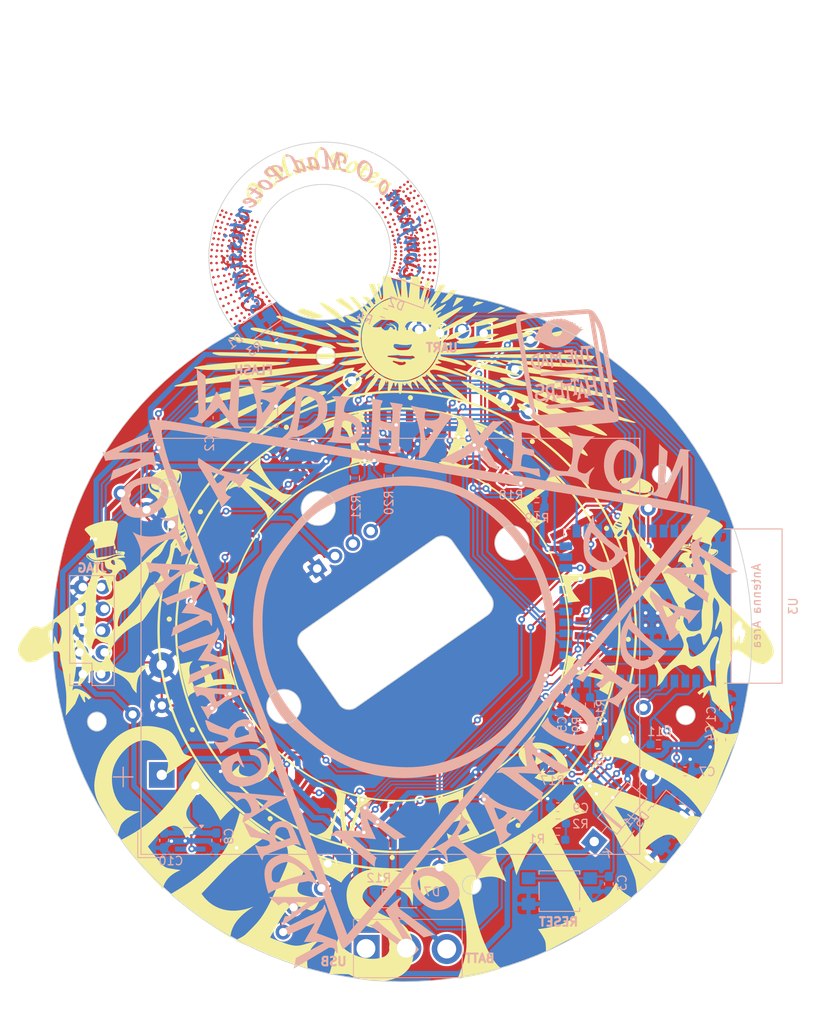
<source format=kicad_pcb>
(kicad_pcb (version 20240108) (generator "pcbnew") (generator_version "8.0")
  (layers (0 "F.Cu" signal) (31 "B.Cu" signal) (34 "B.Paste" user) (35 "F.Paste" user) (36 "B.SilkS" user "B.Silkscreen") (37 "F.SilkS" user "F.Silkscreen") (38 "B.Mask" user) (39 "F.Mask" user) (44 "Edge.Cuts" user))
  (net 0 "")
  (net 1 "GND")
  (net 2 "POWER_SENSE")
  (net 3 "GPIO0")
  (net 4 "EN")
  (net 5 "BATT")
  (net 6 "VBUS")
  (net 7 "USB_DM")
  (net 8 "USB_DP")
  (net 9 "Net-(D5-A)")
  (net 10 "MAIN_LED_DATA")
  (net 11 "Net-(D10-DIN)")
  (net 12 "Net-(D15-DOUT)")
  (net 13 "Net-(D10-DOUT)")
  (net 14 "Net-(D12-DOUT)")
  (net 15 "Net-(D13-DOUT)")
  (net 16 "Net-(J1-D-)")
  (net 17 "OLED_SCL")
  (net 18 "OLED_SDA")
  (net 19 "TMS")
  (net 20 "TDI")
  (net 21 "TDO")
  (net 22 "TCK")
  (net 23 "U_LED_DATA")
  (net 24 "Net-(D8-DOUT)")
  (net 25 "Net-(D11-DOUT)")
  (net 26 "Net-(D14-DOUT)")
  (net 27 "RXD0")
  (net 28 "TXD0")
  (net 30 "L_SAO_SCL")
  (net 31 "L_SAO_SDA")
  (net 32 "Net-(J1-D+)")
  (net 33 "Net-(U3-GPIO18{slash}U1RXD{slash}ADC2_CH7{slash}DAC_2{slash}CLK_OUT3)")
  (net 34 "L_LED_DATA")
  (net 35 "U_LED_3")
  (net 37 "U_LED_1")
  (net 38 "U_LED_2")
  (net 39 "U_LED_4")
  (net 41 "Net-(D16-DOUT)")
  (net 42 "Net-(D17-DOUT)")
  (net 43 "Net-(D18-DOUT)")
  (net 44 "L_SHAKE_1")
  (net 45 "L_SHAKE_2")
  (net 46 "L_SHAKE_3")
  (net 47 "L_SHAKE_4")
  (net 48 "L_LED_DATA_HANDSHAKES")
  (net 58 "Net-(SW3-B)")
  (net 59 "USB_SENSE")
  (net 61 "+3V3")
  (net 62 "Net-(D1-A)")
  (net 63 "Net-(D2-A)")
  (footprint "mad_hatter_badge:mad_hatter_copper_spot" (layer "F.Cu") (at 142.857513 45.239705)
    (property "Reference" "REF**" (hide yes))
    (property "Value" "mad_hatter_copper_spot" (hide yes))
  )
  (footprint "mad_hatter_badge:mad_hatter_copper_spot" (layer "F.Cu") (at 124.697215 48.646376)
    (property "Reference" "REF**" (hide yes))
    (property "Value" "mad_hatter_copper_spot" (hide yes))
  )
  (footprint "mad_hatter_badge:mad_hatter_copper_spot" (layer "F.Cu") (at 144.111396 46.413995)
    (property "Reference" "REF**" (hide yes))
    (property "Value" "mad_hatter_copper_spot" (hide yes))
  )
  (footprint "mad_hatter_badge:mad_hatter_copper_spot" (layer "F.Cu") (at 124.091647 47.043401)
    (property "Reference" "REF**" (hide yes))
    (property "Value" "mad_hatter_copper_spot" (hide yes))
  )
  (footprint "mad_hatter_badge:mad_hatter_copper_spot" (layer "F.Cu") (at 141.974095 37.351842)
    (property "Reference" "REF**" (hide yes))
    (property "Value" "mad_hatter_copper_spot" (hide yes))
  )
  (footprint "mad_hatter_badge:mad_hatter_copper_spot" (layer "F.Cu") (at 140.844888 40.484211)
    (property "Reference" "REF**" (hide yes))
    (property "Value" "mad_hatter_copper_spot" (hide yes))
  )
  (footprint "mad_hatter_badge:mad_hatter_copper_spot" (layer "F.Cu") (at 120.741794 47.739934)
    (property "Reference" "REF**" (hide yes))
    (property "Value" "mad_hatter_copper_spot" (hide yes))
  )
  (footprint "mad_hatter_badge:mad_hatter_copper_spot" (layer "F.Cu") (at 121.849716 46.672734)
    (property "Reference" "REF**" (hide yes))
    (property "Value" "mad_hatter_copper_spot" (hide yes))
  )
  (footprint "mad_hatter_badge:mad_hatter_sk6812mini" (layer "F.Cu") (at 140.417918 65.738772 -90)
    (property "Reference" "D18" (hide yes))
    (property "Value" "SK6812MINI" (hide yes))
  )
  (footprint "mad_hatter_badge:mad_hatter_copper_spot" (layer "F.Cu") (at 124.94527 51.788863)
    (property "Reference" "REF**" (hide yes))
    (property "Value" "mad_hatter_copper_spot" (hide yes))
  )
  (footprint "mad_hatter_badge:mad_hatter_copper_spot" (layer "F.Cu") (at 123.237477 44.881261)
    (property "Reference" "REF**" (hide yes))
    (property "Value" "mad_hatter_copper_spot" (hide yes))
  )
  (footprint "mad_hatter_badge:mad_hatter_copper_spot" (layer "F.Cu") (at 144.70984 43.806489)
    (property "Reference" "REF**" (hide yes))
    (property "Value" "mad_hatter_copper_spot" (hide yes))
  )
  (footprint "mad_hatter_badge:mad_hatter_copper_spot" (layer "F.Cu") (at 123.978299 51.666439)
    (property "Reference" "REF**" (hide yes))
    (property "Value" "mad_hatter_copper_spot" (hide yes))
  )
  (footprint "mad_hatter_badge:mad_hatter_copper_spot" (layer "F.Cu") (at 140.988672 47.176811)
    (property "Reference" "REF**" (hide yes))
    (property "Value" "mad_hatter_copper_spot" (hide yes))
  )
  (footprint "mad_hatter_badge:mad_hatter_copper_spot" (layer "F.Cu") (at 121.151818 46.113313)
    (property "Reference" "REF**" (hide yes))
    (property "Value" "mad_hatter_copper_spot" (hide yes))
  )
  (footprint "mad_hatter_badge:mad_hatter_copper_spot" (layer "F.Cu") (at 123.222635 45.415586)
    (property "Reference" "REF**" (hide yes))
    (property "Value" "mad_hatter_copper_spot" (hide yes))
  )
  (footprint "mad_hatter_badge:mad_hatter_copper_spot" (layer "F.Cu") (at 124.020404 46.491265)
    (property "Reference" "REF**" (hide yes))
    (property "Value" "mad_hatter_copper_spot" (hide yes))
  )
  (footprint "mad_hatter_badge:mad_hatter_copper_spot" (layer "F.Cu") (at 141.73543 42.853053)
    (property "Reference" "REF**" (hide yes))
    (property "Value" "mad_hatter_copper_spot" (hide yes))
  )
  (footprint "mad_hatter_badge:mad_hatter_copper_spot" (layer "F.Cu") (at 143.587757 45.275326)
    (property "Reference" "REF**" (hide yes))
    (property "Value" "mad_hatter_copper_spot" (hide yes))
  )
  (footprint "mad_hatter_badge:mad_hatter_copper_spot" (layer "F.Cu") (at 123.296847 43.782926)
    (property "Reference" "REF**" (hide yes))
    (property "Value" "mad_hatter_copper_spot" (hide yes))
  )
  (footprint "mad_hatter_badge:mad_hatter_round_lanyard_edgecut" (layer "F.Cu") (at 143.261798 83.738399 -10)
    (property "Reference" "REF**" (hide yes))
    (property "Value" "mad_hatter_round_lanyard_edgecut" (hide yes))
    (fp_poly (pts (xy -15.345183 -49.258482) (xy -14.374612 -49.132166) (xy -13.367779 -48.921555) (xy -12.388256 -48.63606) (xy -11.439433 -48.278806) (xy -10.524704 -47.852917) (xy -9.64746 -47.361518) (xy -8.811093 -46.807735) (xy -8.018996 -46.194691) (xy -7.274555 -45.525513) (xy -6.58117 -44.803325) (xy -5.942224 -44.031252) (xy -5.361117 -43.212418) (xy -4.841236 -42.349949) (xy -4.385974 -41.446969) (xy -3.998723 -40.506604) (xy -3.682875 -39.531978) (xy -3.593979 -39.199768) (xy -3.420182 -38.427293) (xy -3.296613 -37.669278) (xy -3.220127 -36.899785) (xy -3.187579 -36.092879) (xy -3.185916 -35.83404) (xy -3.18825 -35.550785) (xy -3.194304 -35.266442) (xy -3.20337 -35.001933) (xy -3.214736 -34.778181) (xy -3.227088 -34.621746) (xy -3.242739 -34.453765) (xy -3.25147 -34.318826) (xy -3.252264 -34.235732) (xy -3.24889 -34.21888) (xy -3.20409 -34.215387) (xy -3.091177 -34.217153) (xy -2.923506 -34.223669) (xy -2.714431 -34.234429) (xy -2.503297 -34.247231) (xy -0.729212 -34.321527) (xy 1.055556 -34.316214) (xy 2.846052 -34.231843) (xy 4.637318 -34.068965) (xy 6.424398 -33.828131) (xy 8.202337 -33.509892) (xy 9.966177 -33.1148) (xy 11.583243 -32.680708) (xy 13.306274 -32.13828) (xy 14.998667 -31.521042) (xy 16.658169 -30.830763) (xy 18.282526 -30.069212) (xy 19.869488 -29.238159) (xy 21.4168 -28.339374) (xy 22.922211 -27.374627) (xy 24.383468 -26.345686) (xy 25.798318 -25.254321) (xy 27.16451 -24.102303) (xy 28.47979 -22.8914) (xy 29.741906 -21.623379) (xy 30.948606 -20.300019) (xy 32.097637 -18.92308) (xy 33.186746 -17.494335) (xy 34.213681 -16.015554) (xy 35.17619 -14.488506) (xy 35.549444 -13.852753) (xy 36.405214 -12.282393) (xy 37.188904 -10.674931) (xy 37.899443 -9.033615) (xy 38.535758 -7.361698) (xy 39.096777 -5.662427) (xy 39.581428 -3.939054) (xy 39.988638 -2.194829) (xy 40.317335 -0.432999) (xy 40.566446 1.343183) (xy 40.568242 1.35852) (xy 40.624657 1.855463) (xy 40.671962 2.307871) (xy 40.710917 2.72995) (xy 40.742278 3.13591) (xy 40.766804 3.539952) (xy 40.785252 3.956284) (xy 40.798381 4.399113) (xy 40.806949 4.882644) (xy 40.811714 5.421084) (xy 40.813363 5.952572) (xy 40.809528 6.799866) (xy 40.795277 7.581529) (xy 40.769519 8.313069) (xy 40.731161 9.009995) (xy 40.679112 9.687813) (xy 40.612279 10.362032) (xy 40.52957 11.048158) (xy 40.429893 11.761701) (xy 40.381983 12.077974) (xy 40.06536 13.860181) (xy 39.670727 15.619608) (xy 39.199077 17.354191) (xy 38.651401 19.061862) (xy 38.02869 20.740558) (xy 37.331937 22.388212) (xy 36.562134 24.002761) (xy 35.720271 25.582138) (xy 34.807341 27.124279) (xy 33.824336 28.627118) (xy 32.772247 30.088591) (xy 31.652066 31.506631) (xy 30.464785 32.879174) (xy 30.311865 33.047266) (xy 29.053565 34.362823) (xy 27.742814 35.616854) (xy 26.381997 36.808147) (xy 24.973503 37.935493) (xy 23.519718 38.997679) (xy 22.023029 39.993496) (xy 20.485823 40.921733) (xy 18.910487 41.781179) (xy 17.299408 42.570622) (xy 15.654974 43.288853) (xy 13.979571 43.934661) (xy 12.275587 44.506833) (xy 10.545407 45.004162) (xy 8.791421 45.425433) (xy 7.016013 45.769439) (xy 5.221572 46.034966) (xy 4.553216 46.113086) (xy 4.053589 46.165511) (xy 3.597242 46.209084) (xy 3.168283 46.244649) (xy 2.750822 46.273057) (xy 2.328967 46.295158) (xy 1.886827 46.311801) (xy 1.408511 46.323837) (xy 0.878127 46.332115) (xy 0.367527 46.336881) (xy -0.019943 46.3393) (xy -0.390319 46.340924) (xy -0.733869 46.341761) (xy -1.040858 46.341816) (xy -1.301553 46.341096) (xy -1.506219 46.339607) (xy -1.645122 46.337356) (xy -1.694694 46.335536) (xy -2.43583 46.289653) (xy -3.109086 46.242571) (xy -3.728253 46.192832) (xy -4.307122 46.138983) (xy -4.859485 46.079566) (xy -5.399132 46.013127) (xy -5.939857 45.938209) (xy -6.495449 45.853357) (xy -6.920746 45.783904) (xy -8.690303 45.446749) (xy -10.442683 45.030567) (xy -12.174866 44.536776) (xy -13.883832 43.966786) (xy -15.566562 43.32201) (xy -17.220035 42.60386) (xy -18.841232 41.813749) (xy -20.427134 40.953087) (xy -21.97472 40.023289) (xy -23.480972 39.025765) (xy -24.942869 37.96193) (xy -26.357391 36.833193) (xy -26.727323 36.520464) (xy -27.676842 35.678521) (xy -28.629743 34.776785) (xy -29.56745 33.834126) (xy -30.471387 32.869416) (xy -31.322978 31.901526) (xy -31.607582 31.56267) (xy -32.728106 30.148201) (xy -33.781103 28.689962) (xy -34.765466 27.190499) (xy -35.68009 25.652359) (xy -36.523866 24.078088) (xy -37.295692 22.470233) (xy -37.994458 20.83134) (xy -38.619059 19.163957) (xy -39.168389 17.470629) (xy -39.64134 15.753904) (xy -40.036808 14.016328) (xy -40.353685 12.260447) (xy -40.526885 11.031907) (xy -40.64301 10.00632) (xy -40.729993 9.013152) (xy -40.789132 8.027885) (xy -40.821722 7.026002) (xy -40.829058 5.982983) (xy -40.823408 5.421704) (xy -40.798312 4.40662) (xy -40.754017 3.449168) (xy -40.688568 2.527151) (xy -40.60002 1.618372) (xy -40.486424 0.700635) (xy -40.345829 -0.248258) (xy -40.301792 -0.519936) (xy -39.969981 -2.283218) (xy -39.560495 -4.023225) (xy -39.074526 -5.737927) (xy -38.513255 -7.425294) (xy -37.877871 -9.083299) (xy -37.169561 -10.70991) (xy -36.389509 -12.3031) (xy -35.538906 -13.860838) (xy -34.618936 -15.381096) (xy -33.630786 -16.861844) (xy -32.575644 -18.301052) (xy -31.454695 -19.696692) (xy -30.269127 -21.046734) (xy -29.020126 -22.349148) (xy -27.708879 -23.601906) (xy -26.336573 -24.802978) (xy -25.881741 -25.17851) (xy -25.362999 -25.600732) (xy -25.979302 -26.199321) (xy -26.607592 -26.843115) (xy -27.167096 -27.490322) (xy -27.669694 -28.157126) (xy -28.127268 -28.859714) (xy -28.551697 -29.61427) (xy -28.702116 -29.908668) (xy -29.069363 -30.706702) (xy -29.377779 -31.513207) (xy -29.632484 -32.344597) (xy -29.838597 -33.217288) (xy -29.979668 -34.005467) (xy -30.006662 -34.187745) (xy -30.027899 -34.356534) (xy -30.04405 -34.525326) (xy -30.055784 -34.707609) (xy -30.063772 -34.916874) (xy -30.068684 -35.166612) (xy -30.07119 -35.470312) (xy -30.07196 -35.841465) (xy -30.071965 -35.863505) (xy -30.069718 -36.329683) (xy -30.061723 -36.730927) (xy -30.04635 -37.083874) (xy -30.021972 -37.405156) (xy -29.986959 -37.711409) (xy -29.939684 -38.019269) (xy -29.878517 -38.34537) (xy -29.80183 -38.706347) (xy -29.787229 -38.771947) (xy -29.520907 -39.77972) (xy -29.181992 -40.754) (xy -28.773539 -41.691768) (xy -28.298602 -42.590006) (xy -27.760235 -43.445694) (xy -27.161494 -44.255817) (xy -26.505431 -45.017353) (xy -25.795103 -45.727285) (xy -25.033563 -46.382595) (xy -24.223865 -46.980263) (xy -23.369065 -47.517272) (xy -22.472217 -47.990602) (xy -21.536375 -48.397237) (xy -20.564593 -48.734154) (xy -19.559927 -48.998338) (xy -19.405184 -49.031799) (xy -18.408031 -49.200976) (xy -17.39046 -49.295319) (xy -16.365252 -49.314572)) (stroke (width 0.1)) (fill none) (layer "Edge.Cuts"))
  )
  (footprint "mad_hatter_badge:mad_hatter_copper_spot" (layer "F.Cu") (at 145.779787 48.192029)
    (property "Reference" "REF**" (hide yes))
    (property "Value" "mad_hatter_copper_spot" (hide yes))
  )
  (footprint "mad_hatter_badge:mad_hatter_copper_spot" (layer "F.Cu") (at 120.612051 49.536918)
    (property "Reference" "REF**" (hide yes))
    (property "Value" "mad_hatter_copper_spot" (hide yes))
  )
  (footprint "mad_hatter_badge:mad_hatter_copper_spot" (layer "F.Cu") (at 143.876293 47.696375)
    (property "Reference" "REF**" (hide yes))
    (property "Value" "mad_hatter_copper_spot" (hide yes))
  )
  (footprint "mad_hatter_badge:mad_hatter_copper_spot" (layer "F.Cu") (at 121.165016 41.45392)
    (property "Reference" "REF**" (hide yes))
    (property "Value" "mad_hatter_copper_spot" (hide yes))
  )
  (footprint "mad_hatter_badge:mad_hatter_copper_spot" (layer "F.Cu") (at 144.085335 38.333936)
    (property "Reference" "REF**" (hide yes))
    (property "Value" "mad_hatter_copper_spot" (hide yes))
  )
  (footprint "mad_hatter_badge:mad_hatter_copper_spot" (layer "F.Cu") (at 121.013904 48.531527)
    (property "Reference" "REF**" (hide yes))
    (property "Value" "mad_hatter_copper_spot" (hide yes))
  )
  (footprint "mad_hatter_badge:mad_hatter_copper_spot" (layer "F.Cu") (at 123.23543 52.928756)
    (property "Reference" "REF**" (hide yes))
    (property "Value" "mad_hatter_copper_spot" (hide yes))
  )
  (footprint "mad_hatter_badge:mad_hatter_copper_spot" (layer "F.Cu") (at 122.374454 51.685529)
    (property "Reference" "REF**" (hide yes))
    (property "Value" "mad_hatter_copper_spot" (hide yes))
  )
  (footprint "mad_hatter_badge:mad_hatter_copper_spot" (layer "F.Cu") (at 121.734134 51.941381)
    (property "Reference" "REF**" (hide yes))
    (property "Value" "mad_hatter_copper_spot" (hide yes))
  )
  (footprint "mad_hatter_badge:mad_hatter_copper_spot" (layer "F.Cu") (at 146.06476 45.840999)
    (property "Reference" "REF**" (hide yes))
    (property "Value" "mad_hatter_copper_spot" (hide yes))
  )
  (footprint "mad_hatter_badge:mad_hatter_copper_spot" (layer "F.Cu") (at 141.040808 42.550268)
    (property "Reference" "REF**" (hide yes))
    (property "Value" "mad_hatter_copper_spot" (hide yes))
  )
  (footprint "mad_hatter_badge:mad_hatter_copper_spot" (layer "F.Cu") (at 124.395182 49.630817)
    (property "Reference" "REF**" (hide yes))
    (property "Value" "mad_hatter_copper_spot" (hide yes))
  )
  (footprint "mad_hatter_badge:mad_hatter_copper_spot" (layer "F.Cu") (at 120.737065 43.397331)
    (property "Reference" "REF**" (hide yes))
    (property "Value" "mad_hatter_copper_spot" (hide yes))
  )
  (footprint "mad_hatter_badge:mad_hatter_copper_spot" (layer "F.Cu") (at 144.047277 47.16205)
    (property "Reference" "REF**" (hide yes))
    (property "Value" "mad_hatter_copper_spot" (hide yes))
  )
  (footprint "mad_hatter_badge:mad_hatter_copper_spot" (layer "F.Cu") (at 146.046949 45.110754)
    (property "Reference" "REF**" (hide yes))
    (property "Value" "mad_hatter_copper_spot" (hide yes))
  )
  (footprint "mad_hatter_badge:mad_hatter_copper_spot" (layer "F.Cu") (at 124.37662 48.076429)
    (property "Reference" "REF**" (hide yes))
    (property "Value" "mad_hatter_copper_spot" (hide yes))
  )
  (footprint "mad_hatter_badge:mad_hatter_copper_spot" (layer "F.Cu") (at 121.916814 50.893936)
    (property "Reference" "REF**" (hide yes))
    (property "Value" "mad_hatter_copper_spot" (hide yes))
  )
  (footprint "mad_hatter_badge:mad_hatter_copper_spot" (layer "F.Cu") (at 144.218261 45.815551)
    (property "Reference" "REF**" (hide yes))
    (property "Value" "mad_hatter_copper_spot" (hide yes))
  )
  (footprint "mad_hatter_badge:mad_hatter_copper_spot" (layer "F.Cu") (at 123.842295 45.369182)
    (property "Reference" "REF**" (hide yes))
    (property "Value" "mad_hatter_copper_spot" (hide yes))
  )
  (footprint "mad_hatter_badge:mad_hatter_copper_spot" (layer "F.Cu") (at 120.984438 42.057396)
    (property "Reference" "REF**" (hide yes))
    (property "Value" "mad_hatter_copper_spot" (hide yes))
  )
  (footprint "mad_hatter_badge:mad_hatter_copper_spot" (layer "F.Cu") (at 121.18089 40.077329)
    (property "Reference" "REF**" (hide yes))
    (property "Value" "mad_hatter_copper_spot" (hide yes))
  )
  (footprint "mad_hatter_badge:mad_hatter_copper_spot" (layer "F.Cu") (at 124.611317 46.441875)
    (property "Reference" "REF**" (hide yes))
    (property "Value" "mad_hatter_copper_spot" (hide yes))
  )
  (footprint "mad_hatter_badge:mad_hatter_upper_board_connector" (layer "F.Cu") (at 139.216437 82.186734)
    (property "Reference" "J6" (hide yes))
    (property "Value" "UPPER BOARD" (hide yes))
    (fp_circle (center -24.322387 -9.733684) (end -23.222387 -9.733684) (stroke (width 0.1)) (fill none) (layer "Edge.Cuts"))
    (fp_circle (center -5.931599 -25.149319) (end -4.831599 -25.149319) (stroke (width 0.1)) (fill none) (layer "Edge.Cuts"))
    (fp_circle (center 33.302801 -11.361414) (end 34.402801 -11.361414) (stroke (width 0.1)) (fill none) (layer "Edge.Cuts"))
  )
  (footprint "mad_hatter_badge:mad_hatter_copper_spot" (layer "F.Cu") (at 122.232837 48.086461)
    (property "Reference" "REF**" (hide yes))
    (property "Value" "mad_hatter_copper_spot" (hide yes))
  )
  (footprint "mad_hatter_badge:mad_hatter_copper_spot" (layer "F.Cu") (at 122.905774 40.640905)
    (property "Reference" "REF**" (hide yes))
    (property "Value" "mad_hatter_copper_spot" (hide yes))
  )
  (footprint "mad_hatter_badge:hat_mounting_holes" (layer "F.Cu") (at 140.672124 88.441875 170)
    (property "Reference" "REF**" (hide yes))
    (property "Value" "hat_mounting_holes" (hide yes))
    (fp_circle (center 10.4445 -11.476499) (end 12.4445 -11.476499) (stroke (width 0.1)) (fill none) (layer "Edge.Cuts"))
    (fp_circle (center 10.5 12) (end 12.5 12) (stroke (width 0.1)) (fill none) (layer "Edge.Cuts"))
    (fp_circle (center -12.476999 11.9445) (end -10.477 11.9445) (stroke (width 0.1)) (fill none) (layer "Edge.Cuts"))
  )
  (footprint "mad_hatter_badge:mad_hatter_copper_spot" (layer "F.Cu") (at 122.017715 41.016622)
    (property "Reference" "REF**" (hide yes))
    (property "Value" "mad_hatter_copper_spot" (hide yes))
  )
  (footprint "mad_hatter_badge:mad_hatter_sk6812mini" (layer "F.Cu") (at 118.854119 90.491124)
    (property "Reference" "D15" (hide yes))
    (property "Value" "SK6812MINI" (hide yes))
  )
  (footprint "mad_hatter_badge:mad_hatter_copper_spot" (layer "F.Cu") (at 121.169441 44.124795)
    (property "Reference" "REF**" (hide yes))
    (property "Value" "mad_hatter_copper_spot" (hide yes))
  )
  (footprint "mad_hatter_badge:mad_hatter_copper_spot" (layer "F.Cu") (at 121.81261 41.638699)
    (property "Reference" "REF**" (hide yes))
    (property "Value" "mad_hatter_copper_spot" (hide yes))
  )
  (footprint "mad_hatter_badge:mad_hatter_copper_spot" (layer "F.Cu") (at 122.215521 49.910485)
    (property "Reference" "REF**" (hide yes))
    (property "Value" "mad_hatter_copper_spot" (hide yes))
  )
  (footprint "mad_hatter_badge:mad_hatter_copper_spot" (layer "F.Cu") (at 145.957895 43.543401)
    (property "Reference" "REF**" (hide yes))
    (property "Value" "mad_hatter_copper_spot" (hide yes))
  )
  (footprint "mad_hatter_badge:mad_hatter_copper_spot" (layer "F.Cu") (at 121.273645 49.298382)
    (property "Reference" "REF**" (hide yes))
    (property "Value" "mad_hatter_copper_spot" (hide yes))
  )
  (footprint "mad_hatter_badge:mad_hatter_copper_spot" (layer "F.Cu") (at 142.857513 44.72319)
    (property "Reference" "REF**" (hide yes))
    (property "Value" "mad_hatter_copper_spot" (hide yes))
  )
  (footprint "mad_hatter_badge:mad_hatter_copper_spot" (layer "F.Cu") (at 123.931042 43.85683)
    (property "Reference" "REF**" (hide yes))
    (property "Value" "mad_hatter_copper_spot" (hide yes))
  )
  (footprint "mad_hatter_badge:mad_hatter_lanyard_connector_mask" (layer "F.Cu") (at 131.657331 47.104887 -11)
    (property "Reference" "REF**" (hide yes))
    (property "Value" "mad_hatter_lanyard_connector_mask" (hide yes))
  )
  (footprint "mad_hatter_badge:mad_hatter_copper_spot" (layer "F.Cu") (at 145.138596 42.238023)
    (property "Reference" "REF**" (hide yes))
    (property "Value" "mad_hatter_copper_spot" (hide yes))
  )
  (footprint "mad_hatter_badge:mad_hatter_copper_spot" (layer "F.Cu") (at 120.148969 47.844888)
    (property "Reference" "REF**" (hide yes))
    (property "Value" "mad_hatter_copper_spot" (hide yes))
  )
  (footprint "mad_hatter_badge:mad_hatter_copper_spot" (layer "F.Cu") (at 120.035246 44.000921)
    (property "Reference" "REF**" (hide yes))
    (property "Value" "mad_hatter_copper_spot" (hide yes))
  )
  (footprint "mad_hatter_badge:mad_hatter_copper_spot" (layer "F.Cu") (at 144.248055 39.940425)
    (property "Reference" "REF**" (hide yes))
    (property "Value" "mad_hatter_copper_spot" (hide yes))
  )
  (footprint "mad_hatter_badge:mad_hatter_round_lanyard_hole" (layer "F.Cu") (at 133.14468 44.810121)
    (property "Reference" "REF**" (hide yes))
    (property "Value" "mad_hatter_round_lanyard_hole" (hide yes))
    (fp_poly (pts (xy 0.62908 -7.75564) (xy 1.238701 -7.66815) (xy 1.844562 -7.532667) (xy 2.444184 -7.348858) (xy 2.969619 -7.144773) (xy 3.464562 -6.908734) (xy 3.953897 -6.628591) (xy 4.428976 -6.310344) (xy 4.881149 -5.959996) (xy 5.30177 -5.583547) (xy 5.488171 -5.397159) (xy 5.914746 -4.91982) (xy 6.296741 -4.419562) (xy 6.63426 -3.896168) (xy 6.927409 -3.349423) (xy 7.176291 -2.779109) (xy 7.381011 -2.185009) (xy 7.541673 -1.566908) (xy 7.658384 -0.924588) (xy 7.662938 -0.892746) (xy 7.681166 -0.724588) (xy 7.69488 -0.517454) (xy 7.70408 -0.28236) (xy 7.708765 -0.030323) (xy 7.708936 0.22764) (xy 7.704593 0.480511) (xy 7.695735 0.717273) (xy 7.682362 0.926909) (xy 7.664476 1.098402) (xy 7.662938 1.109519) (xy 7.54824 1.752791) (xy 7.389238 2.372729) (xy 7.186003 2.969148) (xy 6.938602 3.541868) (xy 6.647107 4.090706) (xy 6.347572 4.563426) (xy 5.969455 5.071624) (xy 5.557174 5.543725) (xy 5.1126 5.978581) (xy 4.637603 6.375043) (xy 4.134053 6.731963) (xy 3.603821 7.04819) (xy 3.048778 7.322576) (xy 2.470795 7.553973) (xy 1.871741 7.74123) (xy 1.253488 7.8832) (xy 0.830389 7.952282) (xy 0.725905 7.963465) (xy 0.584858 7.974018) (xy 0.416701 7.983653) (xy 0.230889 7.992081) (xy 0.036876 7.999015) (xy -0.155883 8.004166) (xy -0.337937 8.007245) (xy -0.499829 8.007965) (xy -0.632106 8.006036) (xy -0.725314 8.001172) (xy -0.736335 8.000061) (xy -0.79863 7.99325) (xy -0.895455 7.982835) (xy -1.011421 7.970467) (xy -1.087719 7.962379) (xy -1.678355 7.87492) (xy -2.264227 7.738595) (xy -2.842166 7.554709) (xy -3.409004 7.324566) (xy -3.961571 7.049473) (xy -4.496701 6.730736) (xy -5.011224 6.369658) (xy -5.07843 6.318129) (xy -5.235847 6.189005) (xy -5.415027 6.030034) (xy -5.606456 5.850631) (xy -5.800622 5.660215) (xy -5.988012 5.468201) (xy -6.159113 5.284005) (xy -6.304412 5.117046) (xy -6.356625 5.052853) (xy -6.732408 4.539) (xy -7.063978 4.002966) (xy -7.35059 3.446873) (xy -7.5915 2.872841) (xy -7.785966 2.282993) (xy -7.933242 1.67945) (xy -8.032586 1.064334) (xy -8.083253 0.439766) (xy -8.090116 0.108387) (xy -8.065347 -0.520583) (xy -7.991512 -1.141033) (xy -7.869321 -1.750936) (xy -7.699486 -2.348267) (xy -7.482716 -2.930998) (xy -7.219722 -3.497104) (xy -6.911213 -4.044558) (xy -6.557901 -4.571334) (xy -6.356971 -4.83608) (xy -6.231513 -4.986112) (xy -6.076353 -5.158118) (xy -5.900939 -5.342654) (xy -5.714722 -5.530278) (xy -5.527148 -5.711546) (xy -5.347669 -5.877015) (xy -5.185732 -6.017244) (xy -5.128628 -6.063642) (xy -4.617732 -6.437897) (xy -4.08581 -6.767466) (xy -3.53534 -7.052019) (xy -2.968801 -7.291225) (xy -2.388672 -7.484753) (xy -1.797431 -7.632271) (xy -1.197556 -7.733451) (xy -0.591527 -7.787959) (xy 0.018178 -7.795466)) (stroke (width 0.1)) (fill none) (layer "Edge.Cuts"))
  )
  (footprint "mad_hatter_badge:mad_hatter_copper_spot" (layer "F.Cu") (at 143.267162 42.942107)
    (property "Reference" "REF**" (hide yes))
    (property "Value" "mad_hatter_copper_spot" (hide yes))
  )
  (footprint "mad_hatter_badge:mad_hatter_copper_spot" (layer "F.Cu") (at 122.851576 42.580694)
    (property "Reference" "REF**" (hide yes))
    (property "Value" "mad_hatter_copper_spot" (hide yes))
  )
  (footprint "mad_hatter_badge:mad_hatter_copper_spot" (layer "F.Cu") (at 145.421147 41.243039)
    (property "Reference" "REF**" (hide yes))
    (property "Value" "mad_hatter_copper_spot" (hide yes))
  )
  (footprint "mad_hatter_badge:mad_hatter_copper_spot" (layer "F.Cu") (at 120.18367 43.318172)
    (property "Reference" "REF**" (hide yes))
    (property "Value" "mad_hatter_copper_spot" (hide yes))
  )
  (footprint "mad_hatter_badge:mad_hatter_copper_spot" (layer "F.Cu") (at 142.269755 40.377346)
    (property "Reference" "REF**" (hide yes))
    (property "Value" "mad_hatter_copper_spot" (hide yes))
  )
  (footprint "mad_hatter_badge:mad_hatter_copper_spot" (layer "F.Cu") (at 123.356216 46.558448)
    (property "Reference" "REF**" (hide yes))
    (property "Value" "mad_hatter_copper_spot" (hide yes))
  )
  (footprint "mad_hatter_badge:mad_hatter_copper_spot" (layer "F.Cu") (at 139.241913 39.273075)
    (property "Reference" "REF**" (hide yes))
    (property "Value" "mad_hatter_copper_spot" (hide yes))
  )
  (footprint "mad_hatter_badge:mad_hatter_sk6812mini" (layer "F.Cu") (at 161.416856 76.341981 -154)
    (property "Reference" "D8" (hide yes))
    (property "Value" "SK6812MINI" (hide yes))
  )
  (footprint "mad_hatter_badge:mad_hatter_copper_spot" (layer "F.Cu") (at 124.537105 45.934761)
    (property "Reference" "REF**" (hide yes))
    (property "Value" "mad_hatter_copper_spot" (hide yes))
  )
  (footprint "mad_hatter_badge:mad_hatter_copper_spot" (layer "F.Cu") (at 143.071243 42.265295)
    (property "Reference" "REF**" (hide yes))
    (property "Value" "mad_hatter_copper_spot" (hide yes))
  )
  (footprint "mad_hatter_badge:mad_hatter_copper_spot" (layer "F.Cu") (at 140.470861 39.771778)
    (property "Reference" "REF**" (hide yes))
    (property "Value" "mad_hatter_copper_spot" (hide yes))
  )
  (footprint "mad_hatter_badge:mad_hatter_copper_spot" (layer "F.Cu") (at 125.391838 49.982189)
    (property "Reference" "REF**" (hide yes))
    (property "Value" "mad_hatter_copper_spot" (hide yes))
  )
  (footprint "mad_hatter_badge:mad_hatter_copper_spot" (layer "F.Cu") (at 124.153678 42.830234)
    (property "Reference" "REF**" (hide yes))
    (property "Value" "mad_hatter_copper_spot" (hide yes))
  )
  (footprint "mad_hatter_badge:mad_hatter_copper_spot" (layer "F.Cu") (at 124.66289 46.998703)
    (property "Reference" "REF**" (hide yes))
    (property "Value" "mad_hatter_copper_spot" (hide yes))
  )
  (footprint "mad_hatter_badge:mad_hatter_copper_spot" (layer "F.Cu") (at 124.87662 47.461785)
    (property "Reference" "REF**" (hide yes))
    (property "Value" "mad_hatter_copper_spot" (hide yes))
  )
  (footprint "mad_hatter_badge:mad_hatter_copper_spot" (layer "F.Cu") (at 125.550839 51.414835)
    (property "Reference" "REF**" (hide yes))
    (property "Value" "mad_hatter_copper_spot" (hide yes))
  )
  (footprint "mad_hatter_badge:mad_hatter_copper_spot" (layer "F.Cu") (at 143.983158 41.049371)
    (property "Reference" "REF**" (hide yes))
    (property "Value" "mad_hatter_copper_spot" (hide yes))
  )
  (footprint "mad_hatter_badge:mad_hatter_copper_spot" (layer "F.Cu") (at 141.325781 41.641916)
    (property "Reference" "REF**" (hide yes))
    (property "Value" "mad_hatter_copper_spot" (hide yes))
  )
  (footprint "mad_hatter_badge:mad_hatter_copper_spot" (layer "F.Cu") (at 144.645721 43.165299)
    (property "Reference" "REF**" (hide yes))
    (property "Value" "mad_hatter_copper_spot" (hide yes))
  )
  (footprint "mad_hatter_badge:mad_hatter_copper_spot" (layer "F.Cu") (at 120.362699 48.699808)
    (property "Reference" "REF**" (hide yes))
    (property "Value" "mad_hatter_copper_spot" (hide yes))
  )
  (footprint "mad_hatter_badge:mad_hatter_copper_spot" (layer "F.Cu") (at 140.23932 40.822617)
    (property "Reference" "REF**" (hide yes))
    (property "Value" "mad_hatter_copper_spot" (hide yes))
  )
  (footprint "mad_hatter_badge:mad_hatter_copper_spot" (layer "F.Cu") (at 142.839702 44.206676)
    (property "Reference" "REF**" (hide yes))
    (property "Value" "mad_hatter_copper_spot" (hide yes))
  )
  (footprint "mad_hatter_badge:mad_hatter_copper_spot" (layer "F.Cu") (at 141.129862 42.995539)
    (property "Reference" "REF**" (hide yes))
    (property "Value" "mad_hatter_copper_spot" (hide yes))
  )
  (footprint "mad_hatter_badge:mad_hatter_copper_spot" (layer "F.Cu") (at 142.422928 39.232666)
    (property "Reference" "REF**" (hide yes))
    (property "Value" "mad_hatter_copper_spot" (hide yes))
  )
  (footprint "mad_hatter_badge:mad_hatter_copper_spot" (layer "F.Cu") (at 120.57215 44.737267)
    (property "Reference" "REF**" (hide yes))
    (property "Value" "mad_hatter_copper_spot" (hide yes))
  )
  (footprint "mad_hatter_badge:mad_hatter_copper_spot" (layer "F.Cu") (at 120.968268 50.356216)
    (property "Reference" "REF**" (hide yes))
    (property "Value" "mad_hatter_copper_spot" (hide yes))
  )
  (footprint "mad_hatter_badge:mad_hatter_copper_spot" (layer "F.Cu") (at 144.550839 40.724102)
    (property "Reference" "REF**" (hide yes))
    (property "Value" "mad_hatter_copper_spot" (hide yes))
  )
  (footprint "mad_hatter_badge:mad_hatter_copper_spot" (layer "F.Cu") (at 142.091647 45.257516)
    (property "Reference" "REF**" (hide yes))
    (property "Value" "mad_hatter_copper_spot" (hide yes))
  )
  (footprint "mad_hatter_badge:mad_hatter_copper_spot" (layer "F.Cu") (at 123.440016 52.03789)
    (property "Reference" "REF**" (hide yes))
    (property "Value" "mad_hatter_copper_spot" (hide yes))
  )
  (footprint "mad_hatter_badge:mad_hatter_sk6812mini" (layer "F.Cu") (at 162.997918 98.067218 150)
    (property "Reference" "D10" (hide yes))
    (property "Value" "SK6812MINI" (hide yes))
  )
  (footprint "mad_hatter_badge:mad_hatter_copper_spot" (layer "F.Cu") (at 144.688467 47.268915)
    (property "Reference" "REF**" (hide yes))
    (property "Value" "mad_hatter_copper_spot" (hide yes))
  )
  (footprint "mad_hatter_badge:mad_hatter_copper_spot" (layer "F.Cu") (at 146.029138 44.327077)
    (property "Reference" "REF**" (hide yes))
    (property "Value" "mad_hatter_copper_spot" (hide yes))
  )
  (footprint "mad_hatter_badge:mad_hatter_copper_spot" (layer "F.Cu") (at 144.004531 43.336283)
    (property "Reference" "REF**" (hide yes))
    (property "Value" "mad_hatter_copper_spot" (hide yes))
  )
  (footprint "mad_hatter_badge:mad_hatter_copper_spot" (layer "F.Cu") (at 122.505254 41.700542)
    (property "Reference" "REF**" (hide yes))
    (property "Value" "mad_hatter_copper_spot" (hide yes))
  )
  (footprint "mad_hatter_badge:mad_hatter_copper_spot" (layer "F.Cu") (at 143.338405 47.002978)
    (property "Reference" "REF**" (hide yes))
    (property "Value" "mad_hatter_copper_spot" (hide yes))
  )
  (footprint "mad_hatter_badge:mad_hatter_copper_spot" (layer "F.Cu") (at 142.306673 47.675515)
    (property "Reference" "REF**" (hide yes))
    (property "Value" "mad_hatter_copper_spot" (hide yes))
  )
  (footprint "mad_hatter_badge:mad_hatter_copper_spot" (layer "F.Cu") (at 141.325781 43.992946)
    (property "Reference" "REF**" (hide yes))
    (property "Value" "mad_hatter_copper_spot" (hide yes))
  )
  (footprint "mad_hatter_badge:mad_hatter_copper_spot" (layer "F.Cu") (at 122.239729 40.487202)
    (property "Reference" "REF**" (hide yes))
    (property "Value" "mad_hatter_copper_spot" (hide yes))
  )
  (footprint "mad_hatter_badge:mad_hatter_copper_spot" (layer "F.Cu") (at 145.477002 45.176811)
    (property "Reference" "REF**" (hide yes))
    (property "Value" "mad_hatter_copper_spot" (hide yes))
  )
  (footprint "mad_hatter_badge:mad_hatter_copper_spot" (layer "F.Cu") (at 120.840137 42.747978)
    (property "Reference" "REF**" (hide yes))
    (property "Value" "mad_hatter_copper_spot" (hide yes))
  )
  (footprint "mad_hatter_badge:mad_hatter_copper_spot" (layer "F.Cu") (at 122.832093 52.365804)
    (property "Reference" "REF**" (hide yes))
    (property "Value" "mad_hatter_copper_spot" (hide yes))
  )
  (footprint "mad_hatter_badge:mad_hatter_copper_spot" (layer "F.Cu") (at 123.452272 40.828763)
    (property "Reference" "REF**" (hide yes))
    (property "Value" "mad_hatter_copper_spot" (hide yes))
  )
  (footprint "mad_hatter_badge:mad_hatter_copper_spot" (layer "F.Cu") (at 124.487631 44.487631)
    (property "Reference" "REF**" (hide yes))
    (property "Value" "mad_hatter_copper_spot" (hide yes))
  )
  (footprint "mad_hatter_badge:mad_hatter_copper_spot" (layer "F.Cu") (at 124.234134 47.524293)
    (property "Reference" "REF**" (hide yes))
    (property "Value" "mad_hatter_copper_spot" (hide yes))
  )
  (footprint "mad_hatter_badge:mad_hatter_copper_spot" (layer "F.Cu") (at 142.802408 37.535246)
    (property "Reference" "REF**" (hide yes))
    (property "Value" "mad_hatter_copper_spot" (hide yes))
  )
  (footprint "mad_hatter_badge:mad_hatter_copper_spot" (layer "F.Cu") (at 141.760365 38.206762)
    (property "Reference" "REF**" (hide yes))
    (property "Value" "mad_hatter_copper_spot" (hide yes))
  )
  (footprint "mad_hatter_badge:mad_hatter_copper_spot" (layer "F.Cu") (at 144.859451 45.217107)
    (property "Reference" "REF**" (hide yes))
    (property "Value" "mad_hatter_copper_spot" (hide yes))
  )
  (footprint "mad_hatter_badge:mad_hatter_copper_spot" (layer "F.Cu") (at 121.13945 45.383564)
    (property "Reference" "REF**" (hide yes))
    (property "Value" "mad_hatter_copper_spot" (hide yes))
  )
  (footprint "mad_hatter_badge:mad_hatter_copper_spot" (layer "F.Cu") (at 125.279624 41.392339)
    (property "Reference" "REF**" (hide yes))
    (property "Value" "mad_hatter_copper_spot" (hide yes))
  )
  (footprint "mad_hatter_badge:mad_hatter_copper_spot" (layer "F.Cu") (at 144.49611 42.417244)
    (property "Reference" "REF**" (hide yes))
    (property "Value" "mad_hatter_copper_spot" (hide yes))
  )
  (footprint "mad_hatter_badge:mad_hatter_copper_spot" (layer "F.Cu") (at 123.979595 48.948068)
    (property "Reference" "REF**" (hide yes))
    (property "Value" "mad_hatter_copper_spot" (hide yes))
  )
  (footprint "mad_hatter_badge:mad_hatter_copper_spot" (layer "F.Cu") (at 143.642486 48.192029)
    (property "Reference" "REF**" (hide yes))
    (property "Value" "mad_hatter_copper_spot" (hide yes))
  )
  (footprint "mad_hatter_badge:mad_hatter_copper_spot" (layer "F.Cu") (at 123.712433 48.295004)
    (property "Reference" "REF**" (hide yes))
    (property "Value" "mad_hatter_copper_spot" (hide yes))
  )
  (footprint "mad_hatter_badge:mad_hatter_copper_spot" (layer "F.Cu") (at 120.465674 41.982359)
    (property "Reference" "REF**" (hide yes))
    (property "Value" "mad_hatter_copper_spot" (hide yes))
  )
  (footprint "mad_hatter_badge:mad_hatter_copper_spot" (layer "F.Cu") (at 123.019482 51.394721)
    (property "Reference" "REF**" (hide yes))
    (property "Value" "mad_hatter_copper_spot" (hide yes))
  )
  (footprint "mad_hatter_badge:mad_hatter_sk6812mini" (layer "F.Cu") (at 120.756781 79.453026 -28)
    (property "Reference" "D16" (hide yes))
    (property "Value" "SK6812MINI" (hide yes))
  )
  (footprint "mad_hatter_badge:mad_hatter_copper_spot" (layer "F.Cu") (at 121.402905 40.811685)
    (property "Reference" "REF**" (hide yes))
    (property "Value" "mad_hatter_copper_spot" (hide yes))
  )
  (footprint "mad_hatter_badge:mad_hatter_copper_spot" (layer "F.Cu") (at 121.641997 40.299343)
    (property "Reference" "REF**" (hide yes))
    (property "Value" "mad_hatter_copper_spot" (hide yes))
  )
  (footprint "mad_hatter_badge:mad_hatter_copper_spot" (layer "F.Cu") (at 124.681892 41.238637)
    (property "Reference" "REF**" (hide yes))
    (property "Value" "mad_hatter_copper_spot" (hide yes))
  )
  (footprint "mad_hatter_badge:mad_hatter_copper_spot" (layer "F.Cu") (at 143.534325 45.827462)
    (property "Reference" "REF**" (hide yes))
    (property "Value" "mad_hatter_copper_spot" (hide yes))
  )
  (footprint "mad_hatter_badge:mad_hatter_copper_spot" (layer "F.Cu") (at 143.001296 47.924866)
    (property "Reference" "REF**" (hide yes))
    (property "Value" "mad_hatter_copper_spot" (hide yes))
  )
  (footprint "mad_hatter_badge:mad_hatter_copper_spot" (layer "F.Cu") (at 119.899617 46.188481)
    (property "Reference" "REF**" (hide yes))
    (property "Value" "mad_hatter_copper_spot" (hide yes))
  )
  (footprint "mad_hatter_badge:mad_hatter_copper_spot" (layer "F.Cu") (at 142.80408 45.791841)
    (property "Reference" "REF**" (hide yes))
    (property "Value" "mad_hatter_copper_spot" (hide yes))
  )
  (footprint "mad_hatter_badge:mad_hatter_copper_spot" (layer "F.Cu") (at 121.107598 44.767964)
    (property "Reference" "REF**" (hide yes))
    (property "Value" "mad_hatter_copper_spot" (hide yes))
  )
  (footprint "mad_hatter_badge:mad_hatter_copper_spot" (layer "F.Cu") (at 123.212433 50.295004)
    (property "Reference" "REF**" (hide yes))
    (property "Value" "mad_hatter_copper_spot" (hide yes))
  )
  (footprint "mad_hatter_badge:mad_hatter_copper_spot" (layer "F.Cu") (at 143.491579 41.391339)
    (property "Reference" "REF**" (hide yes))
    (property "Value" "mad_hatter_copper_spot" (hide yes))
  )
  (footprint "mad_hatter_badge:mad_hatter_copper_spot" (layer "F.Cu") (at 124.487631 44.957639)
    (property "Reference" "REF**" (hide yes))
    (property "Value" "mad_hatter_copper_spot" (hide yes))
  )
  (footprint "mad_hatter_badge:mad_hatter_copper_spot" (layer "F.Cu") (at 123.311689 45.979595)
    (property "Reference" "REF**" (hide yes))
    (property "Value" "mad_hatter_copper_spot" (hide yes))
  )
  (footprint "mad_hatter_badge:mad_hatter_copper_spot" (layer "F.Cu") (at 142.08096 38.741087)
    (property "Reference" "REF**" (hide yes))
    (property "Value" "mad_hatter_copper_spot" (hide yes))
  )
  (footprint "mad_hatter_badge:mad_hatter_copper_spot" (layer "F.Cu") (at 144.456394 38.942473)
    (property "Reference" "REF**" (hide yes))
    (property "Value" "mad_hatter_copper_spot" (hide yes))
  )
  (footprint "mad_hatter_badge:mad_hatter_copper_spot" (layer "F.Cu") (at 123.25232 44.346936)
    (property "Reference" "REF**" (hide yes))
    (property "Value" "mad_hatter_copper_spot" (hide yes))
  )
  (footprint "mad_hatter_badge:mad_hatter_copper_spot" (layer "F.Cu") (at 140.577726 41.463807)
    (property "Reference" "REF**" (hide yes))
    (property "Value" "mad_hatter_copper_spot" (hide yes))
  )
  (footprint "mad_hatter_badge:mad_hatter_copper_spot" (layer "F.Cu") (at 144.196888 45.281226)
    (property "Reference" "REF**" (hide yes))
    (property "Value" "mad_hatter_copper_spot" (hide yes))
  )
  (footprint "mad_hatter_badge:mad_hatter_copper_spot" (layer "F.Cu") (at 122.610993 47.36362)
    (property "Reference" "REF**" (hide yes))
    (property "Value" "mad_hatter_copper_spot" (hide yes))
  )
  (footprint "mad_hatter_badge:mad_hatter_copper_spot" (layer "F.Cu") (at 124.169441 50.678415)
    (property "Reference" "REF**" (hide yes))
    (property "Value" "mad_hatter_copper_spot" (hide yes))
  )
  (footprint "mad_hatter_badge:mad_hatter_copper_spot" (layer "F.Cu") (at 121.81261 46.054302)
    (property "Reference" "REF**" (hide yes))
    (property "Value" "mad_hatter_copper_spot" (hide yes))
  )
  (footprint "mad_hatter_badge:mad_hatter_copper_spot" (layer "F.Cu") (at 140.292752 38.400344)
    (property "Reference" "REF**" (hide yes))
    (property "Value" "mad_hatter_copper_spot" (hide yes))
  )
  (footprint "mad_hatter_badge:mad_hatter_copper_spot" (layer "F.Cu") (at 144.889245 41.489968)
    (property "Reference" "REF**" (hide yes))
    (property "Value" "mad_hatter_copper_spot" (hide yes))
  )
  (footprint "mad_hatter_badge:mad_hatter_copper_spot" (layer "F.Cu") (at 144.560229 47.931479)
    (property "Reference" "REF**" (hide yes))
    (property "Value" "mad_hatter_copper_spot" (hide yes))
  )
  (footprint "mad_hatter_badge:mad_hatter_copper_spot" (layer "F.Cu") (at 140.66678 38.827804)
    (property "Reference" "REF**" (hide yes))
    (property "Value" "mad_hatter_copper_spot" (hide yes))
  )
  (footprint "mad_hatter_badge:mad_hatter_copper_spot" (layer "F.Cu") (at 144.37273 48.441381)
    (property "Reference" "REF**" (hide yes))
    (property "Value" "mad_hatter_copper_spot" (hide yes))
  )
  (footprint "mad_hatter_badge:mad_hatter_jupiter_talisman_latin" (layer "F.Cu") (at 132.958496 43.510808 -7)
    (property "Reference" "REF**" (hide yes))
    (property "Value" "mad_hatter_jupiter_talisman_latin" (hide yes))
  )
  (footprint "mad_hatter_badge:mad_hatter_copper_spot" (layer "F.Cu") (at 139.526886 39.700535)
    (property "Reference" "REF**" (hide yes))
    (property "Value" "mad_hatter_copper_spot" (hide yes))
  )
  (footprint "mad_hatter_badge:mad_hatter_copper_spot" (layer "F.Cu") (at 125.23154 50.926163)
    (property "Reference" "REF**" (hide yes))
    (property "Value" "mad_hatter_copper_spot" (hide yes))
  )
  (footprint "mad_hatter_badge:mad_hatter_copper_spot" (layer "F.Cu") (at 126.37273 50.115599)
    (property "Reference" "REF**" (hide yes))
    (property "Value" "mad_hatter_copper_spot" (hide yes))
  )
  (footprint "mad_hatter_badge:mad_hatter_copper_spot" (layer "F.Cu") (at 124.772109 43.003395)
    (property "Reference" "REF**" (hide yes))
    (property "Value" "mad_hatter_copper_spot" (hide yes))
  )
  (footprint "mad_hatter_badge:mad_hatter_copper_spot" (layer "F.Cu") (at 124.627081 51.284478)
    (property "Reference" "REF**" (hide yes))
    (property "Value" "mad_hatter_copper_spot" (hide yes))
  )
  (footprint "mad_hatter_badge:mad_hatter_sk6812mini" (layer "F.Cu") (at 128.387005 70.065999 -58)
    (property "Reference" "D17" (hide yes))
    (property "Value" "SK6812MINI" (hide yes))
  )
  (footprint "mad_hatter_badge:mad_hatter_copper_spot" (layer "F.Cu") (at 122.598949 50.652603)
    (property "Reference" "REF**" (hide yes))
    (property "Value" "mad_hatter_copper_spot" (hide yes))
  )
  (footprint "mad_hatter_badge:mad_hatter_copper_spot" (layer "F.Cu") (at 145.227651 42.932646)
    (property "Reference" "REF**" (hide yes))
    (property "Value" "mad_hatter_copper_spot" (hide yes))
  )
  (footprint "mad_hatter_badge:mad_hatter_copper_spot" (layer "F.Cu") (at 143.571243 38.586802)
    (property "Reference" "REF**" (hide yes))
    (property "Value" "mad_hatter_copper_spot" (hide yes))
  )
  (footprint "mad_hatter_badge:mad_hatter_copper_spot" (layer "F.Cu") (at 126.690732 50.613347)
    (property "Reference" "REF**" (hide yes))
    (property "Value" "mad_hatter_copper_spot" (hide yes))
  )
  (footprint "mad_hatter_badge:mad_hatter_copper_spot" (layer "F.Cu") (at 145.673468 41.955472)
    (property "Reference" "REF**" (hide yes))
    (property "Value" "mad_hatter_copper_spot" (hide yes))
  )
  (footprint "mad_hatter_badge:mad_hatter_copper_spot" (layer "F.Cu") (at 119.988672 47.02559)
    (property "Reference" "REF**" (hide yes))
    (property "Value" "mad_hatter_copper_spot" (hide yes))
  )
  (footprint "mad_hatter_badge:mad_hatter_copper_spot" (layer "F.Cu") (at 125.268459 48.494813)
    (property "Reference" "REF**" (hide yes))
    (property "Value" "mad_hatter_copper_spot" (hide yes))
  )
  (footprint "mad_hatter_badge:mad_hatter_copper_spot" (layer "F.Cu") (at 142.59035 43.138026)
    (property "Reference" "REF**" (hide yes))
    (property "Value" "mad_hatter_copper_spot" (hide yes))
  )
  (footprint "mad_hatter_badge:mad_hatter_copper_spot" (layer "F.Cu") (at 141.575133 39.112777)
    (property "Reference" "REF**" (hide yes))
    (property "Value" "mad_hatter_copper_spot" (hide yes))
  )
  (footprint "mad_hatter_badge:mad_hatter_copper_spot" (layer "F.Cu") (at 143.44527 46.379598)
    (property "Reference" "REF**" (hide yes))
    (property "Value" "mad_hatter_copper_spot" (hide yes))
  )
  (footprint "mad_hatter_badge:mad_hatter_copper_spot" (layer "F.Cu") (at 142.679404 43.707973)
    (property "Reference" "REF**" (hide yes))
    (property "Value" "mad_hatter_copper_spot" (hide yes))
  )
  (footprint "mad_hatter_badge:mad_hatter_copper_spot" (layer "F.Cu") (at 144.773959 46.563606)
    (property "Reference" "REF**" (hide yes))
    (property "Value" "mad_hatter_copper_spot" (hide yes))
  )
  (footprint "mad_hatter_badge:mad_hatter_copper_spot" (layer "F.Cu") (at 141.218916 38.525019)
    (property "Reference" "REF**" (hide yes))
    (property "Value" "mad_hatter_copper_spot" (hide yes))
  )
  (footprint "mad_hatter_badge:mad_hatter_copper_spot" (layer "F.Cu") (at 142.002593 41.321321)
    (property "Reference" "REF**" (hide yes))
    (property "Value" "mad_hatter_copper_spot" (hide yes))
  )
  (footprint "mad_hatter_badge:mad_hatter_copper_spot" (layer "F.Cu") (at 143.085492 40.68603)
    (property "Reference" "REF**" (hide yes))
    (property "Value" "mad_hatter_copper_spot" (hide yes))
  )
  (footprint "mad_hatter_badge:mad_hatter_copper_spot" (layer "F.Cu") (at 122.480517 46.647502)
    (property "Reference" "REF**" (hide yes))
    (property "Value" "mad_hatter_copper_spot" (hide yes))
  )
  (footprint "mad_hatter_badge:mad_hatter_copper_spot" (layer "F.Cu") (at 123.029684 41.972157)
    (property "Reference" "REF**" (hide yes))
    (property "Value" "mad_hatter_copper_spot" (hide yes))
  )
  (footprint "mad_hatter_badge:mad_hatter_copper_spot" (layer "F.Cu") (at 121.607598 50.188924)
    (property "Reference" "REF**" (hide yes))
    (property "Value" "mad_hatter_copper_spot" (hide yes))
  )
  (footprint "mad_hatter_badge:mad_hatter_copper_spot" (layer "F.Cu") (at 121.429183 42.875563)
    (property "Reference" "REF**" (hide yes))
    (property "Value" "mad_hatter_copper_spot" (hide yes))
  )
  (footprint "mad_hatter_badge:mad_hatter_copper_spot" (layer "F.Cu") (at 141.877917 43.369567)
    (property "Reference" "REF**" (hide yes))
    (property "Value" "mad_hatter_copper_spot" (hide yes))
  )
  (footprint "mad_hatter_badge:mad_hatter_copper_spot" (layer "F.Cu") (at 123.430428 43.263443)
    (property "Reference" "REF**" (hide yes))
    (property "Value" "mad_hatter_copper_spot" (hide yes))
  )
  (footprint "mad_hatter_badge:mad_hatter_copper_spot" (layer "F.Cu") (at 145.833219 42.759724)
    (property "Reference" "REF**" (hide yes))
    (property "Value" "mad_hatter_copper_spot" (hide yes))
  )
  (footprint "mad_hatter_badge:mad_hatter_board_connector_silk_guide" (layer "F.Cu") (at 141.752826 87.304592)
    (property "Reference" "REF**" (hide yes))
    (property "Value" "mad_hatter_board_connector_silk_guide" (hide yes))
  )
  (footprint "mad_hatter_badge:mad_hatter_copper_spot" (layer "F.Cu") (at 143.587757 44.634136)
    (property "Reference" "REF**" (hide yes))
    (property "Value" "mad_hatter_copper_spot" (hide yes))
  )
  (footprint "mad_hatter_badge:mad_hatter_copper_spot" (layer "F.Cu") (at 144.111396 43.891981)
    (property "Reference" "REF**" (hide yes))
    (property "Value" "mad_hatter_copper_spot" (hide yes))
  )
  (footprint "mad_hatter_badge:mad_hatter_copper_spot" (layer "F.Cu") (at 124.442799 41.819291)
    (property "Reference" "REF**" (hide yes))
    (property "Value" "mad_hatter_copper_spot" (hide yes))
  )
  (footprint "mad_hatter_badge:mad_hatter_copper_spot" (layer "F.Cu") (at 122.406305 44.836734)
    (property "Reference" "REF**" (hide yes))
    (property "Value" "mad_hatter_copper_spot" (hide yes))
  )
  (footprint "mad_hatter_badge:mad_hatter_copper_spot" (layer "F.Cu") (at 141.717619 40.751374)
    (property "Reference" "REF**" (hide yes))
    (property "Value" "mad_hatter_copper_spot" (hide yes))
  )
  (footprint "mad_hatter_badge:mad_hatter_copper_spot" (layer "F.Cu") (at 141.022997 39.39775)
    (property "Reference" "REF**" (hide yes))
    (property "Value" "mad_hatter_copper_spot" (hide yes))
  )
  (footprint "mad_hatter_badge:mad_hatter_copper_spot" (layer "F.Cu") (at 119.95305 44.656749)
    (property "Reference" "REF**" (hide yes))
    (property "Value" "mad_hatter_copper_spot" (hide yes))
  )
  (footprint "mad_hatter_badge:mad_hatter_copper_spot" (layer "F.Cu") (at 142.073836 45.738408)
    (property "Reference" "REF**" (hide yes))
    (property "Value" "mad_hatter_copper_spot" (hide yes))
  )
  (footprint "mad_hatter_badge:mad_hatter_copper_spot" (layer "F.Cu") (at 122.109458 42.962143)
    (property "Reference" "REF**" (hide yes))
    (property "Value" "mad_hatter_copper_spot" (hide yes))
  )
  (footprint "mad_hatter_badge:mad_hatter_copper_spot" (layer "F.Cu") (at 123.787566 52.554729)
    (property "Reference" "REF**" (hide yes))
    (property "Value" "mad_hatter_copper_spot" (hide yes))
  )
  (footprint "mad_hatter_badge:mad_hatter_copper_spot" (layer "F.Cu") (at 144.816705 44.511798)
    (property "Reference" "REF**" (hide yes))
    (property "Value" "mad_hatter_copper_spot" (hide yes))
  )
  (footprint "mad_hatter_badge:mad_hatter_copper_spot" (layer "F.Cu") (at 144.816705 45.901043)
    (property "Reference" "REF**" (hide yes))
    (property "Value" "mad_hatter_copper_spot" (hide yes))
  )
  (footprint "mad_hatter_badge:mad_hatter_copper_spot" (layer "F.Cu") (at 142.853418 36.716118)
    (property "Reference" "REF**" (hide yes))
    (property "Value" "mad_hatter_copper_spot" (hide yes))
  )
  (footprint "mad_hatter_badge:mad_hatter_copper_spot" (layer "F.Cu") (at 126.138596 51.022997)
    (property "Reference" "REF**" (hide yes))
    (property "Value" "mad_hatter_copper_spot" (hide yes))
  )
  (footprint "mad_hatter_badge:mad_hatter_copper_spot" (layer "F.Cu") (at 121.869199 49.069417)
    (property "Reference" "REF**" (hide yes))
    (property "Value" "mad_hatter_copper_spot" (hide yes))
  )
  (footprint "mad_hatter_badge:mad_hatter_copper_spot" (layer "F.Cu") (at 124.721714 50.34325)
    (property "Reference" "REF**" (hide yes))
    (property "Value" "mad_hatter_copper_spot" (hide yes))
  )
  (footprint "mad_hatter_badge:mad_hatter_copper_spot" (layer "F.Cu") (at 122.010509 43.568206)
    (property "Reference" "REF**" (hide yes))
    (property "Value" "mad_hatter_copper_spot" (hide yes))
  )
  (footprint "mad_hatter_badge:mad_hatter_copper_spot" (layer "F.Cu") (at 141.397024 45.649354)
    (property "Reference" "REF**" (hide yes))
    (property "Value" "mad_hatter_copper_spot" (hide yes))
  )
  (footprint "mad_hatter_badge:mad_hatter_copper_spot" (layer "F.Cu") (at 121.899191 44.199007)
    (property "Reference" "REF**" (hide yes))
    (property "Value" "mad_hatter_copper_spot" (hide yes))
  )
  (footprint "mad_hatter_badge:mad_hatter_copper_spot" (layer "F.Cu") (at 122.27025 42.368448)
    (property "Reference" "REF**" (hide yes))
    (property "Value" "mad_hatter_copper_spot" (hide yes))
  )
  (footprint "mad_hatter_badge:mad_hatter_copper_spot" (layer "F.Cu") (at 145.494813 45.889245)
    (property "Reference" "REF**" (hide yes))
    (property "Value" "mad_hatter_copper_spot" (hide yes))
  )
  (footprint "mad_hatter_badge:mad_hatter_copper_spot" (layer "F.Cu") (at 145.387948 47.349733)
    (property "Reference" "REF**" (hide yes))
    (property "Value" "mad_hatter_copper_spot" (hide yes))
  )
  (footprint "mad_hatter_badge:mad_hatter_copper_spot" (layer "F.Cu") (at 145.049542 48.690732)
    (property "Reference" "REF**" (hide yes))
    (property "Value" "mad_hatter_copper_spot" (hide yes))
  )
  (footprint "mad_hatter_badge:mad_hatter_copper_spot" (layer "F.Cu") (at 124.054729 43.399191)
    (property "Reference" "REF**" (hide yes))
    (property "Value" "mad_hatter_copper_spot" (hide yes))
  )
  (footprint "mad_hatter_badge:mad_hatter_copper_spot" (layer "F.Cu") (at 145.109458 40.471236)
    (property "Reference" "REF**" (hide yes))
    (property "Value" "mad_hatter_copper_spot" (hide yes))
  )
  (footprint "mad_hatter_badge:mad_hatter_copper_spot" (layer "F.Cu") (at 122.215026 52.725057)
    (property "Reference" "REF**" (hide yes))
    (property "Value" "mad_hatter_copper_spot" (hide yes))
  )
  (footprint "mad_hatter_badge:mad_hatter_copper_spot" (layer "F.Cu") (at 121.787873 45.34929)
    (property "Reference" "REF**" (hide yes))
    (property "Value" "mad_hatter_copper_spot" (hide yes))
  )
  (footprint "mad_hatter_badge:mad_hatter_copper_spot" (layer "F.Cu") (at 141.218916 46.450842)
    (property "Reference" "REF**" (hide yes))
    (property "Value" "mad_hatter_copper_spot" (hide yes))
  )
  (footprint "mad_hatter_badge:mad_hatter_copper_spot" (layer "F.Cu") (at 142.697215 46.290544)
    (property "Reference" "REF**" (hide yes))
    (property "Value" "mad_hatter_copper_spot" (hide yes))
  )
  (footprint "mad_hatter_badge:mad_hatter_copper_spot" (layer "F.Cu") (at 143.705309 40.279943)
    (property "Reference" "REF**" (hide yes))
    (property "Value" "mad_hatter_copper_spot" (hide yes))
  )
  (footprint "mad_hatter_badge:mad_hatter_copper_spot" (layer "F.Cu") (at 143.179404 37.999044)
    (property "Reference" "REF**" (hide yes))
    (property "Value" "mad_hatter_copper_spot" (hide yes))
  )
  (footprint "mad_hatter_badge:mad_hatter_3_AA_battery" (layer "F.Cu") (at 137.63599 96.905886)
    (property "Reference" "BT1" (hide yes))
    (property "Value" "Battery" (hide yes))
  )
  (footprint "mad_hatter_badge:mad_hatter_copper_spot" (layer "F.Cu") (at 123.564009 42.714276)
    (property "Reference" "REF**" (hide yes))
    (property "Value" "mad_hatter_copper_spot" (hide yes))
  )
  (footprint "mad_hatter_badge:mad_hatter_copper_spot" (layer "F.Cu") (at 143.194793 37.220758)
    (property "Reference" "REF**" (hide yes))
    (property "Value" "mad_hatter_copper_spot" (hide yes))
  )
  (footprint "mad_hatter_badge:mad_hatter_front_silk_v4" (layer "F.Cu") (at 141.472148 88.803322)
    (property "Reference" "REF**" (hide yes))
    (property "Value" "mad_hatter_front_silk_v4" (hide yes))
  )
  (footprint "mad_hatter_badge:mad_hatter_copper_spot" (layer "F.Cu") (at 121.621826 48.327299)
    (property "Reference" "REF**" (hide yes))
    (property "Value" "mad_hatter_copper_spot" (hide yes))
  )
  (footprint "mad_hatter_badge:mad_hatter_copper_spot" (layer "F.Cu") (at 121.305496 43.493994)
    (property "Reference" "REF**" (hide yes))
    (property "Value" "mad_hatter_copper_spot" (hide yes))
  )
  (footprint "mad_hatter_badge:mad_hatter_copper_spot" (layer "F.Cu") (at 141.290159 43.512054)
    (property "Reference" "REF**" (hide yes))
    (property "Value" "mad_hatter_copper_spot" (hide yes))
  )
  (footprint "mad_hatter_badge:mad_hatter_copper_spot" (layer "F.Cu") (at 123.860225 49.99814)
    (property "Reference" "REF**" (hide yes))
    (property "Value" "mad_hatter_copper_spot" (hide yes))
  )
  (footprint "mad_hatter_badge:mad_hatter_copper_spot" (layer "F.Cu") (at 120.633993 44.067299)
    (property "Reference" "REF**" (hide yes))
    (property "Value" "mad_hatter_copper_spot" (hide yes))
  )
  (footprint "mad_hatter_badge:mad_hatter_copper_spot" (layer "F.Cu") (at 123.44527 47.181827)
    (property "Reference" "REF**" (hide yes))
    (property "Value" "mad_hatter_copper_spot" (hide yes))
  )
  (footprint "mad_hatter_badge:mad_hatter_copper_spot" (layer "F.Cu") (at 124.339702 52.180701)
    (property "Reference" "REF**" (hide yes))
    (property "Value" "mad_hatter_copper_spot" (hide yes))
  )
  (footprint "mad_hatter_badge:mad_hatter_copper_spot" (layer "F.Cu") (at 123.604271 50.954005)
    (property "Reference" "REF**" (hide yes))
    (property "Value" "mad_hatter_copper_spot" (hide yes))
  )
  (footprint "mad_hatter_badge:mad_hatter_copper_spot" (layer "F.Cu") (at 141.343592 46.076814)
    (property "Reference" "REF**" (hide yes))
    (property "Value" "mad_hatter_copper_spot" (hide yes))
  )
  (footprint "mad_hatter_badge:mad_hatter_copper_spot" (layer "F.Cu") (at 142.572539 41.018537)
    (property "Reference" "REF**" (hide yes))
    (property "Value" "mad_hatter_copper_spot" (hide yes))
  )
  (footprint "mad_hatter_badge:mad_hatter_sk6812mini" (layer "F.Cu") (at 122.432111 101.112721 30)
    (property "Reference" "D14" (hide yes))
    (property "Value" "SK6812MINI" (hide yes))
  )
  (footprint "mad_hatter_badge:mad_hatter_copper_spot" (layer "F.Cu") (at 144.28238 41.75468)
    (property "Reference" "REF**" (hide yes))
    (property "Value" "mad_hatter_copper_spot" (hide yes))
  )
  (footprint "mad_hatter_badge:mad_hatter_copper_spot" (layer "F.Cu") (at 120.658625 41.269926)
    (property "Reference" "REF**" (hide yes))
    (property "Value" "mad_hatter_copper_spot" (hide yes))
  )
  (footprint "mad_hatter_badge:mad_hatter_copper_spot" (layer "F.Cu") (at 142.447864 42.58589)
    (property "Reference" "REF**" (hide yes))
    (property "Value" "mad_hatter_copper_spot" (hide yes))
  )
  (footprint "mad_hatter_badge:mad_hatter_copper_spot" (layer "F.Cu") (at 142.875324 41.695348)
    (property "Reference" "REF**" (hide yes))
    (property "Value" "mad_hatter_copper_spot" (hide yes))
  )
  (footprint "mad_hatter_badge:mad_hatter_copper_spot" (layer "F.Cu") (at 125.036918 47.978299)
    (property "Reference" "REF**" (hide yes))
    (property "Value" "mad_hatter_copper_spot" (hide yes))
  )
  (footprint "mad_hatter_badge:mad_hatter_copper_spot" (layer "F.Cu") (at 139.918725 40.270481)
    (property "Reference" "REF**" (hide yes))
    (property "Value" "mad_hatter_copper_spot" (hide yes))
  )
  (footprint "mad_hatter_badge:mad_hatter_copper_spot" (layer "F.Cu") (at 140.898321 38.026316)
    (property "Reference" "REF**" (hide yes))
    (property "Value" "mad_hatter_copper_spot" (hide yes))
  )
  (footprint "mad_hatter_badge:mad_hatter_copper_spot" (layer "F.Cu") (at 143.897666 42.630974)
    (property "Reference" "REF**" (hide yes))
    (property "Value" "mad_hatter_copper_spot" (hide yes))
  )
  (footprint "mad_hatter_badge:mad_hatter_copper_spot" (layer "F.Cu") (at 122.480517 44.287566)
    (property "Reference" "REF**" (hide yes))
    (property "Value" "mad_hatter_copper_spot" (hide yes))
  )
  (footprint "mad_hatter_badge:mad_hatter_copper_spot" (layer "F.Cu") (at 141.592943 42.318728)
    (property "Reference" "REF**" (hide yes))
    (property "Value" "mad_hatter_copper_spot" (hide yes))
  )
  (footprint "mad_hatter_badge:mad_hatter_copper_spot" (layer "F.Cu") (at 123.213179 41.392339)
    (property "Reference" "REF**" (hide yes))
    (property "Value" "mad_hatter_copper_spot" (hide yes))
  )
  (footprint "mad_hatter_badge:mad_hatter_copper_spot" (layer "F.Cu") (at 141.325781 40.038941)
    (property "Reference" "REF**" (hide yes))
    (property "Value" "mad_hatter_copper_spot" (hide yes))
  )
  (footprint "mad_hatter_badge:mad_hatter_copper_spot" (layer "F.Cu") (at 123.578852 47.70131)
    (property "Reference" "REF**" (hide yes))
    (property "Value" "mad_hatter_copper_spot" (hide yes))
  )
  (footprint "mad_hatter_badge:mad_hatter_sk6812mini" (layer "F.Cu") (at 164.927969 87.131829 177)
    (property "Reference" "D9" (hide yes))
    (property "Value" "SK6812MINI" (hide yes))
  )
  (footprint "mad_hatter_badge:mad_hatter_copper_spot" (layer "F.Cu") (at 142.002593 43.832649)
    (property "Reference" "REF**" (hide yes))
    (property "Value" "mad_hatter_copper_spot" (hide yes))
  )
  (footprint "mad_hatter_badge:mad_hatter_copper_spot" (layer "F.Cu") (at 143.384714 39.574634)
    (property "Reference" "REF**" (hide yes))
    (property "Value" "mad_hatter_copper_spot" (hide yes))
  )
  (footprint "mad_hatter_badge:mad_hatter_copper_spot" (layer "F.Cu") (at 122.599256 43.664187)
    (property "Reference" "REF**" (hide yes))
    (property "Value" "mad_hatter_copper_spot" (hide yes))
  )
  (footprint "mad_hatter_badge:mad_hatter_copper_spot" (layer "F.Cu") (at 122.665483 53.284973)
    (property "Reference" "REF**" (hide yes))
    (property "Value" "mad_hatter_copper_spot" (hide yes))
  )
  (footprint "mad_hatter_badge:mad_hatter_copper_spot" (layer "F.Cu") (at 122.482189 48.727651)
    (property "Reference" "REF**" (hide yes))
    (property "Value" "mad_hatter_copper_spot" (hide yes))
  )
  (footprint "mad_hatter_badge:mad_hatter_copper_spot" (layer "F.Cu") (at 143.195919 47.519492)
    (property "Reference" "REF**" (hide yes))
    (property "Value" "mad_hatter_copper_spot" (hide yes))
  )
  (footprint "mad_hatter_badge:mad_hatter_copper_spot" (layer "F.Cu") (at 120.527586 46.187651)
    (property "Reference" "REF**" (hide yes))
    (property "Value" "mad_hatter_copper_spot" (hide yes))
  )
  (footprint "mad_hatter_badge:mad_hatter_copper_spot" (layer "F.Cu") (at 122.391463 45.400743)
    (property "Reference" "REF**" (hide yes))
    (property "Value" "mad_hatter_copper_spot" (hide yes))
  )
  (footprint "mad_hatter_badge:mad_hatter_sk6812mini" (layer "F.Cu") (at 131.264619 109.441033 55)
    (property "Reference" "D13" (hide yes))
    (property "Value" "SK6812MINI" (hide yes))
  )
  (footprint "mad_hatter_badge:mad_hatter_copper_spot" (layer "F.Cu") (at 141.432646 45.186272)
    (property "Reference" "REF**" (hide yes))
    (property "Value" "mad_hatter_copper_spot" (hide yes))
  )
  (footprint "mad_hatter_badge:mad_hatter_sk6812mini" (layer "F.Cu") (at 155.811346 107.064953 125)
    (property "Reference" "D11" (hide yes))
    (property "Value" "SK6812MINI" (hide yes))
  )
  (footprint "mad_hatter_badge:mad_hatter_copper_spot" (layer "F.Cu") (at 123.879223 41.56312)
    (property "Reference" "REF**" (hide yes))
    (property "Value" "mad_hatter_copper_spot" (hide yes))
  )
  (footprint "mad_hatter_badge:mad_hatter_copper_spot" (layer "F.Cu") (at 141.984782 46.237112)
    (property "Reference" "REF**" (hide yes))
    (property "Value" "mad_hatter_copper_spot" (hide yes))
  )
  (footprint "mad_hatter_badge:mad_hatter_copper_spot" (layer "F.Cu") (at 122.820595 49.529138)
    (property "Reference" "REF**" (hide yes))
    (property "Value" "mad_hatter_copper_spot" (hide yes))
  )
  (footprint "mad_hatter_badge:mad_hatter_copper_spot" (layer "F.Cu") (at 142.483485 47.216708)
    (property "Reference" "REF**" (hide yes))
    (property "Value" "mad_hatter_copper_spot" (hide yes))
  )
  (footprint "mad_hatter_badge:mad_hatter_copper_spot" (layer "F.Cu") (at 140.773645 41.962511)
    (property "Reference" "REF**" (hide yes))
    (property "Value" "mad_hatter_copper_spot" (hide yes))
  )
  (footprint "mad_hatter_badge:mad_hatter_copper_spot" (layer "F.Cu") (at 145.405759 44.428756)
    (property "Reference" "REF**" (hide yes))
    (property "Value" "mad_hatter_copper_spot" (hide yes))
  )
  (footprint "mad_hatter_badge:mad_hatter_copper_spot" (layer "F.Cu") (at 142.091647 44.331352)
    (property "Reference" "REF**" (hide yes))
    (property "Value" "mad_hatter_copper_spot" (hide yes))
  )
  (footprint "mad_hatter_badge:mad_hatter_copper_spot" (layer "F.Cu") (at 143.662563 42.03253)
    (property "Reference" "REF**" (hide yes))
    (property "Value" "mad_hatter_copper_spot" (hide yes))
  )
  (footprint "mad_hatter_badge:mad_hatter_copper_spot" (layer "F.Cu") (at 124.524737 44.005254)
    (property "Reference" "REF**" (hide yes))
    (property "Value" "mad_hatter_copper_spot" (hide yes))
  )
  (footprint "mad_hatter_badge:mad_hatter_copper_spot" (layer "F.Cu") (at 139.740616 38.75656)
    (property "Reference" "REF**" (hide yes))
    (property "Value" "mad_hatter_copper_spot" (hide yes))
  )
  (footprint "mad_hatter_badge:mad_hatter_copper_spot" (layer "F.Cu") (at 125.819298 50.480892)
    (property "Reference" "REF**" (hide yes))
    (property "Value" "mad_hatter_copper_spot" (hide yes))
  )
  (footprint "mad_hatter_badge:mad_hatter_copper_spot" (layer "F.Cu") (at 123.85683 44.40105)
    (property "Reference" "REF**" (hide yes))
    (property "Value" "mad_hatter_copper_spot" (hide yes))
  )
  (footprint "mad_hatter_badge:mad_hatter_copper_spot" (layer "F.Cu") (at 125.571243 49.029138)
    (property "Reference" "REF**" (hide yes))
    (property "Value" "mad_hatter_copper_spot" (hide yes))
  )
  (footprint "mad_hatter_badge:mad_hatter_copper_spot" (layer "F.Cu") (at 145.370137 43.716323)
    (property "Reference" "REF**" (hide yes))
    (property "Value" "mad_hatter_copper_spot" (hide yes))
  )
  (footprint "mad_hatter_badge:mad_hatter_copper_spot" (layer "F.Cu") (at 141.913538 39.700535)
    (property "Reference" "REF**" (hide yes))
    (property "Value" "mad_hatter_copper_spot" (hide yes))
  )
  (footprint "mad_hatter_badge:mad_hatter_copper_spot" (layer "F.Cu") (at 145.904462 47.35492)
    (property "Reference" "REF**" (hide yes))
    (property "Value" "mad_hatter_copper_spot" (hide yes))
  )
  (footprint "mad_hatter_badge:mad_hatter_copper_spot" (layer "F.Cu") (at 145.6373 48.922273)
    (property "Reference" "REF**" (hide yes))
    (property "Value" "mad_hatter_copper_spot" (hide yes))
  )
  (footprint "mad_hatter_badge:mad_hatter_copper_spot" (layer "F.Cu") (at 145.993517 46.624675)
    (property "Reference" "REF**" (hide yes))
    (property "Value" "mad_hatter_copper_spot" (hide yes))
  )
  (footprint "mad_hatter_badge:mad_hatter_copper_spot" (layer "F.Cu") (at 140.061212 39.18402)
    (property "Reference" "REF**" (hide yes))
    (property "Value" "mad_hatter_copper_spot" (hide yes))
  )
  (footprint "mad_hatter_badge:mad_hatter_copper_spot" (layer "F.Cu") (at 142.358809 37.843421)
    (property "Reference" "REF**" (hide yes))
    (property "Value" "mad_hatter_copper_spot" (hide yes))
  )
  (footprint "mad_hatter_badge:mad_hatter_copper_spot" (layer "F.Cu") (at 121.775505 44.780333)
    (property "Reference" "REF**" (hide yes))
    (property "Value" "mad_hatter_copper_spot" (hide yes))
  )
  (footprint "mad_hatter_badge:mad_hatter_copper_spot" (layer "F.Cu") (at 119.899617 45.404804)
    (property "Reference" "REF**" (hide yes))
    (property "Value" "mad_hatter_copper_spot" (hide yes))
  )
  (footprint "mad_hatter_badge:mad_hatter_copper_spot" (layer "F.Cu") (at 122.43599 46.053807)
    (property "Reference" "REF**" (hide yes))
    (property "Value" "mad_hatter_copper_spot" (hide yes))
  )
  (footprint "mad_hatter_badge:mad_hatter_copper_spot" (layer "F.Cu") (at 143.640064 37.769926)
    (property "Reference" "REF**" (hide yes))
    (property "Value" "mad_hatter_copper_spot" (hide yes))
  )
  (footprint "mad_hatter_badge:mad_hatter_copper_spot" (layer "F.Cu") (at 120.302408 42.665108)
    (property "Reference" "REF**" (hide yes))
    (property "Value" "mad_hatter_copper_spot" (hide yes))
  )
  (footprint "mad_hatter_badge:mad_hatter_main_intelligence" (layer "F.Cu") (at 141.634083 89.074828)
    (property "Reference" "REF**" (hide yes))
    (property "Value" "mad_hatter_main_intelligence" (hide yes))
  )
  (footprint "mad_hatter_badge:mad_hatter_copper_spot" (layer "F.Cu") (at 122.649603 41.20448)
    (property "Reference" "REF**" (hide yes))
    (property "Value" "mad_hatter_copper_spot" (hide yes))
  )
  (footprint "mad_hatter_badge:mad_hatter_copper_spot" (layer "F.Cu") (at 141.450457 44.812245)
    (property "Reference" "REF**" (hide yes))
    (property "Value" "mad_hatter_copper_spot" (hide yes))
  )
  (footprint "mad_hatter_badge:mad_hatter_copper_spot" (layer "F.Cu") (at 141.414835 44.349163)
    (property "Reference" "REF**" (hide yes))
    (property "Value" "mad_hatter_copper_spot" (hide yes))
  )
  (footprint "mad_hatter_badge:mad_hatter_copper_spot" (layer "F.Cu") (at 123.877917 45.95694)
    (property "Reference" "REF**" (hide yes))
    (property "Value" "mad_hatter_copper_spot" (hide yes))
  )
  (footprint "mad_hatter_badge:mad_hatter_sk6812mini" (layer "F.Cu") (at 152.947815 68.565248 -125)
    (property "Reference" "D19" (hide yes))
    (property "Value" "SK6812MINI" (hide yes))
  )
  (footprint "mad_hatter_badge:mad_hatter_copper_spot" (layer "F.Cu") (at 125.94527 49.652518)
    (property "Reference" "REF**" (hide yes))
    (property "Value" "mad_hatter_copper_spot" (hide yes))
  )
  (footprint "mad_hatter_badge:mad_hatter_copper_spot" (layer "F.Cu") (at 124.08416 40.999544)
    (property "Reference" "REF**" (hide yes))
    (property "Value" "mad_hatter_copper_spot" (hide yes))
  )
  (footprint "mad_hatter_badge:mad_hatter_copper_spot" (layer "F.Cu") (at 141.418397 37.736556)
    (property "Reference" "REF**" (hide yes))
    (property "Value" "mad_hatter_copper_spot" (hide yes))
  )
  (footprint "mad_hatter_badge:mad_hatter_copper_spot" (layer "F.Cu") (at 141.913538 46.682382)
    (property "Reference" "REF**" (hide yes))
    (property "Value" "mad_hatter_copper_spot" (hide yes))
  )
  (footprint "mad_hatter_badge:mad_hatter_lower_board_connector" (layer "F.Cu") (at 144.25143 89.835198)
    (property "Reference" "J3" (hide yes))
    (property "Value" "LOWER BOARD" (hide yes))
    (fp_circle (center -37.686509 9.851022) (end -36.586509 9.851022) (stroke (width 0.1)) (fill none) (layer "Edge.Cuts"))
    (fp_circle (center 6.085456 28.914543) (end 7.185456 28.914543) (stroke (width 0.1)) (fill none) (layer "Edge.Cuts"))
    (fp_circle (center 31.065939 9.110914) (end 32.165939 9.110914) (stroke (width 0.1)) (fill none) (layer "Edge.Cuts"))
  )
  (footprint "mad_hatter_badge:oled_display" (layer "F.Cu") (at 142.649448 89.805014 35)
    (property "Reference" "J4" (hide yes))
    (property "Value" "OLED" (hide yes))
    (fp_poly (pts (xy -3.836984 -7.474369) (xy -3.551501 -7.474364) (xy -3.258519 -7.474354) (xy -2.958006 -7.474343) (xy -2.649927 -7.474326) (xy -2.33425 -7.474306) (xy -2.010941 -7.474282) (xy -1.679968 -7.474254) (xy -1.341297 -7.474223) (xy -0.994894 -7.474189) (xy -0.640727 -7.47415) (xy -0.278763 -7.474106) (xy 0.033775 -7.474067) (xy 0.36389 -7.474024) (xy 0.686238 -7.473983) (xy 1.000913 -7.473941) (xy 1.308008 -7.4739) (xy 1.607615 -7.47386) (xy 1.899829 -7.473819) (xy 2.184738 -7.473779) (xy 2.462439 -7.47374) (xy 2.733023 -7.4737) (xy 2.996584 -7.47366) (xy 3.253214 -7.47362) (xy 3.503006 -7.47358) (xy 3.746052 -7.47354) (xy 3.982447 -7.4735) (xy 4.212281 -7.473458) (xy 4.435649 -7.473417) (xy 4.652643 -7.473375) (xy 4.863356 -7.473332) (xy 5.06788 -7.473289) (xy 5.26631 -7.473245) (xy 5.458736 -7.4732) (xy 5.645251 -7.473154) (xy 5.825949 -7.473107) (xy 6.000924 -7.473058) (xy 6.170267 -7.473009) (xy 6.334072 -7.472958) (xy 6.49243 -7.472906) (xy 6.645434 -7.472852) (xy 6.793179 -7.472797) (xy 6.935756 -7.472741) (xy 7.073259 -7.472682) (xy 7.205779 -7.472622) (xy 7.333411 -7.472561) (xy 7.456246 -7.472495) (xy 7.574378 -7.472431) (xy 7.687899 -7.472363) (xy 7.796902 -7.472293) (xy 7.901481 -7.47222) (xy 8.001727 -7.472145) (xy 8.097733 -7.472069) (xy 8.189593 -7.471989) (xy 8.277399 -7.471907) (xy 8.361244 -7.471822) (xy 8.44122 -7.471735) (xy 8.517422 -7.471644) (xy 8.589941 -7.471551) (xy 8.65887 -7.471454) (xy 8.724302 -7.471356) (xy 8.78633 -7.471254) (xy 8.845046 -7.471148) (xy 8.900544 -7.47104) (xy 8.952916 -7.470927) (xy 9.002256 -7.470812) (xy 9.048655 -7.470693) (xy 9.092206 -7.47057) (xy 9.133003 -7.470444) (xy 9.171139 -7.470314) (xy 9.206705 -7.47018) (xy 9.239796 -7.470041) (xy 9.270503 -7.469901) (xy 9.298919 -7.469755) (xy 9.325138 -7.469606) (xy 9.349252 -7.469451) (xy 9.371354 -7.469292) (xy 9.391537 -7.46913) (xy 9.409892 -7.468962) (xy 9.426516 -7.46879) (xy 9.441497 -7.468613) (xy 9.454931 -7.468432) (xy 9.466909 -7.468246) (xy 9.477526 -7.468055) (xy 9.486872 -7.467859) (xy 9.495041 -7.467658) (xy 9.502127 -7.467452) (xy 9.508221 -7.467241) (xy 9.513417 -7.467024) (xy 9.517807 -7.466803) (xy 9.521485 -7.466576) (xy 9.524542 -7.466343) (xy 9.527073 -7.466104) (xy 9.528698 -7.46592) (xy 9.639928 -7.448616) (xy 9.747129 -7.424571) (xy 9.850328 -7.393769) (xy 9.949556 -7.356196) (xy 10.044841 -7.311838) (xy 10.136211 -7.260684) (xy 10.223697 -7.202718) (xy 10.307326 -7.137927) (xy 10.387128 -7.066298) (xy 10.394119 -7.05952) (xy 10.469083 -6.981043) (xy 10.53747 -6.898397) (xy 10.599164 -6.81183) (xy 10.654052 -6.721588) (xy 10.702016 -6.627916) (xy 10.742943 -6.531062) (xy 10.776716 -6.431273) (xy 10.803221 -6.328795) (xy 10.822342 -6.223873) (xy 10.833779 -6.119275) (xy 10.834035 -6.113746) (xy 10.834282 -6.104161) (xy 10.834518 -6.090419) (xy 10.834744 -6.072418) (xy 10.83496 -6.050055) (xy 10.835167 -6.023232) (xy 10.835363 -5.991846) (xy 10.835549 -5.955797) (xy 10.835726 -5.914984) (xy 10.835892 -5.869304) (xy 10.836051 -5.818658) (xy 10.836199 -5.762944) (xy 10.836337 -5.70206) (xy 10.836467 -5.635906) (xy 10.836587 -5.564381) (xy 10.836698 -5.487383) (xy 10.8368 -5.404811) (xy 10.836892 -5.316564) (xy 10.836976 -5.222542) (xy 10.837051 -5.122642) (xy 10.837118 -5.016764) (xy 10.837175 -4.904806) (xy 10.837224 -4.786668) (xy 10.837264 -4.662248) (xy 10.837296 -4.531445) (xy 10.83732 -4.394158) (xy 10.837335 -4.250286) (xy 10.837342 -4.099727) (xy 10.837341 -3.942382) (xy 10.837332 -3.778147) (xy 10.837314 -3.606923) (xy 10.837289 -3.428608) (xy 10.837256 -3.243101) (xy 10.837215 -3.050301) (xy 10.837167 -2.850107) (xy 10.837112 -2.642417) (xy 10.837048 -2.427131) (xy 10.836977 -2.204147) (xy 10.836931 -2.068006) (xy 10.836858 -1.85444) (xy 10.836786 -1.648589) (xy 10.836715 -1.45031) (xy 10.836645 -1.259461) (xy 10.836576 -1.075897) (xy 10.836507 -0.899476) (xy 10.836437 -0.730055) (xy 10.836368 -0.567489) (xy 10.836297 -0.411637) (xy 10.836228 -0.262354) (xy 10.836156 -0.119497) (xy 10.836082 0.017077) (xy 10.836007 0.147511) (xy 10.83593 0.271948) (xy 10.835851 0.390532) (xy 10.835769 0.503406) (xy 10.835685 0.610713) (xy 10.835597 0.712597) (xy 10.835506 0.809201) (xy 10.835411 0.900667) (xy 10.835312 0.98714) (xy 10.835208 1.068763) (xy 10.835101 1.145678) (xy 10.834988 1.218029) (xy 10.83487 1.28596) (xy 10.834747 1.349613) (xy 10.834618 1.409132) (xy 10.834483 1.46466) (xy 10.834341 1.516341) (xy 10.834193 1.564317) (xy 10.834039 1.608732) (xy 10.833877 1.649729) (xy 10.833707 1.687451) (xy 10.83353 1.722042) (xy 10.833345 1.753646) (xy 10.833151 1.782404) (xy 10.832949 1.808459) (xy 10.832739 1.831959) (xy 10.832518 1.853042) (xy 10.832289 1.871854) (xy 10.83205 1.888537) (xy 10.8318 1.903235) (xy 10.831541 1.91609) (xy 10.831271 1.927246) (xy 10.830989 1.936849) (xy 10.830698 1.945038) (xy 10.830393 1.951959) (xy 10.830078 1.957753) (xy 10.829751 1.962566) (xy 10.829412 1.966539) (xy 10.829058 1.969816) (xy 10.828845 1.971475) (xy 10.81267 2.072387) (xy 10.79242 2.167598) (xy 10.767731 2.258334) (xy 10.738236 2.345823) (xy 10.703568 2.431291) (xy 10.670835 2.501109) (xy 10.626216 2.585353) (xy 10.578765 2.663798) (xy 10.527404 2.737942) (xy 10.471055 2.809282) (xy 10.408636 2.879316) (xy 10.368464 2.920691) (xy 10.287357 2.996954) (xy 10.203611 3.065987) (xy 10.11673 3.128126) (xy 10.026217 3.183701) (xy 9.931577 3.233047) (xy 9.846924 3.270586) (xy 9.777486 3.297386) (xy 9.708564 3.320467) (xy 9.638623 3.340209) (xy 9.566128 3.356992) (xy 9.489546 3.371196) (xy 9.407341 3.383202) (xy 9.37802 3.38683) (xy 9.374864 3.387001) (xy 9.368269 3.387169) (xy 9.358162 3.387333) (xy 9.34447 3.387493) (xy 9.32712 3.38765) (xy 9.306043 3.387805) (xy 9.281164 3.387954) (xy 9.252409 3.388101) (xy 9.21971 3.388244) (xy 9.182991 3.388384) (xy 9.142181 3.388521) (xy 9.097207 3.388655) (xy 9.047997 3.388785) (xy 8.994478 3.388912) (xy 8.936578 3.389036) (xy 8.874226 3.389157) (xy 8.807347 3.389275) (xy 8.735871 3.389391) (xy 8.659723 3.389503) (xy 8.578833 3.389612) (xy 8.493127 3.389718) (xy 8.402534 3.389822) (xy 8.30698 3.389922) (xy 8.206394 3.39002) (xy 8.100703 3.390116) (xy 7.989834 3.390208) (xy 7.873716 3.390299) (xy 7.752276 3.390386) (xy 7.62544 3.390471) (xy 7.493138 3.390553) (xy 7.355297 3.390633) (xy 7.211843 3.39071) (xy 7.062705 3.390785) (xy 6.907811 3.390858) (xy 6.747088 3.390929) (xy 6.580463 3.390997) (xy 6.407864 3.391063) (xy 6.229219 3.391127) (xy 6.044456 3.391188) (xy 5.853501 3.391247) (xy 5.656283 3.391305) (xy 5.452729 3.391361) (xy 5.242766 3.391414) (xy 5.026323 3.391466) (xy 4.803327 3.391516) (xy 4.573705 3.391564) (xy 4.337385 3.391609) (xy 4.094295 3.391654) (xy 3.844362 3.391696) (xy 3.587514 3.391737) (xy 3.323679 3.391776) (xy 3.052783 3.391814) (xy 2.774754 3.39185) (xy 2.489523 3.391884) (xy 2.197013 3.391917) (xy 1.897153 3.391949) (xy 1.589872 3.391979) (xy 1.275096 3.392008) (xy 0.952753 3.392035) (xy 0.622771 3.392061) (xy 0.285078 3.392086) (xy -0.0604 3.39211) (xy -0.07232 3.392111) (xy -0.344745 3.392128) (xy -0.615364 3.392142) (xy -0.88407 3.392153) (xy -1.150755 3.392163) (xy -1.415309 3.392169) (xy -1.677624 3.392174) (xy -1.937592 3.392176) (xy -2.195105 3.392175) (xy -2.450053 3.392173) (xy -2.702329 3.392167) (xy -2.951824 3.392159) (xy -3.198429 3.39215) (xy -3.442036 3.392139) (xy -3.682538 3.392124) (xy -3.919824 3.392108) (xy -4.153787 3.39209) (xy -4.384318 3.392069) (xy -4.61131 3.392046) (xy -4.834651 3.392022) (xy -5.054236 3.391995) (xy -5.269955 3.391966) (xy -5.481701 3.391935) (xy -5.689364 3.391902) (xy -5.892836 3.391867) (xy -6.092009 3.39183) (xy -6.286774 3.391792) (xy -6.477022 3.391751) (xy -6.662646 3.391709) (xy -6.843536 3.391665) (xy -7.019585 3.391619) (xy -7.190684 3.391571) (xy -7.356724 3.391521) (xy -7.517597 3.39147) (xy -7.673194 3.391416) (xy -7.823408 3.391363) (xy -7.968129 3.391307) (xy -8.107249 3.391249) (xy -8.240659 3.391189) (xy -8.368253 3.391128) (xy -8.489919 3.391066) (xy -8.605551 3.391002) (xy -8.71504 3.390936) (xy -8.818277 3.390869) (xy -8.915154 3.390801) (xy -9.005562 3.390731) (xy -9.089394 3.39066) (xy -9.16654 3.390587) (xy -9.236892 3.390514) (xy -9.300342 3.390439) (xy -9.356781 3.390363) (xy -9.4061 3.390285) (xy -9.448192 3.390205) (xy -9.482948 3.390126) (xy -9.510259 3.390045) (xy -9.530016 3.389963) (xy -9.542113 3.389878) (xy -9.546238 3.38981) (xy -9.650754 3.381092) (xy -9.753471 3.364865) (xy -9.854058 3.34134) (xy -9.952184 3.31073) (xy -10.047519 3.273244) (xy -10.13973 3.229096) (xy -10.228488 3.178496) (xy -10.313461 3.121656) (xy -10.394319 3.058787) (xy -10.470728 2.990101) (xy -10.542361 2.915809) (xy -10.608885 2.836124) (xy -10.669971 2.751255) (xy -10.725284 2.661416) (xy -10.746372 2.622899) (xy -10.790051 2.532218) (xy -10.827157 2.437883) (xy -10.857774 2.339621) (xy -10.881983 2.237164) (xy -10.899869 2.130234) (xy -10.90268 2.108399) (xy -10.90305 2.105136) (xy -10.903405 2.101375) (xy -10.903748 2.096973) (xy -10.904078 2.09179) (xy -10.904396 2.085677) (xy -10.904703 2.078493) (xy -10.904997 2.070095) (xy -10.905281 2.060339) (xy -10.905552 2.049082) (xy -10.905813 2.036179) (xy -10.906063 2.021488) (xy -10.906303 2.004865) (xy -10.906534 1.986166) (xy -10.906754 1.965249) (xy -10.906965 1.941969) (xy -10.907167 1.916183) (xy -10.907361 1.887748) (xy -10.907545 1.85652) (xy -10.907722 1.822356) (xy -10.90789 1.785111) (xy -10.908051 1.744644) (xy -10.908205 1.70081) (xy -10.90835 1.653465) (xy -10.908491 1.602466) (xy -10.908624 1.54767) (xy -10.908751 1.488934) (xy -10.908872 1.426113) (xy -10.908987 1.359064) (xy -10.909097 1.287645) (xy -10.909201 1.21171) (xy -10.909302 1.131118) (xy -10.909397 1.045723) (xy -10.909488 0.955384) (xy -10.909576 0.859956) (xy -10.909659 0.759295) (xy -10.90974 0.65326) (xy -10.909817 0.541705) (xy -10.909891 0.424487) (xy -10.909963 0.301463) (xy -10.910033 0.172489) (xy -10.910101 0.037424) (xy -10.910167 -0.103879) (xy -10.910232 -0.251562) (xy -10.910296 -0.405768) (xy -10.910359 -0.566641) (xy -10.910422 -0.734325) (xy -10.910484 -0.908963) (xy -10.910547 -1.090698) (xy -10.91061 -1.279674) (xy -10.910673 -1.476033) (xy -10.910738 -1.679922) (xy -10.910803 -1.891482) (xy -10.910824 -1.957982) (xy -10.910896 -2.206691) (xy -10.910959 -2.447665) (xy -10.91101 -2.680899) (xy -10.911051 -2.906389) (xy -10.911082 -3.124131) (xy -10.911102 -3.334121) (xy -10.911112 -3.536356) (xy -10.911112 -3.73083) (xy -10.911101 -3.917541) (xy -10.911079 -4.096483) (xy -10.911048 -4.267654) (xy -10.911006 -4.431049) (xy -10.910954 -4.586664) (xy -10.910891 -4.734495) (xy -10.910818 -4.874538) (xy -10.910734 -5.006789) (xy -10.91064 -5.131244) (xy -10.910536 -5.247899) (xy -10.910422 -5.356749) (xy -10.910297 -5.457792) (xy -10.910161 -5.551024) (xy -10.910016 -5.636438) (xy -10.90986 -5.714032) (xy -10.909693 -5.783803) (xy -10.909516 -5.845745) (xy -10.909329 -5.899855) (xy -10.909132 -5.946129) (xy -10.908924 -5.984563) (xy -10.908706 -6.015153) (xy -10.908478 -6.037894) (xy -10.908239 -6.052785) (xy -10.908073 -6.058368) (xy -10.906583 -6.087819) (xy -10.90472 -6.117925) (xy -10.902632 -6.146678) (xy -10.900467 -6.172073) (xy -10.898374 -6.192103) (xy -10.897898 -6.195899) (xy -10.880278 -6.300506) (xy -10.855209 -6.403459) (xy -10.822906 -6.504222) (xy -10.783588 -6.602259) (xy -10.737472 -6.697032) (xy -10.684774 -6.788007) (xy -10.625712 -6.874646) (xy -10.619858 -6.882525) (xy -10.551923 -6.966911) (xy -10.478914 -7.045396) (xy -10.401045 -7.117828) (xy -10.318529 -7.184052) (xy -10.231578 -7.243914) (xy -10.140405 -7.29726) (xy -10.045222 -7.343936) (xy -9.946243 -7.383789) (xy -9.91005 -7.396328) (xy -9.845758 -7.416457) (xy -9.784571 -7.432922) (xy -9.724531 -7.446077) (xy -9.663679 -7.456273) (xy -9.600055 -7.463866) (xy -9.531701 -7.469207) (xy -9.495155 -7.471143) (xy -9.48853 -7.471304) (xy -9.475768 -7.471461) (xy -9.456836 -7.471614) (xy -9.4317 -7.471762) (xy -9.400327 -7.471906) (xy -9.362684 -7.472046) (xy -9.318737 -7.472182) (xy -9.268454 -7.472313) (xy -9.211801 -7.472441) (xy -9.148746 -7.472564) (xy -9.079254 -7.472682) (xy -9.003293 -7.472798) (xy -8.920829 -7.472908) (xy -8.831829 -7.473015) (xy -8.736261 -7.473117) (xy -8.63409 -7.473216) (xy -8.525284 -7.47331) (xy -8.409808 -7.4734) (xy -8.287632 -7.473486) (xy -8.158721 -7.473567) (xy -8.023041 -7.473646) (xy -7.880561 -7.47372) (xy -7.731244 -7.47379) (xy -7.57506 -7.473857) (xy -7.411977 -7.473918) (xy -7.241957 -7.473975) (xy -7.06497 -7.474029) (xy -6.880983 -7.474079) (xy -6.689963 -7.474125) (xy -6.491875 -7.474167) (xy -6.286687 -7.474205) (xy -6.074365 -7.474239) (xy -5.854876 -7.474269) (xy -5.628188 -7.474295) (xy -5.394266 -7.474317) (xy -5.153079 -7.474336) (xy -4.904592 -7.47435) (xy -4.648772 -7.47436) (xy -4.385587 -7.474367) (xy -4.115001 -7.47437)) (stroke (width 0.1)) (fill none) (layer "Edge.Cuts"))
  )
  (footprint "mad_hatter_badge:mad_hatter_copper_spot" (layer "F.Cu") (at 145.459191 46.619489)
    (property "Reference" "REF**" (hide yes))
    (property "Value" "mad_hatter_copper_spot" (hide yes))
  )
  (footprint "mad_hatter_badge:mad_hatter_copper_spot" (layer "F.Cu") (at 121.324484 51.193326)
    (property "Reference" "REF**" (hide yes))
    (property "Value" "mad_hatter_copper_spot" (hide yes))
  )
  (footprint "mad_hatter_badge:mad_hatter_copper_spot" (layer "F.Cu") (at 143.042746 38.912071)
    (property "Reference" "REF**" (hide yes))
    (property "Value" "mad_hatter_copper_spot" (hide yes))
  )
  (footprint "mad_hatter_badge:mad_hatter_copper_spot" (layer "F.Cu") (at 121.423928 47.647024)
    (property "Reference" "REF**" (hide yes))
    (property "Value" "mad_hatter_copper_spot" (hide yes))
  )
  (footprint "mad_hatter_badge:mad_hatter_copper_spot" (layer "F.Cu") (at 145.227651 48.097788)
    (property "Reference" "REF**" (hide yes))
    (property "Value" "mad_hatter_copper_spot" (hide yes))
  )
  (footprint "mad_hatter_badge:mad_hatter_copper_spot" (layer "F.Cu") (at 141.147673 41.143212)
    (property "Reference" "REF**" (hide yes))
    (property "Value" "mad_hatter_copper_spot" (hide yes))
  )
  (footprint "mad_hatter_badge:mad_hatter_copper_spot" (layer "F.Cu") (at 141.612051 47.408352)
    (property "Reference" "REF**" (hide yes))
    (property "Value" "mad_hatter_copper_spot" (hide yes))
  )
  (footprint "mad_hatter_badge:mad_hatter_copper_spot" (layer "F.Cu") (at 122.732837 43.070492)
    (property "Reference" "REF**" (hide yes))
    (property "Value" "mad_hatter_copper_spot" (hide yes))
  )
  (footprint "mad_hatter_badge:mad_hatter_copper_spot" (layer "F.Cu") (at 123.824484 44.941722)
    (property "Reference" "REF**" (hide yes))
    (property "Value" "mad_hatter_copper_spot" (hide yes))
  )
  (footprint "mad_hatter_badge:mad_hatter_sk6812mini" (layer "F.Cu") (at 143.810509 111.698343 90)
    (property "Reference" "D12" (hide yes))
    (property "Value" "SK6812MINI" (hide yes))
  )
  (footprint "mad_hatter_badge:mad_hatter_copper_spot" (layer "F.Cu") (at 141.09424 46.789247)
    (property "Reference" "REF**" (hide yes))
    (property "Value" "mad_hatter_copper_spot" (hide yes))
  )
  (footprint "mad_hatter_badge:mad_hatter_copper_spot" (layer "F.Cu") (at 144.827453 39.654906)
    (property "Reference" "REF**" (hide yes))
    (property "Value" "mad_hatter_copper_spot" (hide yes))
  )
  (footprint "mad_hatter_badge:mad_hatter_copper_spot" (layer "F.Cu") (at 121.565238 42.232393)
    (property "Reference" "REF**" (hide yes))
    (property "Value" "mad_hatter_copper_spot" (hide yes))
  )
  (footprint "mad_hatter_badge:mad_hatter_copper_spot" (layer "F.Cu") (at 125.057609 42.007149)
    (property "Reference" "REF**" (hide yes))
    (property "Value" "mad_hatter_copper_spot" (hide yes))
  )
  (footprint "mad_hatter_badge:mad_hatter_copper_spot" (layer "F.Cu") (at 142.216323 41.962511)
    (property "Reference" "REF**" (hide yes))
    (property "Value" "mad_hatter_copper_spot" (hide yes))
  )
  (footprint "mad_hatter_badge:mad_hatter_copper_spot" (layer "F.Cu") (at 120.61348 46.96928)
    (property "Reference" "REF**" (hide yes))
    (property "Value" "mad_hatter_copper_spot" (hide yes))
  )
  (footprint "mad_hatter_badge:mad_hatter_copper_spot" (layer "F.Cu") (at 120.958875 40.572592)
    (property "Reference" "REF**" (hide yes))
    (property "Value" "mad_hatter_copper_spot" (hide yes))
  )
  (footprint "mad_hatter_badge:mad_hatter_copper_spot" (layer "F.Cu") (at 121.263136 46.843063)
    (property "Reference" "REF**" (hide yes))
    (property "Value" "mad_hatter_copper_spot" (hide yes))
  )
  (footprint "mad_hatter_badge:mad_hatter_copper_spot" (layer "F.Cu") (at 141.806673 47.020788)
    (property "Reference" "REF**" (hide yes))
    (property "Value" "mad_hatter_copper_spot" (hide yes))
  )
  (footprint "mad_hatter_badge:mad_hatter_copper_spot" (layer "F.Cu") (at 123.727275 42.135423)
    (property "Reference" "REF**" (hide yes))
    (property "Value" "mad_hatter_copper_spot" (hide yes))
  )
  (footprint "mad_hatter_badge:mad_hatter_copper_spot" (layer "F.Cu") (at 144.175515 44.533171)
    (property "Reference" "REF**" (hide yes))
    (property "Value" "mad_hatter_copper_spot" (hide yes))
  )
  (footprint "mad_hatter_badge:mad_hatter_copper_spot" (layer "F.Cu") (at 125.071243 49.358809)
    (property "Reference" "REF**" (hide yes))
    (property "Value" "mad_hatter_copper_spot" (hide yes))
  )
  (footprint "mad_hatter_badge:mad_hatter_copper_spot" (layer "F.Cu") (at 124.302101 42.4097)
    (property "Reference" "REF**" (hide yes))
    (property "Value" "mad_hatter_copper_spot" (hide yes))
  )
  (footprint "mad_hatter_badge:mad_hatter_copper_spot" (layer "F.Cu") (at 122.010509 47.476695)
    (property "Reference" "REF**" (hide yes))
    (property "Value" "mad_hatter_copper_spot" (hide yes))
  )
  (footprint "mad_hatter_badge:mad_hatter_copper_spot" (layer "F.Cu") (at 143.374027 43.547675)
    (property "Reference" "REF**" (hide yes))
    (property "Value" "mad_hatter_copper_spot" (hide yes))
  )
  (footprint "mad_hatter_badge:mad_hatter_copper_spot" (layer "F.Cu") (at 124.85869 42.582861)
    (property "Reference" "REF**" (hide yes))
    (property "Value" "mad_hatter_copper_spot" (hide yes))
  )
  (footprint "mad_hatter_badge:mad_hatter_copper_spot" (layer "F.Cu") (at 142.636658 38.377746)
    (property "Reference" "REF**" (hide yes))
    (property "Value" "mad_hatter_copper_spot" (hide yes))
  )
  (footprint "mad_hatter_badge:mad_hatter_copper_spot" (layer "F.Cu") (at 123.043895 48.526272)
    (property "Reference" "REF**" (hide yes))
    (property "Value" "mad_hatter_copper_spot" (hide yes))
  )
  (footprint "mad_hatter_badge:mad_hatter_copper_spot" (layer "F.Cu") (at 124.648423 43.49814)
    (property "Reference" "REF**" (hide yes))
    (property "Value" "mad_hatter_copper_spot" (hide yes))
  )
  (footprint "mad_hatter_badge:mad_hatter_copper_spot" (layer "F.Cu") (at 142.446192 37.045448)
    (property "Reference" "REF**" (hide yes))
    (property "Value" "mad_hatter_copper_spot" (hide yes))
  )
  (footprint "mad_hatter_badge:mad_hatter_copper_spot" (layer "F.Cu") (at 142.850388 39.937975)
    (property "Reference" "REF**" (hide yes))
    (property "Value" "mad_hatter_copper_spot" (hide yes))
  )
  (footprint "mad_hatter_badge:mad_hatter_copper_spot" (layer "F.Cu") (at 120.493229 45.43179)
    (property "Reference" "REF**" (hide yes))
    (property "Value" "mad_hatter_copper_spot" (hide yes))
  )
  (footprint "mad_hatter_badge:mad_hatter_copper_spot" (layer "F.Cu") (at 143.516514 44.06419)
    (property "Reference" "REF**" (hide yes))
    (property "Value" "mad_hatter_copper_spot" (hide yes))
  )
  (footprint "mad_hatter_badge:mad_hatter_copper_spot" (layer "F.Cu") (at 124.475262 45.427647)
    (property "Reference" "REF**" (hide yes))
    (property "Value" "mad_hatter_copper_spot" (hide yes))
  )
  (footprint "mad_hatter_badge:mad_hatter_copper_spot" (layer "F.Cu") (at 123.390217 49.243653)
    (property "Reference" "REF**" (hide yes))
    (property "Value" "mad_hatter_copper_spot" (hide yes))
  )
  (footprint "mad_hatter_badge:mad_hatter_copper_spot" (layer "F.Cu") (at 143.94527 39.245803)
    (property "Reference" "REF**" (hide yes))
    (property "Value" "mad_hatter_copper_spot" (hide yes))
  )
  (footprint "mad_hatter_badge:mad_hatter_copper_spot" (layer "F.Cu") (at 142.608161 46.824869)
    (property "Reference" "REF**" (hide yes))
    (property "Value" "mad_hatter_copper_spot" (hide yes))
  )
  (footprint "mad_hatter_badge:mad_hatter_copper_spot" (layer "F.Cu") (at 122.833629 47.920209)
    (property "Reference" "REF**" (hide yes))
    (property "Value" "mad_hatter_copper_spot" (hide yes))
  )
  (footprint "mad_hatter_badge:mad_hatter_copper_spot" (layer "F.Cu") (at 142.073836 44.812245)
    (property "Reference" "REF**" (hide yes))
    (property "Value" "mad_hatter_copper_spot" (hide yes))
  )
  (footprint "Capacitor_SMD:C_0603_1608Metric_Pad1.08x0.95mm_HandSolder" (layer "B.Cu") (at 175.25 105.5)
    (property "Reference" "C7")
    (property "Value" "C" (hide yes))
  )
  (footprint "mad_hatter_badge:mad_hatter_jtag_sneaky_connector" (layer "B.Cu") (at 105.265189 88.608589)
    (property "Reference" "J5" (hide yes))
    (property "Value" "JTAG")
  )
  (footprint "Button_Switch_SMD:SW_SPST_TL3305A" (layer "B.Cu") (at 125.299719 62.951576 180)
    (property "Reference" "SW1" (hide yes))
    (property "Value" "SW_Push" (hide yes))
  )
  (footprint "Resistor_SMD:R_0603_1608Metric_Pad0.98x0.95mm_HandSolder" (layer "B.Cu") (at 159.662086 104.954797)
    (property "Reference" "R17")
    (property "Value" "R_US" (hide yes))
  )
  (footprint "mad_hatter_badge:mad_hatter_sneaky_uart_connector" (layer "B.Cu") (at 148.468274 54.665174)
    (property "Reference" "J8" (hide yes))
    (property "Value" "UART" (hide yes))
  )
  (footprint "Capacitor_SMD:C_0603_1608Metric_Pad1.08x0.95mm_HandSolder" (layer "B.Cu") (at 160.383553 109.681096 180)
    (property "Reference" "C9")
    (property "Value" "10uF" (hide yes))
  )
  (footprint "mad_hatter_badge:mad_hatter_conjuring_triangle_silk" (layer "B.Cu") (at 136.472991 84.640207 -130)
    (property "Reference" "REF**" (hide yes))
    (property "Value" "mad_hatter_conjuring_triangle_silk" (hide yes))
  )
  (footprint "Resistor_SMD:R_0603_1608Metric_Pad0.98x0.95mm_HandSolder" (layer "B.Cu") (at 157.92888 73.057658 180)
    (property "Reference" "R18")
    (property "Value" "R_US" (hide yes))
  )
  (footprint "PCM_Espressif:ESP32-S2-SOLO" (layer "B.Cu") (at 170.825365 86.209778 90)
    (property "Reference" "U3")
    (property "Value" "ESP32-S2-SOLO" (hide yes))
  )
  (footprint "Resistor_SMD:R_0603_1608Metric_Pad0.98x0.95mm_HandSolder" (layer "B.Cu") (at 172.139859 102.3477)
    (property "Reference" "R11")
    (property "Value" "R_US" (hide yes))
  )
  (footprint "Resistor_SMD:R_0603_1608Metric_Pad0.98x0.95mm_HandSolder" (layer "B.Cu") (at 142.168941 117.89799)
    (property "Reference" "R12")
    (property "Value" "R_US" (hide yes))
  )
  (footprint "Resistor_SMD:R_0603_1608Metric_Pad0.98x0.95mm_HandSolder" (layer "B.Cu") (at 160.415704 111.569284)
    (property "Reference" "R2")
    (property "Value" "R_US" (hide yes))
  )
  (footprint "Capacitor_SMD:C_0603_1608Metric_Pad1.08x0.95mm_HandSolder" (layer "B.Cu") (at 166.35293 118.616446 -90)
    (property "Reference" "C3")
    (property "Value" "C" (hide yes))
  )
  (footprint "LED_SMD:LED_1206_3216Metric_Pad1.42x1.75mm_HandSolder" (layer "B.Cu") (at 125.590217 53.204891 -145)
    (property "Reference" "D1")
    (property "Value" "LED" (hide yes))
  )
  (footprint "mad_hatter_badge:mad_hatter_switch_2" (layer "B.Cu") (at 142.723739 125.764219)
    (property "Reference" "SW3" (hide yes))
    (property "Value" "SW_SPDT")
  )
  (footprint "Resistor_SMD:R_0603_1608Metric_Pad0.98x0.95mm_HandSolder" (layer "B.Cu") (at 127.192594 54.61481 -145)
    (property "Reference" "R3")
    (property "Value" "R_US" (hide yes))
  )
  (footprint "Resistor_SMD:R_0603_1608Metric_Pad0.98x0.95mm_HandSolder" (layer "B.Cu") (at 136.695528 71.263971 90)
    (property "Reference" "R21")
    (property "Value" "R_US" (hide yes))
  )
  (footprint "Resistor_SMD:R_0603_1608Metric_Pad0.98x0.95mm_HandSolder" (layer "B.Cu") (at 164.142356 97.761026 -90)
    (property "Reference" "R10")
    (property "Value" "R_US" (hide yes))
  )
  (footprint "Diode_THT:D_DO-41_SOD81_P10.16mm_Horizontal" (layer "B.Cu") (at 164.640424 113.680424 50)
    (property "Reference" "D5")
    (property "Value" "1N5819" (hide yes))
  )
  (footprint "Resistor_SMD:R_0603_1608Metric_Pad0.98x0.95mm_HandSolder" (layer "B.Cu") (at 162.475995 97.761026 -90)
    (property "Reference" "R9")
    (property "Value" "R_US" (hide yes))
  )
  (footprint "mad_hatter_badge:mad_hatter_book_logo" (layer "B.Cu") (at 161.5 59 180)
    (property "Reference" "REF**" (hide yes))
    (property "Value" "mad_hatter_book_logo" (hide yes))
  )
  (footprint "Capacitor_SMD:C_0603_1608Metric_Pad1.08x0.95mm_HandSolder" (layer "B.Cu") (at 114.419352 113.548389 -90)
    (property "Reference" "C10")
    (property "Value" "C" (hide yes))
  )
  (footprint "Capacitor_SMD:C_0805_2012Metric_Pad1.18x1.45mm_HandSolder" (layer "B.Cu") (at 179.992914 98.113341 90)
    (property "Reference" "C1")
    (property "Value" "C" (hide yes))
  )
  (footprint "Button_Switch_SMD:SW_SPST_TL3305A" (layer "B.Cu") (at 160.570101 119.463371)
    (property "Reference" "SW2" (hide yes))
    (property "Value" "SW_Push" (hide yes))
  )
  (footprint "Resistor_SMD:R_0603_1608Metric_Pad0.98x0.95mm_HandSolder" (layer "B.Cu") (at 140.102468 52.020493 160)
    (property "Reference" "R4")
    (property "Value" "R_US" (hide yes))
  )
  (footprint "Resistor_SMD:R_0603_1608Metric_Pad0.98x0.95mm_HandSolder" (layer "B.Cu") (at 140.623658 71.072548 90)
    (property "Reference" "R20")
    (property "Value" "R_US" (hide yes))
  )
  (footprint "Resistor_SMD:R_0603_1608Metric_Pad0.98x0.95mm_HandSolder" (layer "B.Cu") (at 157.92888 74.671067 180)
    (property "Reference" "R19")
    (property "Value" "R_US" (hide yes))
  )
  (footprint "Capacitor_SMD:C_0603_1608Metric_Pad1.08x0.95mm_HandSolder" (layer "B.Cu") (at 120.5 113.547746 -90)
    (property "Reference" "C8")
    (property "Value" "C" (hide yes))
  )
  (footprint "Capacitor_SMD:C_0603_1608Metric_Pad1.08x0.95mm_HandSolder" (layer "B.Cu") (at 119.629413 64.241858 90)
    (property "Reference" "C2")
    (property "Value" "C" (hide yes))
  )
  (footprint "LED_SMD:LED_1206_3216Metric_Pad1.42x1.75mm_HandSolder" (layer "B.Cu") (at 142.329477 120.265895)
    (property "Reference" "D7")
    (property "Value" "LED" (hide yes))
  )
  (footprint "Capacitor_SMD:C_0603_1608Metric_Pad1.08x0.95mm_HandSolder" (layer "B.Cu") (at 179.478551 101.794765 -90)
    (property "Reference" "C4")
    (property "Value" "C" (hide yes))
  )
  (footprint "Resistor_SMD:R_0603_1608Metric_Pad0.98x0.95mm_HandSolder" (layer "B.Cu") (at 160.340453 113.473913 180)
    (property "Reference" "R1")
    (property "Value" "R_US" (hide yes))
  )
  (footprint "Package_TO_SOT_SMD:SOT-23-5" (layer "B.Cu") (at 117.471221 113.609865 180)
    (property "Reference" "U2" (hide yes))
    (property "Value" "XC6210B332MR" (hide yes))
  )
  (footprint "LED_SMD:LED_1206_3216Metric_Pad1.42x1.75mm_HandSolder" (layer "B.Cu") (at 142.739457 49.560715 160)
    (property "Reference" "D2")
    (property "Value" "LED" (hide yes))
  )
  (footprint "mad_hatter_badge:mad_hatter_juputer_talisman_latin_v2_back" (layer "B.Cu") (at 133.068529 43.326176 -150)
    (property "Reference" "REF**" (hide yes))
    (property "Value" "mad_hatter_juputer_talisman_latin_v2_back" (hide yes))
  )
  (footprint "Connector_USB:USB_Micro-B_Amphenol_10118193-0001LF_Horizontal" (layer "B.Cu") (at 173.087179 113.142912 -128)
    (property "Reference" "J1")
    (property "Value" "USB_B_Micro" (hide yes))
  )
  (footprint "Capacitor_SMD:C_0603_1608Metric_Pad1.08x0.95mm_HandSolder" (layer "B.Cu") (at 160.673907 97.793956 -90)
    (property "Reference" "C5")
    (property "Value" "10uF" (hide yes))
  )
  (footprint "Capacitor_SMD:C_0603_1608Metric_Pad1.08x0.95mm_HandSolder" (layer "B.Cu") (at 165.099671 101.564396 -90)
    (property "Reference" "C6")
    (property "Value" "10uF" (hide yes))
  )
  (gr_text "RESET" (at 162.896854 123.637477 0) (layer "B.SilkS") (effects (font (size 1 1) (thickness 0.25) (bold yes)) (justify left bottom mirror)))
  (gr_text "FLASH" (at 127.299914 59.27616 0) (layer "B.SilkS") (effects (font (size 1 1) (thickness 0.25) (bold yes)) (justify left bottom mirror)))
  (gr_text "UART" (at 148.848129 56.646526 -0) (layer "B.SilkS") (effects (font (size 1 1) (thickness 0.25) (bold yes)) (justify left bottom mirror)))
  (gr_text "USB" (at 135.866286 128.258045 0) (layer "B.SilkS") (effects (font (size 1 1) (thickness 0.25) (bold yes)) (justify left bottom mirror)))
  (gr_text "JTAG" (at 107.876487 82.349162 0) (layer "B.SilkS") (effects (font (size 1 1) (thickness 0.25) (bold yes)) (justify left bottom mirror)))
  (gr_text "BATT" (at 153.148438 127.885049 0) (layer "B.SilkS") (effects (font (size 1 1) (thickness 0.25) (bold yes)) (justify left bottom mirror)))
  (segment (start 159.228569 80.503874) (end 161.455352 80.503874) (width 0.25) (layer "F.Cu") (net 1))
  (segment (start 155.069254 67.25) (end 154.764317 67.554937) (width 0.25) (layer "F.Cu") (net 1))
  (segment (start 159.183214 108.695475) (end 159.20644 108.672249) (width 0.25) (layer "F.Cu") (net 1))
  (segment (start 138.432814 116.845252) (end 129.52436 125.753706) (width 0.25) (layer "F.Cu") (net 1))
  (segment (start 162.711247 99.788753) (end 164.162703 99.788753) (width 0.25) (layer "F.Cu") (net 1))
  (segment (start 127.413988 67.246355) (end 128.166773 67.99914) (width 0.25) (layer "F.Cu") (net 1))
  (segment (start 159.20644 108.672249) (end 159.20644 107.093562) (width 0.25) (layer "F.Cu") (net 1))
  (segment (start 105.700189 92.783589) (end 104.525189 91.608589) (width 0.25) (layer "F.Cu") (net 1))
  (segment (start 127.399226 76.936087) (end 127.399226 71.742058) (width 0.25) (layer "F.Cu") (net 1))
  (segment (start 128.502963 110.451344) (end 129.448117 110.451344) (width 0.25) (layer "F.Cu") (net 1))
  (segment (start 122.874186 114.416134) (end 124.538173 114.416134) (width 0.25) (layer "F.Cu") (net 1))
  (segment (start 166.747361 88.136927) (end 169.510421 88.136927) (width 0.25) (layer "F.Cu") (net 1))
  (segment (start 127.478638 62.900945) (end 127.413988 62.965595) (width 0.25) (layer "F.Cu") (net 1))
  (segment (start 127.399226 71.742058) (end 127.570642 71.570642) (width 0.25) (layer "F.Cu") (net 1))
  (segment (start 120.5 101.401862) (end 120.358825 101.260687) (width 0.25) (layer "F.Cu") (net 1))
  (segment (start 161.455352 80.503874) (end 163 78.959226) (width 0.25) (layer "F.Cu") (net 1))
  (segment (start 163 78.959226) (end 163 76.834414) (width 0.25) (layer "F.Cu") (net 1))
  (segment (start 120.358825 101.260687) (end 120.358825 104.858825) (width 0.25) (layer "F.Cu") (net 1))
  (segment (start 121.368094 77.77319) (end 127.570642 71.570642) (width 0.25) (layer "F.Cu") (net 1))
  (segment (start 154.764317 67.554937) (end 154.764317 68.803353) (width 0.25) (layer "F.Cu") (net 1))
  (segment (start 119.532625 78.060145) (end 119.532625 77.77319) (width 0.25) (layer "F.Cu") (net 1))
  (segment (start 180 100.839275) (end 178.18201 102.657265) (width 0.635) (layer "F.Cu") (net 1))
  (segment (start 165.75 77.456535) (end 165.75 80.5) (width 0.25) (layer "F.Cu") (net 1))
  (segment (start 162.5 100) (end 162.711247 99.788753) (width 0.25) (layer "F.Cu") (net 1))
  (segment (start 175.842038 102.342038) (end 173.104594 99.604594) (width 0.25) (layer "F.Cu") (net 1))
  (segment (start 159.20644 107.093562) (end 164.748343 101.551659) (width 0.25) (layer "F.Cu") (net 1))
  (segment (start 120.358825 101.260687) (end 118.943901 101.260687) (width 0.25) (layer "F.Cu") (net 1))
  (segment (start 139.836032 117.973131) (end 139.836032 116.845252) (width 0.25) (layer "F.Cu") (net 1))
  (segment (start 116.984618 89.582623) (end 116.984618 90.257258) (width 0.25) (layer "F.Cu") (net 1))
  (segment (start 175.842038 104.084744) (end 175.842038 102.342038) (width 0.25) (layer "F.Cu") (net 1))
  (segment (start 161.75 100) (end 162.5 100) (width 0.25) (layer "F.Cu") (net 1))
  (segment (start 118.596771 78.709044) (end 115.195645 78.709044) (width 0.25) (layer "F.Cu") (net 1))
  (segment (start 169.510421 88.136927) (end 170.643173 87.004175) (width 0.25) (layer "F.Cu") (net 1))
  (segment (start 113.813693 92.783589) (end 114.13599 93.105886) (width 0.25) (layer "F.Cu") (net 1))
  (segment (start 163.540384 76.29403) (end 164.587495 76.29403) (width 0.25) (layer "F.Cu") (net 1))
  (segment (start 123.939058 121.980853) (end 123.939058 115.481006) (width 0.25) (layer "F.Cu") (net 1))
  (segment (start 154.764317 67.554937) (end 154.764317 67.014317) (width 0.25) (layer "F.Cu") (net 1))
  (segment (start 179.085365 92.75) (end 180 93.664635) (width 0.635) (layer "F.Cu") (net 1))
  (segment (start 163.495413 76.339001) (end 163.540384 76.29403) (width 0.25) (layer "F.Cu") (net 1))
  (segment (start 124.538173 114.416134) (end 128.502963 110.451344) (width 0.25) (layer "F.Cu") (net 1))
  (segment (start 157.315122 71.354158) (end 157.315122 78.590427) (width 0.25) (layer "F.Cu") (net 1))
  (segment (start 127.478638 55.602893) (end 127.478638 62.900945) (width 0.25) (layer "F.Cu") (net 1))
  (segment (start 128.760149 68.592516) (end 128.166773 67.99914) (width 0.25) (layer "F.Cu") (net 1))
  (segment (start 154.764317 67.014317) (end 153.75 66) (width 0.25) (layer "F.Cu") (net 1))
  (segment (start 164.346862 99.604594) (end 164.162703 99.788753) (width 0.25) (layer "F.Cu") (net 1))
  (segment (start 115.195645 78.709044) (end 112.36623 75.879629) (width 0.25) (layer "F.Cu") (net 1))
  (segment (start 114.133787 97.660141) (end 114.139802 97.654126) (width 0.25) (layer "F.Cu") (net 1))
  (segment (start 163 76.834414) (end 163.495413 76.339001) (width 0.25) (layer "F.Cu") (net 1))
  (segment (start 132.345178 81.546726) (end 132.345178 82.215941) (width 0.25) (layer "F.Cu") (net 1))
  (segment (start 114.13599 97.650314) (end 114.13599 93.105886) (width 0.25) (layer "F.Cu") (net 1))
  (segment (start 115.493913 97.810699) (end 114.150558 97.810699) (width 0.25) (layer "F.Cu") (net 1))
  (segment (start 141.326419 61.0648) (end 144.189251 58.201968) (width 0.25) (layer "F.Cu") (net 1))
  (segment (start 141.511466 64.054318) (end 141.326419 63.869271) (width 0.25) (layer "F.Cu") (net 1))
  (segment (start 105.700189 92.783589) (end 113.813693 92.783589) (width 0.25) (layer "F.Cu") (net 1))
  (segment (start 116.984618 90.257258) (end 114.13599 93.105886) (width 0.25) (layer "F.Cu") (net 1))
  (segment (start 119.532625 77.77319) (end 118.596771 78.709044) (width 0.25) (layer "F.Cu") (net 1))
  (segment (start 139.836032 116.845252) (end 142.902008 113.779276) (width 0.25) (layer "F.Cu") (net 1))
  (segment (start 156.561425 108.695475) (end 159.183214 108.695475) (width 0.25) (layer "F.Cu") (net 1))
  (segment (start 112.36623 75.879629) (end 112.36623 74.953263) (width 0.25) (layer "F.Cu") (net 1))
  (segment (start 165.940377 99.604594) (end 164.346862 99.604594) (width 0.25) (layer "F.Cu") (net 1))
  (segment (start 128.166773 70.974511) (end 128.166773 67.99914) (width 0.25) (layer "F.Cu") (net 1))
  (segment (start 141.326419 63.869271) (end 141.326419 61.5) (width 0.25) (layer "F.Cu") (net 1))
  (segment (start 106.852162 80.467331) (end 106.852162 82.061616) (width 0.25) (layer "F.Cu") (net 1))
  (segment (start 129.52436 125.753706) (end 127.711911 125.753706) (width 0.25) (layer "F.Cu") (net 1))
  (segment (start 180 93.664635) (end 180 100.839275) (width 0.635) (layer "F.Cu") (net 1))
  (segment (start 139.836032 116.845252) (end 138.432814 116.845252) (width 0.25) (layer "F.Cu") (net 1))
  (segment (start 112.36623 74.953263) (end 106.852162 80.467331) (width 0.25) (layer "F.Cu") (net 1))
  (segment (start 127.399226 76.936087) (end 132.293784 81.830645) (width 0.25) (layer "F.Cu") (net 1))
  (segment (start 142.902008 113.779276) (end 142.902008 113.567844) (width 0.25) (layer "F.Cu") (net 1))
  (segment (start 123.939058 115.481006) (end 122.874186 114.416134) (width 0.25) (layer "F.Cu") (net 1))
  (segment (start 120.358825 104.858825) (end 121 105.5) (width 0.25) (layer "F.Cu") (net 1))
  (segment (start 114.139802 97.654126) (end 114.13599 97.650314) (width 0.25) (layer "F.Cu") (net 1))
  (segment (start 114 97.660141) (end 114.133787 97.660141) (width 0.25) (layer "F.Cu") (net 1))
  (segment (start 157.315122 78.590427) (end 159.228569 80.503874) (width 0.25) (layer "F.Cu") (net 1))
  (segment (start 127.570642 71.570642) (end 128.166773 70.974511) (width 0.25) (layer "F.Cu") (net 1))
  (segment (start 165.75 80.5) (end 170.643173 85.393173) (width 0.25) (layer "F.Cu") (net 1))
  (segment (start 106.852162 82.061616) (end 104.925189 83.988589) (width 0.25) (layer "F.Cu") (net 1))
  (segment (start 119.532625 77.77319) (end 121.368094 77.77319) (width 0.25) (layer "F.Cu") (net 1))
  (segment (start 127.552722 55.528809) (end 127.478638 55.602893) (width 0.25) (layer "F.Cu") (net 1))
  (segment (start 114.150558 92.416683) (end 114.150558 92.695796) (width 0.25) (layer "F.Cu") (net 1))
  (segment (start 118.943901 101.260687) (end 115.493913 97.810699) (width 0.25) (layer "F.Cu") (net 1))
  (segment (start 170.643173 85.393173) (end 170.643173 87.004175) (width 0.25) (layer "F.Cu") (net 1))
  (segment (start 127.413988 62.965595) (end 127.413988 67.246355) (width 0.25) (layer "F.Cu") (net 1))
  (segment (start 141.326419 61.5) (end 141.326419 61.0648) (width 0.25) (layer "F.Cu") (net 1))
  (segment (start 114.150558 92.695796) (end 114.062765 92.783589) (width 0.25) (layer "F.Cu") (net 1))
  (segment (start 144.189251 58.201968) (end 144.189251 53.978777) (width 0.25) (layer "F.Cu") (net 1))
  (segment (start 164.748343 100.374393) (end 164.162703 99.788753) (width 0.25) (layer "F.Cu") (net 1))
  (segment (start 154.764317 68.803353) (end 157.315122 71.354158) (width 0.25) (layer "F.Cu") (net 1))
  (segment (start 156.139447 109.117453) (end 156.561425 108.695475) (width 0.25) (layer "F.Cu") (net 1))
  (segment (start 164.587495 76.29403) (end 165.75 77.456535) (width 0.25) (layer "F.Cu") (net 1))
  (segment (start 141.326419 61.5) (end 141.324979 61.49856) (width 0.25) (layer "F.Cu") (net 1))
  (segment (start 141.511466 65.070176) (end 141.511466 64.054318) (width 0.25) (layer "F.Cu") (net 1))
  (segment (start 173.104594 99.604594) (end 165.940377 99.604594) (width 0.25) (layer "F.Cu") (net 1))
  (segment (start 164.748343 101.551659) (end 164.748343 100.374393) (width 0.25) (layer "F.Cu") (net 1))
  (segment (start 127.711911 125.753706) (end 123.939058 121.980853) (width 0.25) (layer "F.Cu") (net 1))
  (segment (start 128.760149 68.978724) (end 128.760149 68.592516) (width 0.25) (layer "F.Cu") (net 1))
  (via (at 128.760149 68.978724) (size 0.8) (drill 0.4) (layers "F.Cu" "B.Cu") (net 1))
  (via (at 122.874186 114.416134) (size 0.8) (drill 0.4) (layers "F.Cu" "B.Cu") (net 1))
  (via (at 172.046659 87.025771) (size 0.8) (drill 0.4) (layers "F.Cu" "B.Cu") (net 1))
  (via (at 141.511466 65.070176) (size 0.8) (drill 0.4) (layers "F.Cu" "B.Cu") (net 1))
  (via (at 115.264504 113.636959) (size 0.8) (drill 0.4) (layers "F.Cu" "B.Cu") (net 1))
  (via (at 153.75 66) (size 0.8) (drill 0.4) (layers "F.Cu" "B.Cu") (net 1))
  (via (at 161.75 100) (size 0.8) (drill 0.4) (layers "F.Cu" "B.Cu") (net 1))
  (via (at 170.643173 87.004175) (size 0.8) (drill 0.4) (layers "F.Cu" "B.Cu") (net 1))
  (via (at 170.635817 88.461186) (size 0.8) (drill 0.4) (layers "F.Cu" "B.Cu") (net 1))
  (via (at 127.552722 55.528809) (size 0.8) (drill 0.4) (layers "F.Cu" "B.Cu") (net 1))
  (via (at 127.478638 62.900945) (size 0.8) (drill 0.4) (layers "F.Cu" "B.Cu") (net 1))
  (via (at 121 105.5) (size 0.8) (drill 0.4) (layers "F.Cu" "B.Cu") (net 1))
  (via (at 175.842038 104.084744) (size 0.8) (drill 0.4) (layers "F.Cu" "B.Cu") (net 1))
  (via (at 159.20644 108.672249) (size 0.8) (drill 0.4) (layers "F.Cu" "B.Cu") (net 1))
  (via (at 179.085365 92.75) (size 0.8) (drill 0.4) (layers "F.Cu" "B.Cu") (net 1))
  (via (at 165.940377 99.604594) (size 0.8) (drill 0.4) (layers "F.Cu" "B.Cu") (net 1))
  (via (at 178.18201 102.657265) (size 0.8) (drill 0.4) (layers "F.Cu" "B.Cu") (net 1))
  (via (at 139.836032 117.973131) (size 0.8) (drill 0.4) (layers "F.Cu" "B.Cu") (net 1))
  (via (at 116.87122 113.605074) (size 0.8) (drill 0.4) (layers "F.Cu" "B.Cu") (net 1))
  (via (at 172.063372 88.446381) (size 0.8) (drill 0.4) (layers "F.Cu" "B.Cu") (net 1))
  (segment (start 170.613957 88.461186) (end 169.965365 89.109778) (width 0.635) (layer "B.Cu") (net 1))
  (segment (start 144.13725 50.06947) (end 144.262227 50.194447) (width 0.25) (layer "B.Cu") (net 1))
  (segment (start 152.6075 64.8575) (end 141.724142 64.8575) (width 0.25) (layer "B.Cu") (net 1))
  (segment (start 172.765365 89.109778) (end 172.726769 89.109778) (width 0.635) (layer "B.Cu") (net 1))
  (segment (start 121.557194 61.451576) (end 119.629413 63.379357) (width 0.25) (layer "B.Cu") (net 1))
  (segment (start 114.150558 97.810699) (end 114.25 97.711257) (width 0.25) (layer "B.Cu") (net 1))
  (segment (start 169.965365 86.326367) (end 170.643173 87.004175) (width 0.635) (layer "B.Cu") (net 1))
  (segment (start 141.724142 64.8575) (end 141.511466 65.070176) (width 0.25) (layer "B.Cu") (net 1))
  (segment (start 175.842038 104.084744) (end 175.842038 105.229538) (width 0.25) (layer "B.Cu") (net 1))
  (segment (start 115.264504 113.636959) (end 115.193282 113.636959) (width 0.635) (layer "B.Cu") (net 1))
  (segment (start 160.673907 98.656456) (end 160.673907 98.923907) (width 0.25) (layer "B.Cu") (net 1))
  (segment (start 175.118862 110.904411) (end 173.825974 112.197299) (width 0.635) (layer "B.Cu") (net 1))
  (segment (start 115.264504 113.636959) (end 116.839335 113.636959) (width 0.635) (layer "B.Cu") (net 1))
  (segment (start 176.690222 86.309778) (end 179.085365 83.914635) (width 0.635) (layer "B.Cu") (net 1))
  (segment (start 165.940377 99.604594) (end 165.940377 101.58619) (width 0.25) (layer "B.Cu") (net 1))
  (segment (start 165.654526 119.478946) (end 164.170101 120.963371) (width 0.25) (layer "B.Cu") (net 1))
  (segment (start 175.842038 105.229538) (end 176.1125 105.5) (width 0.25) (layer "B.Cu") (net 1))
  (segment (start 126.808706 52.351696) (end 126.808706 54.299142) (width 0.25) (layer "B.Cu") (net 1))
  (segment (start 172.765365 86.309778) (end 176.690222 86.309778) (width 0.635) (layer "B.Cu") (net 1))
  (segment (start 169.965365 86.309778) (end 169.965365 86.326367) (width 0.635) (layer "B.Cu") (net 1))
  (segment (start 175.118862 110.542476) (end 175.118862 110.904411) (width 0.635) (layer "B.Cu") (net 1))
  (segment (start 176.75 105.5) (end 176.1125 105.5) (width 0.625) (layer "B.Cu") (net 1))
  (segment (start 159.521053 111.551435) (end 159.503204 111.569284) (width 0.25) (layer "B.Cu") (net 1))
  (segment (start 103.642919 89.525453) (end 103.642919 91.142919) (width 0.25) (layer "B.Cu") (net 1))
  (segment (start 179.085365 94.959778) (end 179.085365 90.335365) (width 0.635) (layer "B.Cu") (net 1))
  (segment (start 177.25 105) (end 176.75 105.5) (width 0.625) (layer "B.Cu") (net 1))
  (segment (start 169.965365 86.309778) (end 169.965365 89.109778) (width 0.635) (layer "B.Cu") (net 1))
  (segment (start 141.458492 65.017202) (end 141.511466 65.070176) (width 0.25) (layer "B.Cu") (net 1))
  (segment (start 139.836032 119.25995) (end 140.841977 120.265895) (width 0.25) (layer "B.Cu") (net 1))
  (segment (start 132.689565 65.017202) (end 141.458492 65.017202) (width 0.25) (layer "B.Cu") (net 1))
  (segment (start 127.478638 62.872657) (end 128.899719 61.451576) (width 0.25) (layer "B.Cu") (net 1))
  (segment (start 167.319897 119.478946) (end 171.055496 115.743347) (width 0.25) (layer "B.Cu") (net 1))
  (segment (start 169.965365 89.109778) (end 172.765365 89.109778) (width 0.635) (layer "B.Cu") (net 1))
  (segment (start 159.521053 109.681096) (end 159.521053 111.551435) (width 0.25) (layer "B.Cu") (net 1))
  (segment (start 172.348384 114.45046) (end 171.055496 115.743348) (width 0.635) (layer "B.Cu") (net 1))
  (segment (start 179.992914 93.657549) (end 179.992914 97.075841) (width 0.635) (layer "B.Cu") (net 1))
  (segment (start 119.694828 113.605074) (end 120.5 114.410246) (width 0.635) (layer "B.Cu") (net 1))
  (segment (start 144.262227 53.905801) (end 144.189251 53.978777) (width 0.25) (layer "B.Cu") (net 1))
  (segment (start 169.186437 114.156176) (end 170 113.342613) (width 0.635) (layer "B.Cu") (net 1))
  (segment (start 114.419352 114.410889) (end 115.486962 115.478499) (width 0.25) (layer "B.Cu") (net 1))
  (segment (start 172.765365 89.109778) (end 172.765365 86.309778) (width 0.635) (layer "B.Cu") (net 1))
  (segment (start 172.745939 86.309778) (end 172.230503 86.825214) (width 0.635) (layer "B.Cu") (net 1))
  (segment (start 177.25 103.589275) (end 177.25 105) (width 0.625) (layer "B.Cu") (net 1))
  (segment (start 114.150558 97.810699) (end 114 97.660141) (width 0.25) (layer "B.Cu") (net 1))
  (segment (start 173.126669 109.112907) (end 173.689293 109.112907) (width 0.635) (layer "B.Cu") (net 1))
  (segment (start 159.366054 108.831863) (end 159.366054 109.526097) (width 0.25) (layer "B.Cu") (net 1))
  (segment (start 121 105.5) (end 122 106.5) (width 0.25) (layer "B.Cu") (net 1))
  (segment (start 159.366054 109.526097) (end 159.521053 109.681096) (width 0.25) (layer "B.Cu") (net 1))
  (segment (start 166.35293 119.478946) (end 165.654526 119.478946) (width 0.25) (layer "B.Cu") (net 1))
  (segment (start 173.825974 112.610935) (end 172.348384 114.088525) (width 0.635) (layer "B.Cu") (net 1))
  (segment (start 103.550189 87.693589) (end 104.925189 89.068589) (width 0.25) (layer "B.Cu") (net 1))
  (segment (start 104.925189 89.068589) (end 104.099783 89.068589) (width 0.25) (layer "B.Cu") (net 1))
  (segment (start 176.1125 105.5) (end 176.1125 106.127076) (width 0.635) (layer "B.Cu") (net 1))
  (segment (start 172.765365 86.309778) (end 172.762652 86.309778) (width 0.635) (layer "B.Cu") (net 1))
  (segment (start 173.689293 109.112907) (end 175.118862 110.542476) (width 0.635) (layer "B.Cu") (net 1))
  (segment (start 178.18201 102.657265) (end 177.25 103.589275) (width 0.625) (layer "B.Cu") (net 1))
  (segment (start 170 112.699322) (end 170.078389 112.620933) (width 0.635) (layer "B.Cu") (net 1))
  (segment (start 170 113.342613) (end 170 112.699322) (width 0.635) (layer "B.Cu") (net 1))
  (segment (start 173.825974 112.197299) (end 173.825974 112.610935) (width 0.635) (layer "B.Cu") (net 1))
  (segment (start 170.635817 88.461186) (end 170.613957 88.461186) (width 0.635) (layer "B.Cu") (net 1))
  (segment (start 121.699719 61.451576) (end 128.899719 61.451576) (width 0.25) (layer "B.Cu") (net 1))
  (segment (start 166.35293 119.478946) (end 167.319897 119.478946) (width 0.25) (layer "B.Cu") (net 1))
  (segment (start 179.085365 83.914635) (end 179.085365 77.459778) (width 0.635) (layer "B.Cu") (net 1))
  (segment (start 160.673907 98.656456) (end 160.343544 98.656456) (width 0.25) (layer "B.Cu") (net 1))
  (segment (start 160.673907 98.923907) (end 161.75 100) (width 0.25) (layer "B.Cu") (net 1))
  (segment (start 177.859778 89.109778) (end 172.765365 89.109778) (width 0.635) (layer "B.Cu") (net 1))
  (segment (start 164.170101 120.963371) (end 156.970101 120.963371) (width 0.25) (layer "B.Cu") (net 1))
  (segment (start 104.925189 83.988589) (end 103.550189 85.363589) (width 0.25) (layer "B.Cu") (net 1))
  (segment (start 103.642919 91.142919) (end 104.108589 91.608589) (width 0.25) (layer "B.Cu") (net 1))
  (segment (start 128.760149 68.978724) (end 128.760149 68.946618) (width 0.25) (layer "B.Cu") (net 1))
  (segment (start 172.765365 86.309778) (end 172.745939 86.309778) (width 0.635) (layer "B.Cu") (net 1))
  (segment (start 171.055496 116.247245) (end 171.055496 115.743347) (width 0.25) (layer "B.Cu") (net 1))
  (segment (start 172.348384 114.088525) (end 172.348384 114.45046) (width 0.635) (layer "B.Cu") (net 1))
  (segment (start 103.550189 85.363589) (end 103.550189 87.693589) (width 0.25) (layer "B.Cu") (net 1))
  (segment (start 122 113.541948) (end 122.874186 114.416134) (width 0.25) (layer "B.Cu") (net 1))
  (segment (start 159.20644 108.672249) (end 159.366054 108.831863) (width 0.25) (layer "B.Cu") (net 1))
  (segment (start 128.760149 68.946618) (end 132.689565 65.017202) (width 0.25) (layer "B.Cu") (net 1))
  (segment (start 121.699719 61.451576) (end 121.557194 61.451576) (width 0.25) (layer "B.Cu") (net 1))
  (segment (start 179.478551 102.657265) (end 178.18201 102.657265) (width 0.625) (layer "B.Cu") (net 1))
  (segment (start 179.085365 90.335365) (end 177.859778 89.109778) (width 0.635) (layer "B.Cu") (net 1))
  (segment (start 171.055496 115.743348) (end 170.773609 115.743348) (width 0.635) (layer "B.Cu") (net 1))
  (segment (start 112.747849 75.334882) (end 112.36623 74.953263) (width 0.25) (layer "B.Cu") (net 1))
  (segment (start 127.552722 55.043158) (end 127.552722 55.528809) (width 0.25) (layer "B.Cu") (net 1))
  (segment (start 172.726769 89.109778) (end 172.063372 88.446381) (width 0.635) (layer "B.Cu") (net 1))
  (segment (start 127.478638 62.900945) (end 127.478638 62.872657) (width 0.25) (layer "B.Cu") (net 1))
  (segment (start 126.808706 54.299142) (end 127.552722 55.043158) (width 0.25) (layer "B.Cu") (net 1))
  (segment (start 176.1125 106.127076) (end 173.126669 109.112907) (width 0.635) (layer "B.Cu") (net 1))
  (segment (start 122.874186 114.416134) (end 122.868298 114.410246) (width 0.25) (layer "B.Cu") (net 1))
  (segment (start 172.765365 86.309778) (end 169.965365 86.309778) (width 0.635) (layer "B.Cu") (net 1))
  (segment (start 122 106.5) (end 122 113.541948) (width 0.25) (layer "B.Cu") (net 1))
  (segment (start 170.773609 115.743348) (end 169.186437 114.156176) (width 0.635) (layer "B.Cu") (net 1))
  (segment (start 115.193282 113.636959) (end 114.419352 114.410889) (width 0.635) (layer "B.Cu") (net 1))
  (segment (start 116.839335 113.636959) (end 116.87122 113.605074) (width 0.635) (layer "B.Cu") (net 1))
  (segment (start 165.940377 101.58619) (end 165.099671 102.426896) (width 0.25) (layer "B.Cu") (net 1))
  (segment (start 115.486962 115.478499) (end 119.431747 115.478499) (width 0.25) (layer "B.Cu") (net 1))
  (segment (start 122.868298 114.410246) (end 120.5 114.410246) (width 0.25) (layer "B.Cu") (net 1))
  (segment (start 139.836032 117.973131) (end 139.836032 119.25995) (width 0.25) (layer "B.Cu") (net 1))
  (segment (start 172.762652 86.309778) (end 172.046659 87.025771) (width 0.635) (layer "B.Cu") (net 1))
  (segment (start 104.108589 91.608589) (end 104.525189 91.608589) (width 0.25) (layer "B.Cu") (net 1))
  (segment (start 119.431747 115.478499) (end 120.5 114.410246) (width 0.25) (layer "B.Cu") (net 1))
  (segment (start 153.75 66) (end 152.6075 64.8575) (width 0.25) (layer "B.Cu") (net 1))
  (segment (start 171.365365 87.709778) (end 171.365365 86.309778) (width 0.635) (layer "B.Cu") (net 1))
  (segment (start 104.099783 89.068589) (end 103.642919 89.525453) (width 0.25) (layer "B.Cu") (net 1))
  (segment (start 116.87122 113.605074) (end 119.694828 113.605074) (width 0.635) (layer "B.Cu") (net 1))
  (segment (start 144.262227 50.194447) (end 144.262227 53.905801) (width 0.25) (layer "B.Cu") (net 1))
  (segment (start 179.992914 95.537914) (end 179.992914 97.075841) (width 0.635) (layer "B.Cu") (net 1))
  (segment (start 179.085365 92.75) (end 179.992914 93.657549) (width 0.635) (layer "B.Cu") (net 1))
  (segment (start 166.216845 103.880547) (end 163.459579 106.637813) (width 0.25) (layer "F.Cu") (net 2))
  (segment (start 166.241444 103.880547) (end 166.216845 103.880547) (width 0.25) (layer "F.Cu") (net 2))
  (segment (start 163.459579 106.637813) (end 162.838482 106.637813) (width 0.25) (layer "F.Cu") (net 2))
  (via (at 166.241444 103.880547) (size 0.8) (drill 0.4) (layers "F.Cu" "B.Cu") (net 2))
  (via (at 162.838482 106.637813) (size 0.8) (drill 0.4) (layers "F.Cu" "B.Cu") (net 2))
  (segment (start 171.465365 95.539778) (end 171.465365 94.959778) (width 0.25) (layer "B.Cu") (net 2))
  (segment (start 153.845461 121.417126) (end 151.339474 123.923113) (width 0.25) (layer "B.Cu") (net 2))
  (segment (start 170.755143 96.25) (end 171.465365 95.539778) (width 0.25) (layer "B.Cu") (net 2))
  (segment (start 151.339474 123.923113) (end 146.289281 123.923113) (width 0.25) (layer "B.Cu") (net 2))
  (segment (start 162.838482 106.637813) (end 160.215571 106.637813) (width 0.25) (layer "B.Cu") (net 2))
  (segment (start 168.25 97.5) (end 169.5 96.25) (width 0.25) (layer "B.Cu") (net 2))
  (segment (start 168.717278 102.971342) (end 168.743303 102.971342) (width 0.25) (layer "B.Cu") (net 2))
  (segment (start 168.373258 103.315362) (end 168.717278 102.971342) (width 0.25) (layer "B.Cu") (net 2))
  (segment (start 168.743303 102.971342) (end 169.446246 102.268399) (width 0.25) (layer "B.Cu") (net 2))
  (segment (start 166.241444 103.880547) (end 166.806629 103.315362) (width 0.25) (layer "B.Cu") (net 2))
  (segment (start 169.446246 100.153434) (end 168.25 98.957188) (width 0.25) (layer "B.Cu") (net 2))
  (segment (start 168.25 98.957188) (end 168.25 97.5) (width 0.25) (layer "B.Cu") (net 2))
  (segment (start 166.806629 103.315362) (end 168.373258 103.315362) (width 0.25) (layer "B.Cu") (net 2))
  (segment (start 143.145546 117.496856) (end 143.145546 118.890398) (width 0.25) (layer "B.Cu") (net 2))
  (segment (start 160.215571 106.637813) (end 158.48144 108.371944) (width 0.25) (layer "B.Cu") (net 2))
  (segment (start 143.816977 121.450809) (end 143.816977 120.265895) (width 0.25) (layer "B.Cu") (net 2))
  (segment (start 169.446246 102.268399) (end 169.446246 100.153434) (width 0.25) (layer "B.Cu") (net 2))
  (segment (start 158.48144 111.789495) (end 153.845461 116.425474) (width 0.25) (layer "B.Cu") (net 2))
  (segment (start 143.816977 119.561829) (end 143.816977 120.265895) (width 0.25) (layer "B.Cu") (net 2))
  (segment (start 169.5 96.25) (end 170.755143 96.25) (width 0.25) (layer "B.Cu") (net 2))
  (segment (start 158.48144 108.371944) (end 158.48144 111.789495) (width 0.25) (layer "B.Cu") (net 2))
  (segment (start 143.145546 118.890398) (end 143.816977 119.561829) (width 0.25) (layer "B.Cu") (net 2))
  (segment (start 146.289281 123.923113) (end 143.816977 121.450809) (width 0.25) (layer "B.Cu") (net 2))
  (segment (start 153.845461 116.425474) (end 153.845461 121.417126) (width 0.25) (layer "B.Cu") (net 2))
  (segment (start 120.948279 64.775803) (end 119.957969 64.775803) (width 0.25) (layer "B.Cu") (net 3))
  (segment (start 131.147259 64.716345) (end 129.164488 64.716345) (width 0.25) (layer "B.Cu") (net 3))
  (segment (start 119.957969 64.775803) (end 119.629413 65.104359) (width 0.25) (layer "B.Cu") (net 3))
  (segment (start 153.531572 63.895176) (end 131.968428 63.895176) (width 0.25) (layer "B.Cu") (net 3))
  (segment (start 131.968428 63.895176) (end 131.147259 64.716345) (width 0.25) (layer "B.Cu") (net 3))
  (segment (start 162.871323 77.755736) (end 162.575365 77.459778) (width 0.25) (layer "B.Cu") (net 3))
  (segment (start 129.164488 64.716345) (end 128.899719 64.451576) (width 0.25) (layer "B.Cu") (net 3))
  (segment (start 162.575365 77.459778) (end 162.575365 72.938969) (width 0.25) (layer "B.Cu") (net 3))
  (segment (start 162.575365 72.938969) (end 153.531572 63.895176) (width 0.25) (layer "B.Cu") (net 3))
  (segment (start 121.699719 64.451576) (end 128.899719 64.451576) (width 0.25) (layer "B.Cu") (net 3))
  (segment (start 174.25626 103.885753) (end 174.25626 101.923338) (width 0.25) (layer "F.Cu") (net 4))
  (segment (start 174.25626 101.923338) (end 173.105429 100.772507) (width 0.25) (layer "F.Cu") (net 4))
  (segment (start 164.879357 108.127954) (end 166.075477 106.931834) (width 0.25) (layer "F.Cu") (net 4))
  (segment (start 174.258109 103.887602) (end 174.25626 103.885753) (width 0.25) (layer "F.Cu") (net 4))
  (segment (start 166.075477 106.931834) (end 166.075477 106.924523) (width 0.25) (layer "F.Cu") (net 4))
  (segment (start 166.075477 106.924523) (end 167.25 105.75) (width 0.25) (layer "F.Cu") (net 4))
  (via (at 164.879357 108.127954) (size 0.8) (drill 0.4) (layers "F.Cu" "B.Cu") (net 4))
  (via (at 173.105429 100.772507) (size 0.8) (drill 0.4) (layers "F.Cu" "B.Cu") (net 4))
  (via (at 174.258109 103.887602) (size 0.8) (drill 0.4) (layers "F.Cu" "B.Cu") (net 4))
  (via (at 167.25 105.75) (size 0.8) (drill 0.4) (layers "F.Cu" "B.Cu") (net 4))
  (segment (start 175.585143 96.5) (end 174.25 96.5) (width 0.25) (layer "B.Cu") (net 4))
  (segment (start 174.25 96.5) (end 172.125 98.625) (width 0.25) (layer "B.Cu") (net 4))
  (segment (start 176.545365 95.539778) (end 175.585143 96.5) (width 0.25) (layer "B.Cu") (net 4))
  (segment (start 172.125 98.625) (end 171.219672 99.530328) (width 0.25) (layer "B.Cu") (net 4))
  (segment (start 167.25 105.75) (end 167.25 105.737437) (width 0.25) (layer "B.Cu") (net 4))
  (segment (start 167.25 105.737437) (end 170.639737 102.3477) (width 0.25) (layer "B.Cu") (net 4))
  (segment (start 166.35293 117.753946) (end 164.379526 117.753946) (width 0.25) (layer "B.Cu") (net 4))
  (segment (start 176.545365 94.959778) (end 176.545365 95.539778) (width 0.25) (layer "B.Cu") (net 4))
  (segment (start 164.569035 110.362268) (end 166.896446 112.689679) (width 0.25) (layer "B.Cu") (net 4))
  (segment (start 166.896446 112.689679) (end 166.896446 117.21043) (width 0.25) (layer "B.Cu") (net 4))
  (segment (start 164.569035 108.438276) (end 164.569035 110.362268) (width 0.25) (layer "B.Cu") (net 4))
  (segment (start 174.258109 103.887602) (end 174.258109 105.370609) (width 0.25) (layer "B.Cu") (net 4))
  (segment (start 174.258109 105.370609) (end 174.3875 105.5) (width 0.25) (layer "B.Cu") (net 4))
  (segment (start 170.639737 102.3477) (end 171.227359 102.3477) (width 0.25) (layer "B.Cu") (net 4))
  (segment (start 171.219672 102.662478) (end 171.337522 102.662478) (width 0.25) (layer "B.Cu") (net 4))
  (segment (start 164.170101 117.963371) (end 156.970101 117.963371) (width 0.25) (layer "B.Cu") (net 4))
  (segment (start 171.219672 99.530328) (end 171.227359 99.538015) (width 0.25) (layer "B.Cu") (net 4))
  (segment (start 171.227359 99.538015) (end 171.227359 102.3477) (width 0.25) (layer "B.Cu") (net 4))
  (segment (start 166.896446 117.21043) (end 166.35293 117.753946) (width 0.25) (layer "B.Cu") (net 4))
  (segment (start 164.879357 108.127954) (end 164.569035 108.438276) (width 0.25) (layer "B.Cu") (net 4))
  (segment (start 174.543597 105.343903) (end 174.3875 105.5) (width 0.25) (layer "B.Cu") (net 4))
  (segment (start 171.6452 99.1048) (end 172.125 98.625) (width 0.25) (layer "B.Cu") (net 4))
  (segment (start 173.105429 100.630735) (end 171.605971 99.131277) (width 0.25) (layer "B.Cu") (net 4))
  (segment (start 173.105429 100.772507) (end 173.105429 100.630735) (width 0.25) (layer "B.Cu") (net 4))
  (segment (start 164.379526 117.753946) (end 164.170101 117.963371) (width 0.25) (layer "B.Cu") (net 4))
  (segment (start 140.919737 123.098686) (end 144.294839 123.098686) (width 0.635) (layer "B.Cu") (net 5))
  (segment (start 125.060169 102.560169) (end 132.580921 110.080921) (width 0.635) (layer "B.Cu") (net 5))
  (segment (start 133.573746 110.080921) (end 137.822725 114.3299) (width 0.635) (layer "B.Cu") (net 5))
  (segment (start 137.822725 114.3299) (end 137.822725 120.001674) (width 0.635) (layer "B.Cu") (net 5))
  (segment (start 117.481707 102.560169) (end 125.060169 102.560169) (width 0.635) (layer "B.Cu") (net 5))
  (segment (start 132.580921 110.080921) (end 133.573746 110.080921) (width 0.635) (layer "B.Cu") (net 5))
  (segment (start 144.294839 123.098686) (end 147.416341 126.220188) (width 0.635) (layer "B.Cu") (net 5))
  (segment (start 137.822725 120.001674) (end 140.919737 123.098686) (width 0.635) (layer "B.Cu") (net 5))
  (segment (start 114.13599 105.905886) (end 117.481707 102.560169) (width 0.635) (layer "B.Cu") (net 5))
  (segment (start 148.901755 129.098245) (end 140.920887 129.098245) (width 0.635) (layer "B.Cu") (net 6))
  (segment (start 159.427953 113.473913) (end 157.909354 113.473913) (width 0.635) (layer "B.Cu") (net 6))
  (segment (start 157.909354 113.473913) (end 154.487961 116.895306) (width 0.635) (layer "B.Cu") (net 6))
  (segment (start 164.640424 113.731569) (end 164.640424 113.680424) (width 0.25) (layer "B.Cu") (net 6))
  (segment (start 163.41963 114.952363) (end 160.427032 114.952363) (width 0.635) (layer "B.Cu") (net 6))
  (segment (start 140.920887 129.098245) (end 137.981567 126.158925) (width 0.635) (layer "B.Cu") (net 6))
  (segment (start 154.487961 116.895306) (end 154.487961 123.512039) (width 0.635) (layer "B.Cu") (net 6))
  (segment (start 160.427032 114.952363) (end 159.427953 113.953284) (width 0.635) (layer "B.Cu") (net 6))
  (segment (start 164.640424 113.731569) (end 163.756572 113.731569) (width 0.635) (layer "B.Cu") (net 6))
  (segment (start 154.487961 123.512039) (end 148.901755 129.098245) (width 0.635) (layer "B.Cu") (net 6))
  (segment (start 164.640424 113.731569) (end 163.41963 114.952363) (width 0.635) (layer "B.Cu") (net 6))
  (segment (start 159.427953 113.953284) (end 159.427953 113.473913) (width 0.635) (layer "B.Cu") (net 6))
  (segment (start 164.142356 96.848526) (end 165.099671 97.805841) (width 0.25) (layer "B.Cu") (net 7))
  (segment (start 164.142356 96.848526) (end 164.142356 95.256769) (width 0.25) (layer "B.Cu") (net 7))
  (segment (start 165.099671 97.805841) (end 165.099671 100.701896) (width 0.25) (layer "B.Cu") (net 7))
  (segment (start 164.142356 95.256769) (end 163.845365 94.959778) (width 0.25) (layer "B.Cu") (net 7))
  (segment (start 162.475995 95.059148) (end 162.575365 94.959778) (width 0.25) (layer "B.Cu") (net 8))
  (segment (start 160.756837 96.848526) (end 160.673907 96.931456) (width 0.25) (layer "B.Cu") (net 8))
  (segment (start 162.475995 96.848526) (end 160.756837 96.848526) (width 0.25) (layer "B.Cu") (net 8))
  (segment (start 162.475995 96.848526) (end 162.475995 95.059148) (width 0.25) (layer "B.Cu") (net 8))
  (segment (start 171.880114 110.371102) (end 171.105871 109.596859) (width 0.635) (layer "B.Cu") (net 9))
  (segment (start 171.105871 106.11095) (end 171.182687 106.034134) (width 0.635) (layer "B.Cu") (net 9))
  (segment (start 171.105871 109.596859) (end 171.105871 106.11095) (width 0.635) (layer "B.Cu") (net 9))
  (segment (start 167.39143 75.706463) (end 166.184967 74.5) (width 0.25) (layer "F.Cu") (net 10))
  (segment (start 163.722934 74.5) (end 160.349634 77.8733) (width 0.25) (layer "F.Cu") (net 10))
  (segment (start 166.184967 74.5) (end 163.722934 74.5) (width 0.25) (layer "F.Cu") (net 10))
  (via (at 167.39143 75.706463) (size 0.8) (drill 0.4) (layers "F.Cu" "B.Cu") (net 10))
  (segment (start 167.655365 78.039778) (end 167.655365 77.459778) (width 0.25) (layer "B.Cu") (net 10))
  (segment (start 167.655365 76.018097) (end 167.655365 77.459778) (width 0.25) (layer "B.Cu") (net 10))
  (segment (start 167.39143 75.706463) (end 167.39143 75.754162) (width 0.25) (layer "B.Cu") (net 10))
  (segment (start 167.39143 75.754162) (end 167.655365 76.018097) (width 0.25) (layer "B.Cu") (net 10))
  (segment (start 163.557542 93.807542) (end 161.131614 96.233469) (width 0.25) (layer "F.Cu") (net 11))
  (segment (start 166.731144 90.63394) (end 166.731144 89.870765) (width 0.25) (layer "F.Cu") (net 11))
  (segment (start 166.669537 89.870765) (end 166.655773 89.884529) (width 0.25) (layer "F.Cu") (net 11))
  (segment (start 166.731144 89.870765) (end 166.669537 89.870765) (width 0.25) (layer "F.Cu") (net 11))
  (segment (start 163.557542 93.807542) (end 166.731144 90.63394) (width 0.25) (layer "F.Cu") (net 11))
  (segment (start 161.131614 96.233469) (end 161.131614 98.038753) (width 0.25) (layer "F.Cu") (net 11))
  (segment (start 117.578477 85.65479) (end 116.984618 86.248649) (width 0.25) (layer "F.Cu") (net 12))
  (segment (start 116.984618 86.248649) (end 116.984618 87.832623) (width 0.25) (layer "F.Cu") (net 12))
  (segment (start 121.519641 80.519641) (end 122.622942 79.41634) (width 0.25) (layer "F.Cu") (net 12))
  (via (at 117.578477 85.65479) (size 0.8) (drill 0.4) (layers "F.Cu" "B.Cu") (net 12))
  (via (at 121.519641 80.519641) (size 0.8) (drill 0.4) (layers "F.Cu" "B.Cu") (net 12))
  (segment (start 117.618225 85.65479) (end 121.519641 81.753374) (width 0.25) (layer "B.Cu") (net 12))
  (segment (start 117.578477 85.65479) (end 117.618225 85.65479) (width 0.25) (layer "B.Cu") (net 12))
  (segment (start 121.519641 81.753374) (end 121.519641 80.519641) (width 0.25) (layer "B.Cu") (net 12))
  (segment (start 154.199117 106.395045) (end 154.13193 106.327858) (width 0.25) (layer "F.Cu") (net 13))
  (segment (start 158.196956 106.395045) (end 154.199117 106.395045) (width 0.25) (layer "F.Cu") (net 13))
  (segment (start 154.13193 106.327858) (end 154.13193 106.250421) (width 0.25) (layer "F.Cu") (net 13))
  (segment (start 163.287703 101.304298) (end 158.196956 106.395045) (width 0.25) (layer "F.Cu") (net 13))
  (segment (start 132.5 108) (end 131.871322 108) (width 0.25) (layer "F.Cu") (net 14))
  (segment (start 131.871322 108) (end 131.455634 107.584312) (width 0.25) (layer "F.Cu") (net 14))
  (segment (start 138.691133 113.567844) (end 141.152008 113.567844) (width 0.25) (layer "F.Cu") (net 14))
  (segment (start 137.740075 112.616786) (end 138.691133 113.567844) (width 0.25) (layer "F.Cu") (net 14))
  (via (at 137.740075 112.616786) (size 0.8) (drill 0.4) (layers "F.Cu" "B.Cu") (net 14))
  (via (at 132.5 108) (size 0.8) (drill 0.4) (layers "F.Cu" "B.Cu") (net 14))
  (segment (start 133.197163 108) (end 132.5 108) (width 0.25) (layer "B.Cu") (net 14))
  (segment (start 137.740075 112.542912) (end 133.197163 108) (width 0.25) (layer "B.Cu") (net 14))
  (segment (start 137.740075 112.616786) (end 137.740075 112.542912) (width 0.25) (layer "B.Cu") (net 14))
  (segment (start 128.743028 104.646446) (end 128.743028 108.719158) (width 0.25) (layer "F.Cu") (net 15))
  (segment (start 123.389914 99.510687) (end 123.807231 99.510687) (width 0.25) (layer "F.Cu") (net 15))
  (segment (start 128.743028 108.719158) (end 128.014601 109.447585) (width 0.25) (layer "F.Cu") (net 15))
  (segment (start 128.014601 109.447585) (end 128.014601 109.014601) (width 0.25) (layer "F.Cu") (net 15))
  (segment (start 123.807231 99.510687) (end 124.422626 100.126082) (width 0.25) (layer "F.Cu") (net 15))
  (via (at 124.422626 100.126082) (size 0.8) (drill 0.4) (layers "F.Cu" "B.Cu") (net 15))
  (via (at 128.743028 104.646446) (size 0.8) (drill 0.4) (layers "F.Cu" "B.Cu") (net 15))
  (segment (start 128.405444 104.308862) (end 128.405444 103.998541) (width 0.25) (layer "B.Cu") (net 15))
  (segment (start 128.743028 104.646446) (end 128.405444 104.308862) (width 0.25) (layer "B.Cu") (net 15))
  (segment (start 128.405444 103.998541) (end 124.532985 100.126082) (width 0.25) (layer "B.Cu") (net 15))
  (segment (start 124.532985 100.126082) (end 124.422626 100.126082) (width 0.25) (layer "B.Cu") (net 15))
  (segment (start 164.142356 103.746733) (end 171.379432 110.983809) (width 0.25) (layer "B.Cu") (net 16))
  (segment (start 164.142356 98.673526) (end 164.142356 103.746733) (width 0.25) (layer "B.Cu") (net 16))
  (segment (start 137.081285 62.195651) (end 137 62.276936) (width 0.25) (layer "F.Cu") (net 17))
  (segment (start 137 68.418044) (end 137.820913 69.238957) (width 0.25) (layer "F.Cu") (net 17))
  (segment (start 137 62.276936) (end 137 68.418044) (width 0.25) (layer "F.Cu") (net 17))
  (via (at 137.081285 62.195651) (size 0.8) (drill 0.4) (layers "F.Cu" "B.Cu") (net 17))
  (via (at 137.820913 69.238957) (size 0.8) (drill 0.4) (layers "F.Cu" "B.Cu") (net 17))
  (segment (start 165.115365 76.879778) (end 165.115365 77.459778) (width 0.25) (layer "B.Cu") (net 17))
  (segment (start 136.695528 72.176471) (end 136.455077 72.416922) (width 0.25) (layer "B.Cu") (net 17))
  (segment (start 168.75 73.245143) (end 165.115365 76.879778) (width 0.25) (layer "B.Cu") (net 17))
  (segment (start 138.826547 60.373928) (end 163.123928 60.373928) (width 0.25) (layer "B.Cu") (net 17))
  (segment (start 137.820913 71.051086) (end 136.695528 72.176471) (width 0.25) (layer "B.Cu") (net 17))
  (segment (start 137.081285 62.195651) (end 137.081285 62.11919) (width 0.25) (layer "B.Cu") (net 17))
  (segment (start 137.081285 62.11919) (end 138.826547 60.373928) (width 0.25) (layer "B.Cu") (net 17))
  (segment (start 168.75 66) (end 168.75 73.245143) (width 0.25) (layer "B.Cu") (net 17))
  (segment (start 163.123928 60.373928) (end 168.75 66) (width 0.25) (layer "B.Cu") (net 17))
  (segment (start 136.455077 72.416922) (end 136.455077 78.916877) (width 0.25) (layer "B.Cu") (net 17))
  (segment (start 136.695528 72.176471) (end 136.871999 72) (width 0.25) (layer "B.Cu") (net 17))
  (segment (start 137.820913 69.238957) (end 137.820913 71.051086) (width 0.25) (layer "B.Cu") (net 17))
  (segment (start 137.948686 62.515547) (end 137.948686 65.5) (width 0.25) (layer "F.Cu") (net 18))
  (segment (start 138.392031 62.072202) (end 137.948686 62.515547) (width 0.25) (layer "F.Cu") (net 18))
  (segment (start 137.948686 68.228858) (end 137.948686 65.5) (width 0.25) (layer "F.Cu") (net 18))
  (segment (start 138.940223 69.220395) (end 137.948686 68.228858) (width 0.25) (layer "F.Cu") (net 18))
  (via (at 138.392031 62.072202) (size 0.8) (drill 0.4) (layers "F.Cu" "B.Cu") (net 18))
  (via (at 138.940223 69.220395) (size 0.8) (drill 0.4) (layers "F.Cu" "B.Cu") (net 18))
  (segment (start 162.937532 60.823928) (end 168.25 66.136396) (width 0.25) (layer "B.Cu") (net 18))
  (segment (start 140.456237 72.054776) (end 140.456237 75.539479) (width 0.25) (layer "B.Cu") (net 18))
  (segment (start 138.392031 62.072202) (end 139.640305 60.823928) (width 0.25) (layer "B.Cu") (net 18))
  (segment (start 138.587117 77.845289) (end 138.587117 77.087117) (width 0.25) (layer "B.Cu") (net 18))
  (segment (start 140.456237 75.539479) (end 138.535723 77.459993) (width 0.25) (layer "B.Cu") (net 18))
  (segment (start 139.640305 60.823928) (end 162.937532 60.823928) (width 0.25) (layer "B.Cu") (net 18))
  (segment (start 168.25 66.136396) (end 168.25 72.475143) (width 0.25) (layer "B.Cu") (net 18))
  (segment (start 138.940223 70.301613) (end 138.940223 69.220395) (width 0.25) (layer "B.Cu") (net 18))
  (segment (start 140.623658 71.985048) (end 140.525965 71.985048) (width 0.25) (layer "B.Cu") (net 18))
  (segment (start 140.525965 71.985048) (end 140.456237 72.054776) (width 0.25) (layer "B.Cu") (net 18))
  (segment (start 140.623658 71.985048) (end 138.940223 70.301613) (width 0.25) (layer "B.Cu") (net 18))
  (segment (start 168.25 72.475143) (end 163.845365 76.879778) (width 0.25) (layer "B.Cu") (net 18))
  (segment (start 163.845365 76.879778) (end 163.845365 77.459778) (width 0.25) (layer "B.Cu") (net 18))
  (segment (start 113.75 67.694333) (end 113.784453 67.728786) (width 0.25) (layer "F.Cu") (net 19))
  (segment (start 113.75 63.75) (end 113.75 67.694333) (width 0.25) (layer "F.Cu") (net 19))
  (via (at 113.784453 67.728786) (size 0.8) (drill 0.4) (layers "F.Cu" "B.Cu") (net 19))
  (via (at 113.75 63.75) (size 0.8) (drill 0.4) (layers "F.Cu" "B.Cu") (net 19))
  (segment (start 137 56.483035) (end 162.233035 56.483035) (width 0.25) (layer "B.Cu") (net 19))
  (segment (start 113.75 63.75) (end 119.522191 57.977809) (width 0.25) (layer "B.Cu") (net 19))
  (segment (start 109.802812 91.410966) (end 107.065189 94.148589) (width 0.25) (layer "B.Cu") (net 19))
  (segment (start 112.391679 72.698112) (end 108.562356 76.527435) (width 0.25) (layer "B.Cu") (net 19))
  (segment (start 113.784453 67.728786) (end 113.704105 67.728786) (width 0.25) (layer "B.Cu") (net 19))
  (segment (start 113.704105 67.728786) (end 112.391679 69.041212) (width 0.25) (layer "B.Cu") (net 19))
  (segment (start 108.562356 76.527435) (end 108.562356 81.176761) (width 0.25) (layer "B.Cu") (net 19))
  (segment (start 108.562356 81.176761) (end 109.802812 82.417217) (width 0.25) (layer "B.Cu") (net 19))
  (segment (start 128.49059 57.977809) (end 131.21377 55.254629) (width 0.25) (layer "B.Cu") (net 19))
  (segment (start 119.522191 57.977809) (end 128.49059 57.977809) (width 0.25) (layer "B.Cu") (net 19))
  (segment (start 162.233035 56.483035) (end 174.630981 68.880981) (width 0.25) (layer "B.Cu") (net 19))
  (segment (start 173.230365 76.384778) (end 173.230365 76.964778) (width 0.25) (layer "B.Cu") (net 19))
  (segment (start 112.391679 69.041212) (end 112.391679 72.698112) (width 0.25) (layer "B.Cu") (net 19))
  (segment (start 131.21377 55.254629) (end 135.771594 55.254629) (width 0.25) (layer "B.Cu") (net 19))
  (segment (start 135.771594 55.254629) (end 137 56.483035) (width 0.25) (layer "B.Cu") (net 19))
  (segment (start 109.802812 82.417217) (end 109.802812 91.410966) (width 0.25) (layer "B.Cu") (net 19))
  (segment (start 174.630981 74.984162) (end 173.230365 76.384778) (width 0.25) (layer "B.Cu") (net 19))
  (segment (start 174.630981 68.880981) (end 174.630981 74.984162) (width 0.25) (layer "B.Cu") (net 19))
  (segment (start 173.230365 76.964778) (end 172.735365 77.459778) (width 0.25) (layer "B.Cu") (net 19))
  (segment (start 171.465365 77.459778) (end 171.465365 76.534635) (width 0.25) (layer "B.Cu") (net 20))
  (segment (start 171.465365 76.534635) (end 172.5 75.5) (width 0.25) (layer "B.Cu") (net 20))
  (segment (start 107.127596 82.372404) (end 106.090189 83.409811) (width 0.25) (layer "B.Cu") (net 20))
  (segment (start 106.090189 85.153589) (end 107.465189 86.528589) (width 0.25) (layer "B.Cu") (net 20))
  (segment (start 107.127596 71.961798) (end 107.127596 82.372404) (width 0.25) (layer "B.Cu") (net 20))
  (segment (start 120.366813 58.722581) (end 107.127596 71.961798) (width 0.25) (layer "B.Cu") (net 20))
  (segment (start 161.933035 56.933035) (end 135.930569 56.933035) (width 0.25) (layer "B.Cu") (net 20))
  (segment (start 106.090189 83.409811) (end 106.090189 85.153589) (width 0.25) (layer "B.Cu") (net 20))
  (segment (start 170.5 72.163199) (end 170.5 65.5) (width 0.25) (layer "B.Cu") (net 20))
  (segment (start 135.930569 56.933035) (end 134.141023 58.722581) (width 0.25) (layer "B.Cu") (net 20))
  (segment (start 170.5 65.5) (end 161.933035 56.933035) (width 0.25) (layer "B.Cu") (net 20))
  (segment (start 134.141023 58.722581) (end 120.366813 58.722581) (width 0.25) (layer "B.Cu") (net 20))
  (segment (start 172.5 75.5) (end 172.5 74.163199) (width 0.25) (layer "B.Cu") (net 20))
  (segment (start 172.5 74.163199) (end 170.5 72.163199) (width 0.25) (layer "B.Cu") (net 20))
  (segment (start 107.598871 72.126919) (end 120.295677 59.430113) (width 0.25) (layer "B.Cu") (net 21))
  (segment (start 120.295677 59.430113) (end 134.069887 59.430113) (width 0.25) (layer "B.Cu") (net 21))
  (segment (start 136.116965 57.383035) (end 161.586933 57.383035) (width 0.25) (layer "B.Cu") (net 21))
  (segment (start 108.735224 82.809477) (end 107.598871 81.673124) (width 0.25) (layer "B.Cu") (net 21))
  (segment (start 170 73.267935) (end 169.5 73.767935) (width 0.25) (layer "B.Cu") (net 21))
  (segment (start 107.065189 89.068589) (end 108.735224 87.398554) (width 0.25) (layer "B.Cu") (net 21))
  (segment (start 170 65.796102) (end 170 73.267935) (width 0.25) (layer "B.Cu") (net 21))
  (segment (start 161.586933 57.383035) (end 170 65.796102) (width 0.25) (layer "B.Cu") (net 21))
  (segment (start 170.195365 76.445365) (end 170.195365 77.459778) (width 0.25) (layer "B.Cu") (net 21))
  (segment (start 134.069887 59.430113) (end 136.116965 57.383035) (width 0.25) (layer "B.Cu") (net 21))
  (segment (start 107.598871 81.673124) (end 107.598871 72.126919) (width 0.25) (layer "B.Cu") (net 21))
  (segment (start 108.735224 87.398554) (end 108.735224 82.809477) (width 0.25) (layer "B.Cu") (net 21))
  (segment (start 169.5 73.767935) (end 169.5 75.75) (width 0.25) (layer "B.Cu") (net 21))
  (segment (start 169.5 75.75) (end 170.195365 76.445365) (width 0.25) (layer "B.Cu") (net 21))
  (segment (start 109.352812 89.720966) (end 109.352812 82.603613) (width 0.25) (layer "B.Cu") (net 22))
  (segment (start 134.114088 59.978612) (end 135.503465 61.367989) (width 0.25) (layer "B.Cu") (net 22))
  (segment (start 150.64501 59.923928) (end 150.647674 59.921264) (width 0.25) (layer "B.Cu") (net 22))
  (segment (start 137.149653 61.367989) (end 138.593714 59.923928) (width 0.25) (layer "B.Cu") (net 22))
  (segment (start 150.647674 59.921264) (end 150.813897 59.921264) (width 0.25) (layer "B.Cu") (net 22))
  (segment (start 111.9001 72.553295) (end 111.9001 68.462086) (width 0.25) (layer "B.Cu") (net 22))
  (segment (start 135.503465 61.367989) (end 137.149653 61.367989) (width 0.25) (layer "B.Cu") (net 22))
  (segment (start 111.9001 68.462086) (end 120.383574 59.978612) (width 0.25) (layer "B.Cu") (net 22))
  (segment (start 168.925365 77.459778) (end 168.75 77.284413) (width 0.25) (layer "B.Cu") (net 22))
  (segment (start 120.383574 59.978612) (end 134.114088 59.978612) (width 0.25) (layer "B.Cu") (net 22))
  (segment (start 150.816561 59.923928) (end 163.423928 59.923928) (width 0.25) (layer "B.Cu") (net 22))
  (segment (start 150.813897 59.921264) (end 150.816561 59.923928) (width 0.25) (layer "B.Cu") (net 22))
  (segment (start 108.112356 81.363157) (end 108.112356 76.341039) (width 0.25) (layer "B.Cu") (net 22))
  (segment (start 168.925365 73.706174) (end 168.925365 77.459778) (width 0.25) (layer "B.Cu") (net 22))
  (segment (start 107.465189 91.608589) (end 109.352812 89.720966) (width 0.25) (layer "B.Cu") (net 22))
  (segment (start 109.352812 82.603613) (end 108.112356 81.363157) (width 0.25) (layer "B.Cu") (net 22))
  (segment (start 108.112356 76.341039) (end 111.9001 72.553295) (width 0.25) (layer "B.Cu") (net 22))
  (segment (start 169.380754 73.250785) (end 168.925365 73.706174) (width 0.25) (layer "B.Cu") (net 22))
  (segment (start 163.423928 59.923928) (end 169.380754 65.880754) (width 0.25) (layer "B.Cu") (net 22))
  (segment (start 169.380754 65.880754) (end 169.380754 73.250785) (width 0.25) (layer "B.Cu") (net 22))
  (segment (start 138.593714 59.923928) (end 150.64501 59.923928) (width 0.25) (layer "B.Cu") (net 22))
  (segment (start 124.988296 68.829425) (end 117.138186 76.679535) (width 0.25) (layer "F.Cu") (net 23))
  (segment (start 117.138186 76.679535) (end 115.24335 76.679535) (width 0.25) (layer "F.Cu") (net 23))
  (segment (start 126.367894 68.829425) (end 124.988296 68.829425) (width 0.25) (layer "F.Cu") (net 23))
  (via (at 126.367894 68.829425) (size 0.8) (drill 0.4) (layers "F.Cu" "B.Cu") (net 23))
  (segment (start 127.670575 68.829425) (end 132.154824 64.345176) (width 0.25) (layer "B.Cu") (net 23))
  (segment (start 126.367894 68.829425) (end 127.670575 68.829425) (width 0.25) (layer "B.Cu") (net 23))
  (segment (start 141.874095 64.4075) (end 153.4075 64.4075) (width 0.25) (layer "B.Cu") (net 23))
  (segment (start 153.4075 64.4075) (end 160.018999 71.018999) (width 0.25) (layer "B.Cu") (net 23))
  (segment (start 160.018999 79.768412) (end 160.745365 80.494778) (width 0.25) (layer "B.Cu") (net 23))
  (segment (start 141.811771 64.345176) (end 141.874095 64.4075) (width 0.25) (layer "B.Cu") (net 23))
  (segment (start 160.745365 80.494778) (end 161.325365 80.494778) (width 0.25) (layer "B.Cu") (net 23))
  (segment (start 160.018999 71.018999) (end 160.018999 79.768412) (width 0.25) (layer "B.Cu") (net 23))
  (segment (start 132.154824 64.345176) (end 141.811771 64.345176) (width 0.25) (layer "B.Cu") (net 23))
  (segment (start 164.262563 78.987437) (end 164.25 79) (width 0.25) (layer "F.Cu") (net 24))
  (segment (start 163.71373 86.773959) (end 163.252157 87.235532) (width 0.25) (layer "F.Cu") (net 24))
  (segment (start 163.252157 87.235532) (end 163.252157 87.953751) (width 0.25) (layer "F.Cu") (net 24))
  (segment (start 164.262563 77.911891) (end 164.262563 78.987437) (width 0.25) (layer "F.Cu") (net 24))
  (segment (start 163.5 87.705908) (end 163.252157 87.953751) (width 0.25) (layer "F.Cu") (net 24))
  (via (at 164.25 79) (size 0.8) (drill 0.4) (layers "F.Cu" "B.Cu") (net 24))
  (via (at 163.71373 86.773959) (size 0.8) (drill 0.4) (layers "F.Cu" "B.Cu") (net 24))
  (segment (start 163.71373 86.773959) (end 164.25 86.237689) (width 0.25) (layer "B.Cu") (net 24))
  (segment (start 164.25 86.237689) (end 164.25 79) (width 0.25) (layer "B.Cu") (net 24))
  (segment (start 144.296055 108.9175) (end 143.145711 110.067844) (width 0.25) (layer "F.Cu") (net 25))
  (segment (start 151.784461 108.750056) (end 152.946299 108.750056) (width 0.25) (layer "F.Cu") (net 25))
  (segment (start 154.317455 110.121212) (end 154.705931 110.121212) (width 0.25) (layer "F.Cu") (net 25))
  (segment (start 143.145711 110.067844) (end 142.902008 110.067844) (width 0.25) (layer "F.Cu") (net 25))
  (segment (start 152.946299 108.750056) (end 154.317455 110.121212) (width 0.25) (layer "F.Cu") (net 25))
  (via (at 151.784461 108.750056) (size 0.8) (drill 0.4) (layers "F.Cu" "B.Cu") (net 25))
  (via (at 144.296055 108.9175) (size 0.8) (drill 0.4) (layers "F.Cu" "B.Cu") (net 25))
  (segment (start 151.784461 108.750056) (end 148.651753 108.750056) (width 0.25) (layer "B.Cu") (net 25))
  (segment (start 148.64373 108.758079) (end 144.455476 108.758079) (width 0.25) (layer "B.Cu") (net 25))
  (segment (start 148.651753 108.750056) (end 148.64373 108.758079) (width 0.25) (layer "B.Cu") (net 25))
  (segment (start 144.455476 108.758079) (end 144.296055 108.9175) (width 0.25) (layer "B.Cu") (net 25))
  (segment (start 120.725318 90.81572) (end 120.484618 90.57502) (width 0.25) (layer "F.Cu") (net 26))
  (segment (start 119.999167 98.128401) (end 119.483825 98.643743) (width 0.25) (layer "F.Cu") (net 26))
  (segment (start 120.484618 90.57502) (end 120.484618 89.582623) (width 0.25) (layer "F.Cu") (net 26))
  (segment (start 119.483825 98.643743) (end 119.483825 99.745142) (width 0.25) (layer "F.Cu") (net 26))
  (via (at 120.725318 90.81572) (size 0.8) (drill 0.4) (layers "F.Cu" "B.Cu") (net 26))
  (via (at 119.999167 98.128401) (size 0.8) (drill 0.4) (layers "F.Cu" "B.Cu") (net 26))
  (segment (start 121 97.127568) (end 119.999167 98.128401) (width 0.25) (layer "B.Cu") (net 26))
  (segment (start 120.725318 90.81572) (end 121 91.090402) (width 0.25) (layer "B.Cu") (net 26))
  (segment (start 121 91.090402) (end 121 97.127568) (width 0.25) (layer "B.Cu") (net 26))
  (segment (start 162.386396 56) (end 159.745448 56) (width 0.25) (layer "B.Cu") (net 27))
  (segment (start 174.005365 76.879778) (end 175.253145 75.631998) (width 0.25) (layer "B.Cu") (net 27))
  (segment (start 175.253145 75.631998) (end 175.253145 68.866749) (width 0.25) (layer "B.Cu") (net 27))
  (segment (start 159.297256 55.551808) (end 159.289726 55.551808) (width 0.25) (layer "B.Cu") (net 27))
  (segment (start 174.005365 77.459778) (end 174.005365 76.879778) (width 0.25) (layer "B.Cu") (net 27))
  (segment (start 150.295553 52.837436) (end 149.205048 53.927941) (width 0.25) (layer "B.Cu") (net 27))
  (segment (start 159.745448 56) (end 159.297256 55.551808) (width 0.25) (layer "B.Cu") (net 27))
  (segment (start 175.253145 68.866749) (end 162.386396 56) (width 0.25) (layer "B.Cu") (net 27))
  (segment (start 156.582885 52.837436) (end 150.295553 52.837436) (width 0.25) (layer "B.Cu") (net 27))
  (segment (start 156.817988 53.08007) (end 156.817988 53.072539) (width 0.25) (layer "B.Cu") (net 27))
  (segment (start 159.289726 55.551808) (end 156.817988 53.08007) (width 0.25) (layer "B.Cu") (net 27))
  (segment (start 156.817988 53.072539) (end 156.582885 52.837436) (width 0.25) (layer "B.Cu") (net 27))
  (segment (start 162.572792 55.55) (end 159.931844 55.55) (width 0.25) (layer "B.Cu") (net 28))
  (segment (start 159.931844 55.55) (end 159.483652 55.101808) (width 0.25) (layer "B.Cu") (net 28))
  (segment (start 148.610451 52.387436) (end 146.629369 54.368518) (width 0.25) (layer "B.Cu") (net 28))
  (segment (start 159.476122 55.101808) (end 158.071906 53.697592) (width 0.25) (layer "B.Cu") (net 28))
  (segment (start 176 68.977208) (end 162.572792 55.55) (width 0.25) (layer "B.Cu") (net 28))
  (segment (start 159.483652 55.101808) (end 159.476122 55.101808) (width 0.25) (layer "B.Cu") (net 28))
  (segment (start 156.769281 52.387436) (end 148.610451 52.387436) (width 0.25) (layer "B.Cu") (net 28))
  (segment (start 176 76.155143) (end 176 68.977208) (width 0.25) (layer "B.Cu") (net 28))
  (segment (start 158.071906 53.697592) (end 158.071906 53.690061) (width 0.25) (layer "B.Cu") (net 28))
  (segment (start 175.275365 76.879778) (end 176 76.155143) (width 0.25) (layer "B.Cu") (net 28))
  (segment (start 158.071906 53.690061) (end 156.769281 52.387436) (width 0.25) (layer "B.Cu") (net 28))
  (segment (start 175.275365 77.459778) (end 175.275365 76.879778) (width 0.25) (layer "B.Cu") (net 28))
  (segment (start 152 72.5) (end 150.564969 72.5) (width 0.25) (layer "F.Cu") (net 30))
  (segment (start 162.915301 83) (end 163 83) (width 0.25) (layer "F.Cu") (net 30))
  (segment (start 151.443094 59.760064) (end 151.443094 66.615443) (width 0.25) (layer "F.Cu") (net 30))
  (segment (start 128.847834 103.286926) (end 125.06229 107.07247) (width 0.25) (layer "F.Cu") (net 30))
  (segment (start 118.354835 107.145504) (end 118.065271 107.145504) (width 0.25) (layer "F.Cu") (net 30))
  (segment (start 157.218518 88.696783) (end 162.915301 83) (width 0.25) (layer "F.Cu") (net 30))
  (segment (start 125.06229 107.07247) (end 118.427869 107.07247) (width 0.25) (layer "F.Cu") (net 30))
  (segment (start 133.310166 104.189834) (end 132.407258 103.286926) (width 0.25) (layer "F.Cu") (net 30))
  (segment (start 151.443094 66.615443) (end 150.629617 67.42892) (width 0.25) (layer "F.Cu") (net 30))
  (segment (start 151.163318 59.480288) (end 151.443094 59.760064) (width 0.25) (layer "F.Cu") (net 30))
  (segment (start 150.564969 72.5) (end 150.505906 72.440937) (width 0.25) (layer "F.Cu") (net 30))
  (segment (start 151.163318 59.119623) (end 151.163318 59.480288) (width 0.25) (layer "F.Cu") (net 30))
  (segment (start 132.407258 103.286926) (end 128.847834 103.286926) (width 0.25) (layer "F.Cu") (net 30))
  (segment (start 118.427869 107.07247) (end 118.354835 107.145504) (width 0.25) (layer "F.Cu") (net 30))
  (via (at 151.163318 59.119623) (size 0.8) (drill 0.4) (layers "F.Cu" "B.Cu") (net 30))
  (via (at 163 83) (size 0.8) (drill 0.4) (layers "F.Cu" "B.Cu") (net 30))
  (via (at 152 72.5) (size 0.8) (drill 0.4) (layers "F.Cu" "B.Cu") (net 30))
  (via (at 150.505906 72.440937) (size 0.8) (drill 0.4) (layers "F.Cu" "B.Cu") (net 30))
  (via (at 133.310166 104.189834) (size 0.8) (drill 0.4) (layers "F.Cu" "B.Cu") (net 30))
  (via (at 157.218518 88.696783) (size 0.8) (drill 0.4) (layers "F.Cu" "B.Cu") (net 30))
  (via (at 150.629617 67.42892) (size 0.8) (drill 0.4) (layers "F.Cu" "B.Cu") (net 30))
  (segment (start 161.325365 83.034778) (end 155.336003 83.034778) (width 0.25) (layer "B.Cu") (net 30))
  (segment (start 136.911401 59.32741) (end 136.364037 59.874774) (width 0.25) (layer "B.Cu") (net 30))
  (segment (start 151.163318 59.119623) (end 150.955531 59.32741) (width 0.25) (layer "B.Cu") (net 30))
  (segment (start 152.152365 79.85114) (end 152.152365 74.314066) (width 0.25) (layer "B.Cu") (net 30))
  (segment (start 152.557658 73.057658) (end 157.01638 73.057658) (width 0.25) (layer "B.Cu") (net 30))
  (segment (start 146.5 105.5) (end 157.218518 94.781482) (width 0.25) (layer "B.Cu") (net 30))
  (segment (start 133.310166 104.189835) (end 134.620331 105.5) (width 0.25) (layer "B.Cu") (net 30))
  (segment (start 150.629617 67.42892) (end 150.505906 67.552631) (width 0.25) (layer "B.Cu") (net 30))
  (segment (start 150.490401 72.652102) (end 150.490401 72.501563) (width 0.25) (layer "B.Cu") (net 30))
  (segment (start 133.310166 104.189834) (end 133.310166 104.189835) (width 0.25) (layer "B.Cu") (net 30))
  (segment (start 161.272672 82.982085) (end 161.325365 83.034778) (width 0.25) (layer "B.Cu") (net 30))
  (segment (start 150.505906 67.552631) (end 150.505906 72.440937) (width 0.25) (layer "B.Cu") (net 30))
  (segment (start 150.955531 59.32741) (end 136.911401 59.32741) (width 0.25) (layer "B.Cu") (net 30))
  (segment (start 155.336003 83.034778) (end 152.152365 79.85114) (width 0.25) (layer "B.Cu") (net 30))
  (segment (start 134.620331 105.5) (end 146.5 105.5) (width 0.25) (layer "B.Cu") (net 30))
  (segment (start 118.314297 107.315) (end 118.029201 107.029904) (width 0.25) (layer "B.Cu") (net 30))
  (segment (start 162.965222 83.034778) (end 163 83) (width 0.25) (layer "B.Cu") (net 30))
  (segment (start 157.218518 94.781482) (end 157.218518 88.696783) (width 0.25) (layer "B.Cu") (net 30))
  (segment (start 152.152365 74.314066) (end 150.490401 72.652102) (width 0.25) (layer "B.Cu") (net 30))
  (segment (start 161.325365 83.034778) (end 162.965222 83.034778) (width 0.25) (layer "B.Cu") (net 30))
  (segment (start 152 72.5) (end 152.557658 73.057658) (width 0.25) (layer "B.Cu") (net 30))
  (segment (start 151 99.5) (end 146.585278 103.914722) (width 0.25) (layer "F.Cu") (net 31))
  (segment (start 151.502126 67.645859) (end 151.893094 67.254891) (width 0.25) (layer "F.Cu") (net 31))
  (segment (start 151.893094 58.356906) (end 154.5 55.75) (width 0.25) (layer "F.Cu") (net 31))
  (segment (start 162.090204 81.75) (end 163 81.75) (width 0.25) (layer "F.Cu") (net 31))
  (segment (start 156.159795 87.680409) (end 162.090204 81.75) (width 0.25) (layer "F.Cu") (net 31))
  (segment (start 146.567645 107.724304) (end 146.567645 116.694476) (width 0.25) (layer "F.Cu") (net 31))
  (segment (start 156.159795 87.765107) (end 156.159795 87.680409) (width 0.25) (layer "F.Cu") (net 31))
  (segment (start 151.502126 67.917523) (end 151.502126 67.645859) (width 0.25) (layer "F.Cu") (net 31))
  (segment (start 146.585278 103.914722) (end 146.585278 107.706671) (width 0.25) (layer "F.Cu") (net 31))
  (segment (start 146.585278 107.706671) (end 146.567645 107.724304) (width 0.25) (layer "F.Cu") (net 31))
  (segment (start 151.893094 67.254891) (end 151.893094 58.356906) (width 0.25) (layer "F.Cu") (net 31))
  (via (at 156.159795 87.765107) (size 0.8) (drill 0.4) (layers "F.Cu" "B.Cu") (net 31))
  (via (at 151 99.5) (size 0.8) (drill 0.4) (layers "F.Cu" "B.Cu") (net 31))
  (via (at 154.5 55.75) (size 0.8) (drill 0.4) (layers "F.Cu" "B.Cu") (net 31))
  (via (at 151.502126 67.917523) (size 0.8) (drill 0.4) (layers "F.Cu" "B.Cu") (net 31))
  (via (at 163 81.75) (size 0.8) (drill 0.4) (layers "F.Cu" "B.Cu") (net 31))
  (segment (start 160.264778 81.764778) (end 157.5 79) (width 0.25) (layer "B.Cu") (net 31))
  (segment (start 155.107965 55.142035) (end 157.182896 55.142035) (width 0.25) (layer "B.Cu") (net 31))
  (segment (start 151.982353 73.507658) (end 155.852971 73.507658) (width 0.25) (layer "B.Cu") (net 31))
  (segment (start 151.502126 67.917523) (end 151.25 68.169649) (width 0.25) (layer "B.Cu") (net 31))
  (segment (start 157.5 79) (end 157.5 75.154687) (width 0.25) (layer "B.Cu") (net 31))
  (segment (start 156.159795 94.351084) (end 156.159795 87.765107) (width 0.25) (layer "B.Cu") (net 31))
  (segment (start 162.985222 81.764778) (end 163 81.75) (width 0.25) (layer "B.Cu") (net 31))
  (segment (start 155.852971 73.507658) (end 157.01638 74.671067) (width 0.25) (layer "B.Cu") (net 31))
  (segment (start 151 99.5) (end 151.010879 99.5) (width 0.25) (layer "B.Cu") (net 31))
  (segment (start 157.5 75.154687) (end 157.01638 74.671067) (width 0.25) (layer "B.Cu") (net 31))
  (segment (start 154.5 55.75) (end 155.107965 55.142035) (width 0.25) (layer "B.Cu") (net 31))
  (segment (start 161.325365 81.764778) (end 160.264778 81.764778) (width 0.25) (layer "B.Cu") (net 31))
  (segment (start 151.25 72.775305) (end 151.982353 73.507658) (width 0.25) (layer "B.Cu") (net 31))
  (segment (start 151.25 68.169649) (end 151.25 72.775305) (width 0.25) (layer "B.Cu") (net 31))
  (segment (start 151.010879 99.5) (end 156.159795 94.351084) (width 0.25) (layer "B.Cu") (net 31))
  (segment (start 161.325365 81.764778) (end 162.985222 81.764778) (width 0.25) (layer "B.Cu") (net 31))
  (segment (start 162.475995 102.992762) (end 170.97925 111.496017) (width 0.25) (layer "B.Cu") (net 32))
  (segment (start 162.56 98.757531) (end 162.475995 98.673526) (width 0.25) (layer "B.Cu") (net 32))
  (segment (start 162.475995 98.673526) (end 162.475995 102.992762) (width 0.25) (layer "B.Cu") (net 32))
  (segment (start 162.039507 105.822216) (end 163.177784 105.822216) (width 0.25) (layer "F.Cu") (net 33))
  (segment (start 163.177784 105.822216) (end 165.25 103.75) (width 0.25) (layer "F.Cu") (net 33))
  (via (at 165.25 103.75) (size 0.8) (drill 0.4) (layers "F.Cu" "B.Cu") (net 33))
  (via (at 162.039507 105.822216) (size 0.8) (drill 0.4) (layers "F.Cu" "B.Cu") (net 33))
  (segment (start 166.385365 94.959778) (end 166.385365 95.622865) (width 0.25) (layer "B.Cu") (net 33))
  (segment (start 166.713393 95.748171) (end 166.385365 95.420143) (width 0.25) (layer "B.Cu") (net 33))
  (segment (start 165.25 103.75) (end 166.713393 102.286607) (width 0.25) (layer "B.Cu") (net 33))
  (segment (start 162.039507 105.822216) (end 161.172088 104.954797) (width 0.25) (layer "B.Cu") (net 33))
  (segment (start 166.3889 94.963313) (end 166.385365 94.959778) (width 0.25) (layer "B.Cu") (net 33))
  (segment (start 161.172088 104.954797) (end 160.574586 104.954797) (width 0.25) (layer "B.Cu") (net 33))
  (segment (start 166.385365 95.420143) (end 166.385365 94.959778) (width 0.25) (layer "B.Cu") (net 33))
  (segment (start 166.713393 102.286607) (end 166.713393 95.748171) (width 0.25) (layer "B.Cu") (net 33))
  (segment (start 173.060365 96.484778) (end 171.846761 96.484778) (width 0.25) (layer "B.Cu") (net 34))
  (segment (start 170.401923 97.929616) (end 170.352698 97.929616) (width 0.25) (layer "B.Cu") (net 34))
  (segment (start 174.005365 94.959778) (end 174.005365 95.539778) (width 0.25) (layer "B.Cu") (net 34))
  (segment (start 171.846761 96.484778) (end 170.401923 97.929616) (width 0.25) (layer "B.Cu") (net 34))
  (segment (start 174.005365 95.539778) (end 173.060365 96.484778) (width 0.25) (layer "B.Cu") (net 34))
  (segment (start 148.75 63.532635) (end 148.75 66.493729) (width 0.25) (layer "F.Cu") (net 35))
  (segment (start 149.300583 62.982052) (end 148.75 63.532635) (width 0.25) (layer "F.Cu") (net 35))
  (segment (start 148.75 66.493729) (end 148.769383 66.513112) (width 0.25) (layer "F.Cu") (net 35))
  (via (at 148.769383 66.513112) (size 0.8) (drill 0.4) (layers "F.Cu" "B.Cu") (net 35))
  (via (at 149.300583 62.982052) (size 0.8) (drill 0.4) (layers "F.Cu" "B.Cu") (net 35))
  (segment (start 151.007456 74.604188) (end 151.007456 80.2333) (width 0.25) (layer "B.Cu") (net 35))
  (segment (start 149.560325 63.241794) (end 153.706598 63.241794) (width 0.25) (layer "B.Cu") (net 35))
  (segment (start 153.706598 63.241794) (end 153.987339 63.522535) (width 0.25) (layer "B.Cu") (net 35))
  (segment (start 151.007456 80.2333) (end 160.158934 89.384778) (width 0.25) (layer "B.Cu") (net 35))
  (segment (start 153.987339 63.522535) (end 156.960896 63.522535) (width 0.25) (layer "B.Cu") (net 35))
  (segment (start 148.769383 66.513112) (end 149.330906 67.074635) (width 0.25) (layer "B.Cu") (net 35))
  (segment (start 149.330906 72.927638) (end 151.007456 74.604188) (width 0.25) (layer "B.Cu") (net 35))
  (segment (start 149.330906 67.074635) (end 149.330906 72.927638) (width 0.25) (layer "B.Cu") (net 35))
  (segment (start 160.158934 89.384778) (end 161.325365 89.384778) (width 0.25) (layer "B.Cu") (net 35))
  (segment (start 149.300583 62.982052) (end 149.560325 63.241794) (width 0.25) (layer "B.Cu") (net 35))
  (segment (start 151.034236 58.120605) (end 150.145408 59.009433) (width 0.25) (layer "F.Cu") (net 37))
  (segment (start 150.145408 66.48218) (end 149.971381 66.656207) (width 0.25) (layer "F.Cu") (net 37))
  (segment (start 150.145408 59.009433) (end 150.145408 66.48218) (width 0.25) (layer "F.Cu") (net 37))
  (segment (start 151.207684 58.120605) (end 151.034236 58.120605) (width 0.25) (layer "F.Cu") (net 37))
  (via (at 149.971381 66.656207) (size 0.8) (drill 0.4) (layers "F.Cu" "B.Cu") (net 37))
  (via (at 151.207684 58.120605) (size 0.8) (drill 0.4) (layers "F.Cu" "B.Cu") (net 37))
  (segment (start 149.971381 66.656207) (end 149.780906 66.846682) (width 0.25) (layer "B.Cu") (net 37))
  (segment (start 155.089902 58.074746) (end 155.406896 58.39174) (width 0.25) (layer "B.Cu") (net 37))
  (segment (start 151.561444 80.150892) (end 158.25533 86.844778) (width 0.25) (layer "B.Cu") (net 37))
  (segment (start 158.25533 86.844778) (end 161.325365 86.844778) (width 0.25) (layer "B.Cu") (net 37))
  (segment (start 151.253543 58.074746) (end 155.089902 58.074746) (width 0.25) (layer "B.Cu") (net 37))
  (segment (start 149.780906 72.741242) (end 151.561444 74.52178) (width 0.25) (layer "B.Cu") (net 37))
  (segment (start 149.780906 66.846682) (end 149.780906 72.741242) (width 0.25) (layer "B.Cu") (net 37))
  (segment (start 155.406896 58.39174) (end 155.406896 58.583035) (width 0.25) (layer "B.Cu") (net 37))
  (segment (start 151.561444 74.52178) (end 151.561444 80.150892) (width 0.25) (layer "B.Cu") (net 37))
  (segment (start 151.207684 58.120605) (end 151.253543 58.074746) (width 0.25) (layer "B.Cu") (net 37))
  (segment (start 147.75 62.840313) (end 147.75 66.838822) (width 0.25) (layer "F.Cu") (net 38))
  (segment (start 148.066795 62.523518) (end 147.75 62.840313) (width 0.25) (layer "F.Cu") (net 38))
  (segment (start 147.75 66.838822) (end 147.796337 66.885159) (width 0.25) (layer "F.Cu") (net 38))
  (via (at 148.066795 62.523518) (size 0.8) (drill 0.4) (layers "F.Cu" "B.Cu") (net 38))
  (via (at 147.796337 66.885159) (size 0.8) (drill 0.4) (layers "F.Cu" "B.Cu") (net 38))
  (segment (start 153.509006 61.347145) (end 154.241396 62.079535) (width 0.25) (layer "B.Cu") (net 38))
  (segment (start 150.5 74.733128) (end 150.5 80.36224) (width 0.25) (layer "B.Cu") (net 38))
  (segment (start 147.796337 72.029465) (end 150.5 74.733128) (width 0.25) (layer "B.Cu") (net 38))
  (segment (start 160.792538 90.654778) (end 161.325365 90.654778) (width 0.25) (layer "B.Cu") (net 38))
  (segment (start 150.5 80.36224) (end 160.792538 90.654778) (width 0.25) (layer "B.Cu") (net 38))
  (segment (start 147.796337 66.885159) (end 147.796337 72.029465) (width 0.25) (layer "B.Cu") (net 38))
  (segment (start 148.066795 62.523518) (end 149.243168 61.347145) (width 0.25) (layer "B.Cu") (net 38))
  (segment (start 149.243168 61.347145) (end 153.509006 61.347145) (width 0.25) (layer "B.Cu") (net 38))
  (segment (start 170.951083 78.451083) (end 170.946896 78.446896) (width 0.25) (layer "F.Cu") (net 39))
  (segment (start 170.946896 78.446896) (end 170.946896 74.789035) (width 0.25) (layer "F.Cu") (net 39))
  (segment (start 170.951083 79.214044) (end 170.951083 78.451083) (width 0.25) (layer "F.Cu") (net 39))
  (via (at 170.951083 79.214044) (size 0.8) (drill 0.4) (layers "F.Cu" "B.Cu") (net 39))
  (segment (start 170.75 79.415127) (end 170.951083 79.214044) (width 0.25) (layer "B.Cu") (net 39))
  (segment (start 161.325365 88.114778) (end 163.635222 88.114778) (width 0.25) (layer "B.Cu") (net 39))
  (segment (start 170.951083 79.214044) (end 170.785956 79.214044) (width 0.25) (layer "B.Cu") (net 39))
  (segment (start 163.635222 88.114778) (end 170.951083 80.798917) (width 0.25) (layer "B.Cu") (net 39))
  (segment (start 170.951083 80.798917) (end 170.951083 79.214044) (width 0.25) (layer "B.Cu") (net 39))
  (segment (start 128.910207 72.006143) (end 128.982655 72.006143) (width 0.25) (layer "F.Cu") (net 41))
  (segment (start 121.451536 75.130695) (end 120.3542 76.228031) (width 0.25) (layer "F.Cu") (net 41))
  (segment (start 128.982655 72.006143) (end 130.02149 70.967308) (width 0.25) (layer "F.Cu") (net 41))
  (segment (start 121.64461 75.130695) (end 121.451536 75.130695) (width 0.25) (layer "F.Cu") (net 41))
  (via (at 121.64461 75.130695) (size 0.8) (drill 0.4) (layers "F.Cu" "B.Cu") (net 41))
  (via (at 128.910207 72.006143) (size 0.8) (drill 0.4) (layers "F.Cu" "B.Cu") (net 41))
  (segment (start 125.77069 75.130695) (end 121.64461 75.130695) (width 0.25) (layer "B.Cu") (net 41))
  (segment (start 128.910207 72.006143) (end 128.895242 72.006143) (width 0.25) (layer "B.Cu") (net 41))
  (segment (start 128.895242 72.006143) (end 125.77069 75.130695) (width 0.25) (layer "B.Cu") (net 41))
  (segment (start 139.978574 66.021426) (end 141.326419 67.369271) (width 0.25) (layer "F.Cu") (net 42))
  (segment (start 131.766357 67.230312) (end 131.607826 67.071781) (width 0.25) (layer "F.Cu") (net 42))
  (segment (start 141.028929 67.071781) (end 141.326419 67.369271) (width 0.25) (layer "F.Cu") (net 42))
  (segment (start 131.607826 67.071781) (end 129.650857 67.071781) (width 0.25) (layer "F.Cu") (net 42))
  (via (at 131.766357 67.230312) (size 0.8) (drill 0.4) (layers "F.Cu" "B.Cu") (net 42))
  (via (at 139.978574 66.021426) (size 0.8) (drill 0.4) (layers "F.Cu" "B.Cu") (net 42))
  (segment (start 139.684963 65.727815) (end 139.978574 66.021426) (width 0.25) (layer "B.Cu") (net 42))
  (segment (start 132.744173 67.230312) (end 131.766357 67.230312) (width 0.25) (layer "B.Cu") (net 42))
  (segment (start 134.24667 65.727815) (end 132.744173 67.230312) (width 0.25) (layer "B.Cu") (net 42))
  (segment (start 139.684963 65.727815) (end 134.24667 65.727815) (width 0.25) (layer "B.Cu") (net 42))
  (segment (start 147.071337 67.185464) (end 148.640175 68.754302) (width 0.25) (layer "F.Cu") (net 43))
  (segment (start 151.089133 68.754302) (end 152.7568 70.421969) (width 0.25) (layer "F.Cu") (net 43))
  (segment (start 147.071337 67.177036) (end 147.071337 67.185464) (width 0.25) (layer "F.Cu") (net 43))
  (segment (start 143.763572 63.869271) (end 147.071337 67.177036) (width 0.25) (layer "F.Cu") (net 43))
  (segment (start 148.640175 68.754302) (end 151.089133 68.754302) (width 0.25) (layer "F.Cu") (net 43))
  (segment (start 143.076419 63.869271) (end 143.763572 63.869271) (width 0.25) (layer "F.Cu") (net 43))
  (segment (start 137.557893 108.802575) (end 137.417103 108.802575) (width 0.25) (layer "F.Cu") (net 44))
  (segment (start 135.10839 111.111288) (end 135.10839 116.508896) (width 0.18) (layer "F.Cu") (net 44))
  (segment (start 131.253901 117.694151) (end 128.034517 120.913535) (width 0.18) (layer "F.Cu") (net 44))
  (segment (start 133.923135 117.694151) (end 131.253901 117.694151) (width 0.18) (layer "F.Cu") (net 44))
  (segment (start 159.857358 95.285413) (end 162.922031 92.22074) (width 0.18) (layer "F.Cu") (net 44))
  (segment (start 158.902263 95.285413) (end 159.857358 95.285413) (width 0.18) (layer "F.Cu") (net 44))
  (segment (start 128.034517 120.913535) (end 128.034517 123.964769) (width 0.18) (layer "F.Cu") (net 44))
  (segment (start 135.10839 116.508896) (end 133.923135 117.694151) (width 0.18) (layer "F.Cu") (net 44))
  (segment (start 128.034517 123.964769) (end 128.309629 124.239881) (width 0.18) (layer "F.Cu") (net 44))
  (segment (start 137.417103 108.802575) (end 135.10839 111.111288) (width 0.18) (layer "F.Cu") (net 44))
  (via (at 158.902263 95.285413) (size 0.8) (drill 0.4) (layers "F.Cu" "B.Cu") (net 44))
  (via (at 137.557893 108.802575) (size 0.8) (drill 0.4) (layers "F.Cu" "B.Cu") (net 44))
  (via (at 162.922031 92.22074) (size 0.8) (drill 0.4) (layers "F.Cu" "B.Cu") (net 44))
  (segment (start 158.177185 95.285413) (end 158.635085 95.285413) (width 0.18) (layer "B.Cu") (net 44))
  (segment (start 163.573352 91.569419) (end 163.573352 89.504934) (width 0.18) (layer "B.Cu") (net 44))
  (segment (start 169.828286 83.25) (end 172.605143 83.25) (width 0.18) (layer "B.Cu") (net 44))
  (segment (start 140.844013 106.6325) (end 146.830098 106.6325) (width 0.18) (layer "B.Cu") (net 44))
  (segment (start 177.815365 78.039778) (end 177.815365 77.459778) (width 0.25) (layer "B.Cu") (net 44))
  (segment (start 172.605143 83.25) (end 177.815365 78.039778) (width 0.18) (layer "B.Cu") (net 44))
  (segment (start 146.830098 106.6325) (end 158.177185 95.285413) (width 0.18) (layer "B.Cu") (net 44))
  (segment (start 158.635085 95.285413) (end 158.902263 95.285413) (width 0.25) (layer "B.Cu") (net 44))
  (segment (start 162.922031 92.22074) (end 163.573352 91.569419) (width 0.18) (layer "B.Cu") (net 44))
  (segment (start 138.673938 108.802575) (end 140.844013 106.6325) (width 0.18) (layer "B.Cu") (net 44))
  (segment (start 137.557893 108.802575) (end 138.673938 108.802575) (width 0.18) (layer "B.Cu") (net 44))
  (segment (start 163.573352 89.504934) (end 169.828286 83.25) (width 0.18) (layer "B.Cu") (net 44))
  (segment (start 128.057542 123.987794) (end 128.309629 124.239881) (width 0.25) (layer "B.Cu") (net 44))
  (segment (start 134.18809 115.566826) (end 133.526205 116.228711) (width 0.18) (layer "F.Cu") (net 45))
  (segment (start 159.694972 94.287578) (end 162.74624 91.23631) (width 0.18) (layer "F.Cu") (net 45))
  (segment (start 137.247706 107.788559) (end 136.980295 107.788559) (width 0.25) (layer "F.Cu") (net 45))
  (segment (start 162.74624 91.23631) (end 162.74624 91.25376) (width 0.25) (layer "F.Cu") (net 45))
  (segment (start 136.980295 107.788559) (end 134.18809 110.580764) (width 0.18) (layer "F.Cu") (net 45))
  (segment (start 134.18809 110.580764) (end 134.18809 115.566826) (width 0.18) (layer "F.Cu") (net 45))
  (segment (start 158.968068 94.287578) (end 159.694972 94.287578) (width 0.18) (layer "F.Cu") (net 45))
  (via (at 162.74624 91.23631) (size 0.8) (drill 0.4) (layers "F.Cu" "B.Cu") (net 45))
  (via (at 137.247706 107.788559) (size 0.8) (drill 0.4) (layers "F.Cu" "B.Cu") (net 45))
  (via (at 158.968068 94.287578) (size 0.8) (drill 0.4) (layers "F.Cu" "B.Cu") (net 45))
  (segment (start 162.74624 89.69565) (end 169.64189 82.8) (width 0.18) (layer "B.Cu") (net 45))
  (segment (start 146.672696 106.2525) (end 158.681042 94.244154) (width 0.18) (layer "B.Cu") (net 45))
  (segment (start 162.74624 91.23631) (end 162.74624 89.69565) (width 0.18) (layer "B.Cu") (net 45))
  (segment (start 139.150552 107.788559) (end 140.686611 106.2525) (width 0.18) (layer "B.Cu") (net 45))
  (segment (start 133.490135 115.88679) (end 133.490135 116.113111) (width 0.25) (layer "B.Cu") (net 45))
  (segment (start 176.545365 77.459778) (end 176.545365 78.039778) (width 0.25) (layer "B.Cu") (net 45))
  (segment (start 158.681042 94.244154) (end 158.918217 94.244154) (width 0.18) (layer "B.Cu") (net 45))
  (segment (start 158.924644 94.244154) (end 158.968068 94.287578) (width 0.25) (layer "B.Cu") (net 45))
  (segment (start 140.686611 106.2525) (end 146.672696 106.2525) (width 0.18) (layer "B.Cu") (net 45))
  (segment (start 158.918217 94.244154) (end 158.924644 94.244154) (width 0.25) (layer "B.Cu") (net 45))
  (segment (start 169.64189 82.8) (end 171.785143 82.8) (width 0.18) (layer "B.Cu") (net 45))
  (segment (start 171.785143 82.8) (end 176.545365 78.039778) (width 0.18) (layer "B.Cu") (net 45))
  (segment (start 137.247706 107.788559) (end 139.150552 107.788559) (width 0.18) (layer "B.Cu") (net 45))
  (segment (start 133.538815 119.116458) (end 132.78098 119.116458) (width 0.18) (layer "F.Cu") (net 46))
  (segment (start 137.877059 109.750276) (end 137.761231 109.750276) (width 0.25) (layer "F.Cu") (net 46))
  (segment (start 136.005754 116.649519) (end 133.538815 119.116458) (width 0.18) (layer "F.Cu") (net 46))
  (segment (start 136.005754 111.505754) (end 136.005754 116.649519) (width 0.18) (layer "F.Cu") (net 46))
  (segment (start 137.761231 109.750276) (end 136.005754 111.505754) (width 0.18) (layer "F.Cu") (net 46))
  (via (at 137.877059 109.750276) (size 0.8) (drill 0.4) (layers "F.Cu" "B.Cu") (net 46))
  (segment (start 138.13612 109.750276) (end 138.379185 109.750276) (width 0.18) (layer "B.Cu") (net 46))
  (segment (start 138.379185 109.63473) (end 141.001415 107.0125) (width 0.18) (layer "B.Cu") (net 46))
  (segment (start 157.989587 96.010413) (end 159.264892 96.010413) (width 0.18) (layer "B.Cu") (net 46))
  (segment (start 161.325365 93.94994) (end 161.325365 93.194778) (width 0.18) (layer "B.Cu") (net 46))
  (segment (start 138.379185 109.750276) (end 138.379185 109.63473) (width 0.18) (layer "B.Cu") (net 46))
  (segment (start 146.9875 107.0125) (end 157.989587 96.010413) (width 0.18) (layer "B.Cu") (net 46))
  (segment (start 133.389368 119.116458) (end 132.78098 119.116458) (width 0.25) (layer "B.Cu") (net 46))
  (segment (start 141.001415 107.0125) (end 146.9875 107.0125) (width 0.18) (layer "B.Cu") (net 46))
  (segment (start 133.215886 119.000858) (end 132.74491 119.000858) (width 0.25) (layer "B.Cu") (net 46))
  (segment (start 137.877059 109.750276) (end 138.13612 109.750276) (width 0.25) (layer "B.Cu") (net 46))
  (segment (start 159.264892 96.010413) (end 161.325365 93.94994) (width 0.18) (layer "B.Cu") (net 46))
  (segment (start 138.990867 109.920538) (end 136.75 112.161405) (width 0.18) (layer "F.Cu") (net 47))
  (segment (start 158.985413 96.735413) (end 159.604365 96.735413) (width 0.18) (layer "F.Cu") (net 47))
  (segment (start 136.75 116.922276) (end 132.320142 121.352134) (width 0.18) (layer "F.Cu") (net 47))
  (segment (start 132.320142 121.352134) (end 129.520619 121.352134) (width 0.18) (layer "F.Cu") (net 47))
  (segment (start 139.069185 109.920538) (end 138.990867 109.920538) (width 0.18) (layer "F.Cu") (net 47))
  (segment (start 159.604365 96.735413) (end 162.841496 93.498282) (width 0.18) (layer "F.Cu") (net 47))
  (segment (start 136.75 112.161405) (end 136.75 116.922276) (width 0.18) (layer "F.Cu") (net 47))
  (via (at 139.069185 109.920538) (size 0.8) (drill 0.4) (layers "F.Cu" "B.Cu") (net 47))
  (via (at 158.985413 96.735413) (size 0.8) (drill 0.4) (layers "F.Cu" "B.Cu") (net 47))
  (via (at 162.841496 93.498282) (size 0.8) (drill 0.4) (layers "F.Cu" "B.Cu") (net 47))
  (segment (start 139.184103 109.80562) (end 139.069185 109.920538) (width 0.25) (layer "B.Cu") (net 47))
  (segment (start 139.184103 109.751087) (end 139.184103 109.80562) (width 0.25) (layer "B.Cu") (net 47))
  (segment (start 173.842894 92.947307) (end 175.275365 94.379778) (width 0.18) (layer "B.Cu") (net 47))
  (segment (start 141.54269 107.3925) (end 139.184103 109.751087) (width 0.18) (layer "B.Cu") (net 47))
  (segment (start 175.275365 94.379778) (end 175.275365 94.959778) (width 0.25) (layer "B.Cu") (net 47))
  (segment (start 163.392471 92.947307) (end 173.842894 92.947307) (width 0.18) (layer "B.Cu") (net 47))
  (segment (start 157.803262 96.735413) (end 147.146175 107.3925) (width 0.18) (layer "B.Cu") (net 47))
  (segment (start 158.985413 96.735413) (end 157.803262 96.735413) (width 0.18) (layer "B.Cu") (net 47))
  (segment (start 162.841496 93.498282) (end 163.392471 92.947307) (width 0.18) (layer "B.Cu") (net 47))
  (segment (start 147.146175 107.3925) (end 141.54269 107.3925) (width 0.18) (layer "B.Cu") (net 47))
  (segment (start 168 101.445566) (end 168.210176 101.655742) (width 0.25) (layer "F.Cu") (net 48))
  (segment (start 168.582248 101.43534) (end 168.246246 101.771342) (width 0.25) (layer "F.Cu") (net 48))
  (segment (start 168.980318 100.480318) (end 168.980318 101.03727) (width 0.25) (layer "B.Cu") (net 48))
  (segment (start 167.655365 99.155365) (end 168.980318 100.480318) (width 0.25) (layer "B.Cu") (net 48))
  (segment (start 167.655365 94.959778) (end 167.655365 99.155365) (width 0.25) (layer "B.Cu") (net 48))
  (segment (start 168.980318 101.03727) (end 168.246246 101.771342) (width 0.25) (layer "B.Cu") (net 48))
  (segment (start 117.59622 114.491371) (end 117.59622 112.623826) (width 0.25) (layer "F.Cu") (net 58))
  (segment (start 117.639789 114.53494) (end 117.59622 114.491371) (width 0.25) (layer "F.Cu") (net 58))
  (via (at 117.59622 112.623826) (size 0.8) (drill 0.4) (layers "F.Cu" "B.Cu") (net 58))
  (via (at 117.639789 114.53494) (size 0.8) (drill 0.4) (layers "F.Cu" "B.Cu") (net 58))
  (segment (start 117.76346 114.658611) (end 118.295697 114.658611) (width 0.25) (layer "B.Cu") (net 58))
  (segment (start 142.118081 126.118081) (end 142.698954 126.118081) (width 0.635) (layer "B.Cu") (net 58))
  (segment (start 117.639789 114.53494) (end 117.76346 114.658611) (width 0.25) (layer "B.Cu") (net 58))
  (segment (start 117.664714 114.559865) (end 118.092225 114.559865) (width 0.25) (layer "B.Cu") (net 58))
  (segment (start 133.009587 110.915921) (end 136.811616 114.71795) (width 0.635) (layer "B.Cu") (net 58))
  (segment (start 136.811616 114.71795) (end 136.811616 120.811616) (width 0.635) (layer "B.Cu") (net 58))
  (segment (start 125 104) (end 131.915921 110.915921) (width 0.635) (layer "B.Cu") (net 58))
  (segment (start 118.238339 104) (end 125 104) (width 0.635) (layer "B.Cu") (net 58))
  (segment (start 117.639789 114.53494) (end 117.664714 114.559865) (width 0.25) (layer "B.Cu") (net 58))
  (segment (start 117.632259 112.659865) (end 118.608721 112.659865) (width 0.25) (layer "B.Cu") (net 58))
  (segment (start 120.5 112.685246) (end 118.876083 112.685246) (width 0.635) (layer "B.Cu") (net 58))
  (segment (start 117.168721 111.081) (end 117.168721 109.435618) (width 0.635) (layer "B.Cu") (net 58))
  (segment (start 136.811616 120.811616) (end 142.118081 126.118081) (width 0.635) (layer "B.Cu") (net 58))
  (segment (start 120.5 112.685246) (end 118.772967 112.685246) (width 0.635) (layer "B.Cu") (net 58))
  (segment (start 116.439233 108.70613) (end 116.439233 105.799106) (width 0.635) (layer "B.Cu") (net 58))
  (segment (start 117.59622 112.623826) (end 117.632259 112.659865) (width 0.25) (layer "B.Cu") (net 58))
  (segment (start 116.439233 105.799106) (end 118.238339 104) (width 0.635) (layer "B.Cu") (net 58))
  (segment (start 118.772967 112.685246) (end 117.168721 111.081) (width 0.635) (layer "B.Cu") (net 58))
  (segment (start 131.915921 110.915921) (end 133.009587 110.915921) (width 0.635) (layer "B.Cu") (net 58))
  (segment (start 117.168721 109.435618) (end 116.439233 108.70613) (width 0.635) (layer "B.Cu") (net 58))
  (segment (start 164.124534 107.19239) (end 164.124534 107.150113) (width 0.25) (layer "F.Cu") (net 59))
  (segment (start 166.017619 105.257028) (end 166.051113 105.257028) (width 0.25) (layer "F.Cu") (net 59))
  (segment (start 164.124534 107.150113) (end 166.017619 105.257028) (width 0.25) (layer "F.Cu") (net 59))
  (segment (start 166.051113 105.257028) (end 166.364535 104.943606) (width 0.25) (layer "F.Cu") (net 59))
  (via (at 166.364535 104.943606) (size 0.8) (drill 0.4) (layers "F.Cu" "B.Cu") (net 59))
  (via (at 164.124534 107.19239) (size 0.8) (drill 0.4) (layers "F.Cu" "B.Cu") (net 59))
  (segment (start 168.384083 103.966958) (end 170 102.351041) (width 0.25) (layer "B.Cu") (net 59))
  (segment (start 166.364535 104.943606) (end 167.341183 103.966958) (width 0.25) (layer "B.Cu") (net 59))
  (segment (start 161.328204 111.569284) (end 161.328204 113.398662) (width 0.25) (layer "B.Cu") (net 59))
  (segment (start 161.635828 109.681096) (end 164.124534 107.19239) (width 0.25) (layer "B.Cu") (net 59))
  (segment (start 171.660365 96.034778) (end 172.328826 96.034778) (width 0.25) (layer "B.Cu") (net 59))
  (segment (start 161.328204 113.398662) (end 161.252953 113.473913) (width 0.25) (layer "B.Cu") (net 59))
  (segment (start 168.75 98.820792) (end 168.75 97.636396) (width 0.25) (layer "B.Cu") (net 59))
  (segment (start 170 100.070792) (end 168.75 98.820792) (width 0.25) (layer "B.Cu") (net 59))
  (segment (start 172.735365 95.628239) (end 172.735365 94.959778) (width 0.25) (layer "B.Cu") (net 59))
  (segment (start 170.995143 96.7) (end 171.660365 96.034778) (width 0.25) (layer "B.Cu") (net 59))
  (segment (start 161.246053 109.681096) (end 161.246053 111.487133) (width 0.25) (layer "B.Cu") (net 59))
  (segment (start 170 102.351041) (end 170 100.070792) (width 0.25) (layer "B.Cu") (net 59))
  (segment (start 161.246053 109.681096) (end 161.635828 109.681096) (width 0.25) (layer "B.Cu") (net 59))
  (segment (start 172.328826 96.034778) (end 172.735365 95.628239) (width 0.25) (layer "B.Cu") (net 59))
  (segment (start 169.686396 96.7) (end 170.995143 96.7) (width 0.25) (layer "B.Cu") (net 59))
  (segment (start 161.246053 111.487133) (end 161.328204 111.569284) (width 0.25) (layer "B.Cu") (net 59))
  (segment (start 168.75 97.636396) (end 169.686396 96.7) (width 0.25) (layer "B.Cu") (net 59))
  (segment (start 167.341183 103.966958) (end 168.384083 103.966958) (width 0.25) (layer "B.Cu") (net 59))
  (segment (start 113.5 70) (end 112.428389 70) (width 0.635) (layer "F.Cu") (net 61))
  (segment (start 121.917377 87.832623) (end 122 87.75) (width 0.25) (layer "F.Cu") (net 61))
  (segment (start 143.921538 67.369271) (end 143.076419 67.369271) (width 0.635) (layer "F.Cu") (net 61))
  (segment (start 130.022118 104.522118) (end 130.020136 104.5241) (width 0.25) (layer "F.Cu") (net 61))
  (segment (start 164.173646 89.701353) (end 163.160569 89.701353) (width 0.635) (layer "F.Cu") (net 61))
  (segment (start 139.597614 111.382638) (end 140.912408 110.067844) (width 0.635) (layer "F.Cu") (net 61))
  (segment (start 152.50418 107.24766) (end 152.50418 107.25418) (width 0.635) (layer "F.Cu") (net 61))
  (segment (start 133.318159 69.321237) (end 132.599446 70.03995) (width 0.635) (layer "F.Cu") (net 61))
  (segment (start 139.33903 111.382638) (end 139.597614 111.382638) (width 0.635) (layer "F.Cu") (net 61))
  (segment (start 130.020136 104.5241) (end 130.020136 105.071467) (width 0.25) (layer "F.Cu") (net 61))
  (segment (start 140.912408 110.067844) (end 141.152008 110.067844) (width 0.25) (layer "F.Cu") (net 61))
  (segment (start 106.402596 78.410945) (end 107.78238 77.031161) (width 0.635) (layer "F.Cu") (net 61))
  (segment (start 168.538803 106.961197) (end 168.538803 106.368642) (width 0.635) (layer "F.Cu") (net 61))
  (segment (start 125.20487 78.072035) (end 125.004017 77.871182) (width 0.635) (layer "F.Cu") (net 61))
  (segment (start 122.089623 97.559795) (end 122.089623 96.449497) (width 0.635) (layer "F.Cu") (net 61))
  (segment (start 107.78238 75.083004) (end 109.576418 73.288966) (width 0.635) (layer "F.Cu") (net 61))
  (segment (start 154.629354 71.864766) (end 154.190316 71.425728) (width 0.635) (layer "F.Cu") (net 61))
  (segment (start 120.484618 87.832623) (end 121.917377 87.832623) (width 0.25) (layer "F.Cu") (net 61))
  (segment (start 150.841405 105.584885) (end 152.50418 107.24766) (width 0.635) (layer "F.Cu") (net 61))
  (segment (start 112.428389 70) (end 109.393206 73.035183) (width 0.635) (layer "F.Cu") (net 61))
  (segment (start 158.180722 103.127021) (end 158.180722 101.63019) (width 0.635) (layer "F.Cu") (net 61))
  (segment (start 125.004017 77.871182) (end 123.444517 77.871182) (width 0.635) (layer "F.Cu") (net 61))
  (segment (start 122.514914 97.985086) (end 122.089623 97.559795) (width 0.635) (layer "F.Cu") (net 61))
  (segment (start 166.800477 108.54155) (end 166.95845 108.54155) (width 0.635) (layer "F.Cu") (net 61))
  (segment (start 159.25 79.5) (end 160.812973 79.5) (width 0.635) (layer "F.Cu") (net 61))
  (segment (start 107.78238 77.031161) (end 107.78238 75.083004) (width 0.635) (layer "F.Cu") (net 61))
  (segment (start 152.698414 107.25418) (end 152.698414 107.198414) (width 0.25) (layer "F.Cu") (net 61))
  (segment (start 130.022118 106.580553) (end 130.022118 104.522118) (width 0.635) (layer "F.Cu") (net 61))
  (segment (start 132.599446 70.03995) (end 131.505575 70.03995) (width 0.635) (layer "F.Cu") (net 61))
  (segment (start 143.076419 67.369271) (end 143.076419 68.826419) (width 0.635) (layer "F.Cu") (net 61))
  (segment (start 122.514914 97.995142) (end 122.514914 97.985086) (width 0.25) (layer "F.Cu") (net 61))
  (segment (start 158.180722 101.63019) (end 160.256614 99.554298) (width 0.635) (layer "F.Cu") (net 61))
  (segment (start 150.779138 105.584885) (end 150.841405 105.584885) (width 0.635) (layer "F.Cu") (net 61))
  (segment (start 152.698414 107.25418) (end 152.50418 107.25418) (width 0.25) (layer "F.Cu") (net 61))
  (segment (start 166.95845 108.54155) (end 168.538803 106.961197) (width 0.635) (layer "F.Cu") (net 61))
  (segment (start 144.001061 67.289748) (end 143.921538 67.369271) (width 0.635) (layer "F.Cu") (net 61))
  (segment (start 164.473957 90.001664) (end 164.173646 89.701353) (width 0.635) (layer "F.Cu") (net 61))
  (segment (start 156.07651 71.864766) (end 154.629354 71.864766) (width 0.635) (layer "F.Cu") (net 61))
  (via (at 113.5 70) (size 0.8) (drill 0.4) (layers "F.Cu" "B.Cu") (net 61))
  (via (at 164.473957 90.001664) (size 0.8) (drill 0.4) (layers "F.Cu" "B.Cu") (net 61))
  (via (at 106.402596 78.410945) (size 0.8) (drill 0.4) (layers "F.Cu" "B.Cu") (net 61))
  (via (at 150.779138 105.584885) (size 0.8) (drill 0.4) (layers "F.Cu" "B.Cu") (net 61))
  (via (at 156.07651 71.864766) (size 0.8) (drill 0.4) (layers "F.Cu" "B.Cu") (net 61))
  (via (at 139.33903 111.382638) (size 0.8) (drill 0.4) (layers "F.Cu" "B.Cu") (net 61))
  (via (at 125.20487 78.072035) (size 0.8) (drill 0.4) (layers "F.Cu" "B.Cu") (net 61))
  (via (at 168.538803 106.368642) (size 0.8) (drill 0.4) (layers "F.Cu" "B.Cu") (net 61))
  (via (at 166.800477 108.54155) (size 0.8) (drill 0.4) (layers "F.Cu" "B.Cu") (net 61))
  (via (at 158.180722 103.127021) (size 0.8) (drill 0.4) (layers "F.Cu" "B.Cu") (net 61))
  (via (at 159.25 79.5) (size 0.8) (drill 0.4) (layers "F.Cu" "B.Cu") (net 61))
  (via (at 130.020136 105.071467) (size 0.8) (drill 0.4) (layers "F.Cu" "B.Cu") (net 61))
  (via (at 122 87.75) (size 0.8) (drill 0.4) (layers "F.Cu" "B.Cu") (net 61))
  (via (at 133.318159 69.321237) (size 0.8) (drill 0.4) (layers "F.Cu" "B.Cu") (net 61))
  (via (at 143.076419 68.826419) (size 0.8) (drill 0.4) (layers "F.Cu" "B.Cu") (net 61))
  (via (at 122.089623 96.449497) (size 0.8) (drill 0.4) (layers "F.Cu" "B.Cu") (net 61))
  (via (at 144.001061 67.289748) (size 0.8) (drill 0.4) (layers "F.Cu" "B.Cu") (net 61))
  (segment (start 141.019034 70.160048) (end 140.623658 70.160048) (width 0.635) (layer "B.Cu") (net 61))
  (segment (start 156.07651 71.171173) (end 150.405337 65.5) (width 0.635) (layer "B.Cu") (net 61))
  (segment (start 130.534005 54.091422) (end 130.67743 54.234847) (width 0.25) (layer "B.Cu") (net 61))
  (segment (start 170.454912 103.622878) (end 172.501145 103.622878) (width 0.635) (layer "B.Cu") (net 61))
  (segment (start 143.076419 68.826419) (end 142.352663 68.826419) (width 0.635) (layer "B.Cu") (net 61))
  (segment (start 166.133859 91.661566) (end 175.482153 91.661566) (width 0.635) (layer "B.Cu") (net 61))
  (segment (start 168.538803 106.368642) (end 168.538803 105.538987) (width 0.635) (layer "B.Cu") (net 61))
  (segment (start 173.052359 103.071664) (end 173.052359 102.3477) (width 0.635) (layer "B.Cu") (net 61))
  (segment (start 158.541567 74.97088) (end 158.541567 78.791567) (width 0.635) (layer "B.Cu") (net 61))
  (segment (start 133.318159 69.321237) (end 127.819698 74.819698) (width 0.635) (layer "B.Cu") (net 61))
  (segment (start 125.20487 78.072035) (end 125.20487 79.79513) (width 0.635) (layer "B.Cu") (net 61))
  (segment (start 172.501145 103.622878) (end 173.052359 103.071664) (width 0.635) (layer "B.Cu") (net 61))
  (segment (start 156.07651 71.864766) (end 157.648488 71.864766) (width 0.635) (layer "B.Cu") (net 61))
  (segment (start 150.365356 55.75) (end 151.729893 54.385463) (width 0.635) (layer "B.Cu") (net 61))
  (segment (start 129.189291 103.399723) (end 129.222883 103.399723) (width 0.635) (layer "B.Cu") (net 61))
  (segment (start 179.992914 100.417902) (end 179.478551 100.932265) (width 0.635) (layer "B.Cu") (net 61))
  (segment (start 129.160536 75.944301) (end 133.589996 80.373761) (width 0.635) (layer "B.Cu") (net 61))
  (segment (start 122.089623 96.449497) (end 122 96.359874) (width 0.635) (layer "B.Cu") (net 61))
  (segment (start 179.560865 99.150841) (end 179.992914 99.150841) (width 0.635) (layer "B.Cu") (net 61))
  (segment (start 114.419352 112.685889) (end 116.307697 112.685889) (width 0.635) (layer "B.Cu") (net 61))
  (segment (start 142.938959 108) (end 139.556321 111.382638) (width 0.635) (layer "B.Cu") (net 61))
  (segment (start 133.757605 107.007605) (end 131.956274 107.007605) (width 0.635) (layer "B.Cu") (net 61))
  (segment (start 136.695528 68.028633) (end 136.695528 70.351471) (width 0.635) (layer "B.Cu") (net 61))
  (segment (start 128.051625 56.860652) (end 130.67743 54.234847) (width 0.635) (layer "B.Cu") (net 61))
  (segment (start 178.067735 100.932265) (end 179.478551 100.932265) (width 0.635) (layer "B.Cu") (net 61))
  (segment (start 141.300437 67.774193) (end 136.949968 67.774193) (width 0.635) (layer "B.Cu") (net 61))
  (segment (start 135.984847 54.234847) (end 137.125 55.375) (width 0.635) (layer "B.Cu") (net 61))
  (segment (start 150.779138 105.584885) (end 150.737627 105.584885) (width 0.635) (layer "B.Cu") (net 61))
  (segment (start 178.492885 96.616528) (end 178.5 96.609413) (width 0.635) (layer "B.Cu") (net 61))
  (segment (start 102.558201 82.740378) (end 102.565101 82.733478) (width 0.635) (layer "B.Cu") (net 61))
  (segment (start 148.322512 108) (end 142.938959 108) (width 0.635) (layer "B.Cu") (net 61))
  (segment (start 106.5 96.5) (end 108.380594 96.5) (width 0.635) (layer "B.Cu") (net 61))
  (segment (start 158.84138 74.671067) (end 158.541567 74.97088) (width 0.635) (layer "B.Cu") (net 61))
  (segment (start 150.779138 105.584885) (end 153.237002 103.127021) (width 0.635) (layer "B.Cu") (net 61))
  (segment (start 114.419352 112.685889) (end 114.432534 112.672707) (width 0.635) (layer "B.Cu") (net 61))
  (segment (start 127.819698 74.819698) (end 126.772676 75.86672) (width 0.635) (layer "B.Cu") (net 61))
  (segment (start 112.8325 63.159819) (end 115.992319 60) (width 0.635) (layer "B.Cu") (net 61))
  (segment (start 102.565101 82.733478) (end 102.565101 82.24844) (width 0.635) (layer "B.Cu") (net 61))
  (segment (start 177.815365 93.994778) (end 177.815365 94.959778) (width 0.635) (layer "B.Cu") (net 61))
  (segment (start 136.948323 67.775838) (end 134.855458 67.775838) (width 0.635) (layer "B.Cu") (net 61))
  (segment (start 131.956274 107.007605) (end 130.020136 105.071467) (width 0.635) (layer "B.Cu") (net 61))
  (segment (start 153.237002 103.127021) (end 158.180722 103.127021) (width 0.635) (layer "B.Cu") (net 61))
  (segment (start 176.6523 102.3477) (end 178.067735 100.932265) (width 0.635) (layer "B.Cu") (net 61))
  (segment (start 158.974657 103.920956) (end 158.974657 104.729726) (width 0.635) (layer "B.Cu") (net 61))
  (segment (start 130.020136 104.196976) (end 130.020136 105.071467) (width 0.635) (layer "B.Cu") (net 61))
  (segment (start 143.076419 68.826419) (end 143.134653 68.826419) (width 0.635) (layer "B.Cu") (net 61))
  (segment (start 139.33903 111.382638) (end 138.132638 111.382638) (width 0.635) (layer "B.Cu") (net 61))
  (segment (start 158.180722 103.127021) (end 161.387531 103.127021) (width 0.635) (layer "B.Cu") (net 61))
  (segment (start 158.974657 104.729726) (end 158.749586 104.954797) (width 0.635) (layer "B.Cu") (net 61))
  (segment (start 150.405337 65.5) (end 145.5 65.5) (width 0.635) (layer "B.Cu") (net 61))
  (segment (start 116 60) (end 119.128164 56.871836) (width 0.635) (layer "B.Cu") (net 61))
  (segment (start 133.318159 69.321237) (end 132.743172 69.896224) (width 0.635) (layer "B.Cu") (net 61))
  (segment (start 133.318159 69.313137) (end 134.855458 67.775838) (width 0.635) (layer "B.Cu") (net 61))
  (segment (start 110.88046 98.999866) (end 110.88046 107.206604) (width 0.635) (layer "B.Cu") (net 61))
  (segment (start 156.07651 71.864766) (end 156.07651 71.171173) (width 0.635) (layer "B.Cu") (net 61))
  (segment (start 157.648488 71.864766) (end 158.84138 73.057658) (width 0.635) (layer "B.Cu") (net 61))
  (segment (start 150.737627 105.584885) (end 148.322512 108) (width 0.635) (layer "B.Cu") (net 61))
  (segment (start 110.738408 98.857814) (end 110.88046 98.999866) (width 0.635) (layer "B.Cu") (net 61))
  (segment (start 109.393206 73.035183) (end 109.5 73.141977) (width 0.25) (layer "B.Cu") (net 61))
  (segment (start 112.8325 65.213869) (end 112.8325 63.159819) (width 0.635) (layer "B.Cu") (net 61))
  (segment (start 158.84138 74.671067) (end 158.84138 73.057658) (width 0.635) (layer "B.Cu") (net 61))
  (segment (start 108.380594 96.5) (end 110.738408 98.857814) (width 0.635) (layer "B.Cu") (net 61))
  (segment (start 139.33903 111.382638) (end 139.320415 111.401253) (width 0.635) (layer "B.Cu") (net 61))
  (segment (start 139.556321 111.382638) (end 139.33903 111.382638) (width 0.635) (layer "B.Cu") (net 61))
  (segment (start 119.145629 56.860652) (end 128.051625 56.860652) (width 0.635) (layer "B.Cu") (net 61))
  (segment (start 173.052359 102.3477) (end 176.6523 102.3477) (width 0.635) (layer "B.Cu") (net 61))
  (segment (start 115.992319 60) (end 116 60) (width 0.635) (layer "B.Cu") (net 61))
  (segment (start 125.20487 77.434526) (end 125.20487 78.072035) (width 0.635) (layer "B.Cu") (net 61))
  (segment (start 144.001061 66.998939) (end 144.001061 67.289748) (width 0.635) (layer "B.Cu") (net 61))
  (segment (start 122.089623 96.449497) (end 122.239065 96.449497) (width 0.635) (layer "B.Cu") (net 61))
  (segment (start 113.603776 69.896224) (end 113.5 70) (width 0.635) (layer "B.Cu") (net 61))
  (segment (start 166.800477 108.539967) (end 166.800477 108.54155) (width 0.635) (layer "B.Cu") (net 61))
  (segment (start 158.180722 103.127021) (end 158.974657 103.920956) (width 0.635) (layer "B.Cu") (net 61))
  (segment (start 122 83) (end 122 87.75) (width 0.635) (layer "B.Cu") (net 61))
  (segment (start 106.485096 71.561273) (end 112.8325 65.213869) (width 0.635) (layer "B.Cu") (net 61))
  (segment (start 143.134653 68.826419) (end 143.995193 67.965879) (width 0.635) (layer "B.Cu") (net 61))
  (segment (start 127.819698 74.819698) (end 125.20487 77.434526) (width 0.635) (layer "B.Cu") (net 61))
  (segment (start 116.307697 112.685889) (end 116.333721 112.659865) (width 0.635) (layer "B.Cu") (net 61))
  (segment (start 143.995193 67.965879) (end 143.995193 67.279669) (width 0.635) (layer "B.Cu") (net 61))
  (segment (start 130.67743 54.234847) (end 135.984847 54.234847) (width 0.635) (layer "B.Cu") (net 61))
  (segment (start 104.925189 94.148589) (end 103.648589 94.148589) (width 0.635) (layer "B.Cu") (net 61))
  (segment (start 161.387531 103.127021) (end 166.800477 108.539967) (width 0.635) (layer "B.Cu") (net 61))
  (segment (start 179.992914 99.150841) (end 179.992914 100.417902) (width 0.635) (layer "B.Cu") (net 61))
  (segment (start 102.558201 93.058201) (end 102.558201 82.740378) (width 0.635) (layer "B.Cu") (net 61))
  (segment (start 177.815365 95.924778) (end 178.5 96.609413) (width 0.635) (layer "B.Cu") (net 61))
  (segment (start 109.5 73.141977) (end 109.393206 73.248771) (width 0.625) (layer "B.Cu") (net 61))
  (segment (start 104.925189 94.148589) (end 104.925189 94.925189) (width 0.635) (layer "B.Cu") (net 61))
  (segment (start 125.20487 79.79513) (end 122 83) (width 0.635) (layer "B.Cu") (net 61))
  (segment (start 110.88046 107.206604) (end 116.333721 112.659865) (width 0.635) (layer "B.Cu") (net 61))
  (segment (start 104.925189 94.925189) (end 106.5 96.5) (width 0.635) (layer "B.Cu") (net 61))
  (segment (start 133.589996 80.373761) (end 134.374431 80.373761) (width 0.635) (layer "B.Cu") (net 61))
  (segment (start 137.917524 55.375) (end 137.125 55.375) (width 0.25) (layer "B.Cu") (net 61))
  (segment (start 177.815365 94.959778) (end 177.815365 95.924778) (width 0.635) (layer "B.Cu") (net 61))
  (segment (start 141.256441 113.300049) (end 141.256441 117.89799) (width 0.635) (layer "B.Cu") (net 61))
  (segment (start 119.128164 56.871836) (end 119.145629 56.860652) (width 0.635) (layer "B.Cu") (net 61))
  (segment (start 136.949968 67.774193) (end 136.948323 67.775838) (width 0.635) (layer "B.Cu") (net 61))
  (segment (start 158.541567 78.791567) (end 159.25 79.5) (width 0.635) (layer "B.Cu") (net 61))
  (segment (start 178.492885 98.082861) (end 178.492885 96.616528) (width 0.635) (layer "B.Cu") (net 61))
  (segment (start 137.125 55.375) (end 137.5 55.75) (width 0.635) (layer "B.Cu") (net 61))
  (segment (start 142.352663 68.826419) (end 141.300437 67.774193) (width 0.635) (layer "B.Cu") (net 61))
  (segment (start 108.964817 73.035183) (end 109.393206 73.035183) (width 0.25) (layer "B.Cu") (net 61))
  (segment (start 129.222883 103.399723) (end 130.020136 104.196976) (width 0.635) (layer "B.Cu") (net 61))
  (segment (start 126.772676 75.944301) (end 129.160536 75.944301) (width 0.635) (layer "B.Cu") (net 61))
  (segment (start 127.94007 54.091422) (end 130.534005 54.091422) (width 0.25) (layer "B.Cu") (net 61))
  (segment (start 132.743172 69.896224) (end 113.603776 69.896224) (width 0.635) (layer "B.Cu") (net 61))
  (segment (start 138.132638 111.382638) (end 133.757605 107.007605) (width 0.635) (layer "B.Cu") (net 61))
  (segment (start 142.352663 68.826419) (end 141.019034 70.160048) (width 0.635) (layer "B.Cu") (net 61))
  (segment (start 175.482153 91.661566) (end 177.815365 93.994778) (width 0.635) (layer "B.Cu") (net 61))
  (segment (start 134.425825 80.759057) (end 134.08476 80.759057) (width 0.635) (layer "B.Cu") (net 61))
  (segment (start 122 96.359874) (end 122 87.75) (width 0.635) (layer "B.Cu") (net 61))
  (segment (start 178.492885 98.082861) (end 179.560865 99.150841) (width 0.635) (layer "B.Cu") (net 61))
  (segment (start 114.138172 112.659865) (end 114.107926 112.690111) (width 0.25) (layer "B.Cu") (net 61))
  (segment (start 133.318159 69.321237) (end 133.318159 69.313137) (width 0.635) (layer "B.Cu") (net 61))
  (segment (start 103.648589 94.148589) (end 102.558201 93.058201) (width 0.635) (layer "B.Cu") (net 61))
  (segment (start 106.485096 78.328445) (end 106.485096 77.467362) (width 0.635) (layer "B.Cu") (net 61))
  (segment (start 137.5 55.75) (end 150.365356 55.75) (width 0.635) (layer "B.Cu") (net 61))
  (segment (start 164.473957 90.001664) (end 166.133859 91.661566) (width 0.635) (layer "B.Cu") (net 61))
  (segment (start 106.485096 77.467362) (end 106.485096 71.561273) (width 0.635) (layer "B.Cu") (net 61))
  (segment (start 168.538803 105.538987) (end 170.454912 103.622878) (width 0.635) (layer "B.Cu") (net 61))
  (segment (start 140.959938 52.332586) (end 137.917524 55.375) (width 0.25) (layer "B.Cu") (net 61))
  (segment (start 139.33903 111.382638) (end 141.256441 113.300049) (width 0.635) (layer "B.Cu") (net 61))
  (segment (start 111 98.596222) (end 110.738408 98.857814) (width 0.25) (layer "B.Cu") (net 61))
  (segment (start 145.5 65.5) (end 144.001061 66.998939) (width 0.635) (layer "B.Cu") (net 61))
  (segment (start 136.949968 67.774193) (end 136.695528 68.028633) (width 0.635) (layer "B.Cu") (net 61))
  (segment (start 102.565101 82.24844) (end 106.485096 78.328445) (width 0.635) (layer "B.Cu") (net 61))
  (segment (start 126.772676 75.86672) (end 126.772676 75.944301) (width 0.635) (layer "B.Cu") (net 61))
  (segment (start 122.239065 96.449497) (end 129.189291 103.399723) (width 0.635) (layer "B.Cu") (net 61))
  (segment (start 125.45184 55.138198) (end 126.445118 55.138198) (width 0.25) (layer "B.Cu") (net 62))
  (segment (start 124.371728 54.058086) (end 125.45184 55.138198) (width 0.25) (layer "B.Cu") (net 62))
  (segment (start 139.244998 51.148626) (end 139.244998 51.7084) (width 0.25) (layer "B.Cu") (net 63))
  (segment (start 141.341664 49.05196) (end 139.244998 51.148626) (width 0.25) (layer "B.Cu") (net 63))
  (zone (net 1) (net_name "GND") (layer "F.Cu") (connect_pads (clearance 0.25)) (min_thickness 0.25) (fill yes (thermal_gap 0.5) (thermal_bridge_width 0.5))
    (polygon (pts (xy 95.5 51.75) (xy 97.75 134.75) (xy 189.75 133.75) (xy 189 15.5) (xy 95.5 31.5) (xy 95.25 45.75)))
  )
  (zone (net 1) (net_name "GND") (layer "B.Cu") (priority 1) (connect_pads (clearance 0.25)) (min_thickness 0.25) (fill yes (thermal_gap 0.5) (thermal_bridge_width 0.5))
    (polygon (pts (xy 99 23) (xy 97.5 135) (xy 191.25 134.5) (xy 185.5 26.5)))
  )
)
</source>
